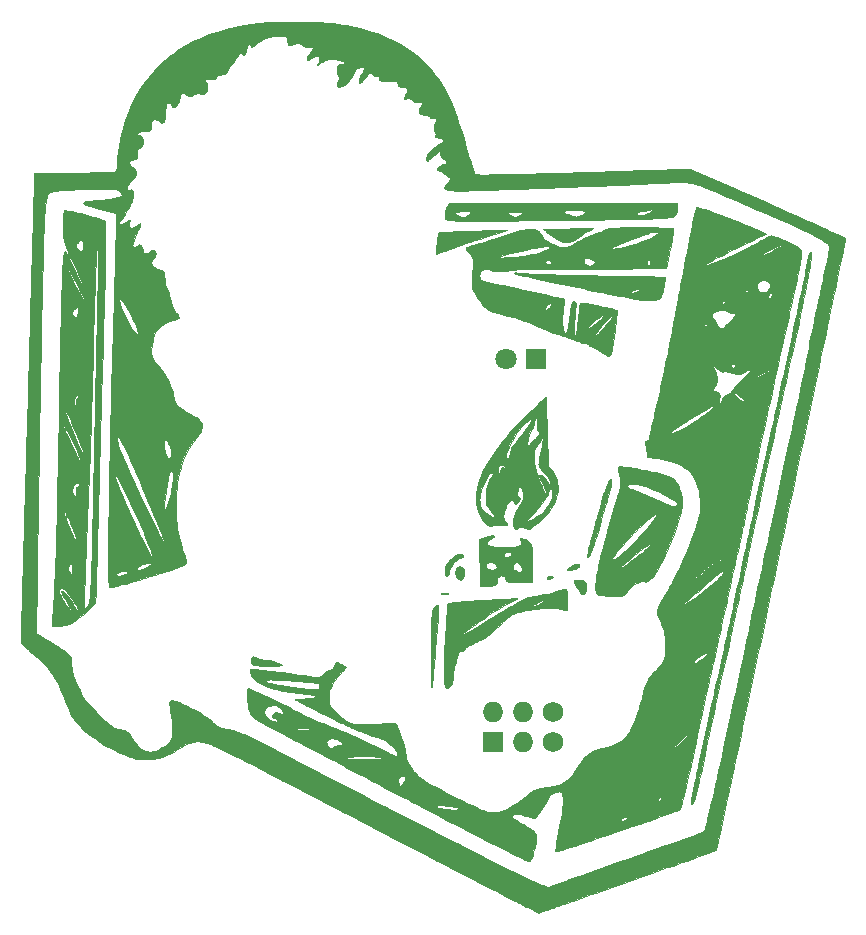
<source format=gts>
%TF.GenerationSoftware,KiCad,Pcbnew,(6.0.0)*%
%TF.CreationDate,2022-06-30T21:17:56-05:00*%
%TF.ProjectId,DieHardSAO,44696548-6172-4645-9341-4f2e6b696361,rev?*%
%TF.SameCoordinates,Original*%
%TF.FileFunction,Soldermask,Top*%
%TF.FilePolarity,Negative*%
%FSLAX46Y46*%
G04 Gerber Fmt 4.6, Leading zero omitted, Abs format (unit mm)*
G04 Created by KiCad (PCBNEW (6.0.0)) date 2022-06-30 21:17:56*
%MOMM*%
%LPD*%
G01*
G04 APERTURE LIST*
%ADD10C,0.010000*%
%ADD11C,1.727200*%
%ADD12O,1.727200X1.727200*%
%ADD13R,1.727200X1.727200*%
%ADD14C,1.800000*%
%ADD15R,1.800000X1.800000*%
G04 APERTURE END LIST*
D10*
%TO.C,G\u002A\u002A\u002A*%
X120048425Y-79176711D02*
X120165895Y-79187792D01*
X120165895Y-79187792D02*
X120285017Y-79205435D01*
X120285017Y-79205435D02*
X120390413Y-79219722D01*
X120390413Y-79219722D02*
X120537214Y-79234088D01*
X120537214Y-79234088D02*
X120724491Y-79248500D01*
X120724491Y-79248500D02*
X120951316Y-79262926D01*
X120951316Y-79262926D02*
X121216761Y-79277333D01*
X121216761Y-79277333D02*
X121519896Y-79291688D01*
X121519896Y-79291688D02*
X121859794Y-79305958D01*
X121859794Y-79305958D02*
X122235526Y-79320111D01*
X122235526Y-79320111D02*
X122646163Y-79334113D01*
X122646163Y-79334113D02*
X123090777Y-79347932D01*
X123090777Y-79347932D02*
X123568440Y-79361535D01*
X123568440Y-79361535D02*
X124078222Y-79374889D01*
X124078222Y-79374889D02*
X124619197Y-79387961D01*
X124619197Y-79387961D02*
X125190434Y-79400719D01*
X125190434Y-79400719D02*
X125791006Y-79413130D01*
X125791006Y-79413130D02*
X126419985Y-79425161D01*
X126419985Y-79425161D02*
X126592683Y-79428306D01*
X126592683Y-79428306D02*
X126836742Y-79432708D01*
X126836742Y-79432708D02*
X127089806Y-79437279D01*
X127089806Y-79437279D02*
X127344570Y-79441885D01*
X127344570Y-79441885D02*
X127593729Y-79446396D01*
X127593729Y-79446396D02*
X127829980Y-79450678D01*
X127829980Y-79450678D02*
X128046016Y-79454599D01*
X128046016Y-79454599D02*
X128234534Y-79458027D01*
X128234534Y-79458027D02*
X128388229Y-79460830D01*
X128388229Y-79460830D02*
X128391850Y-79460896D01*
X128391850Y-79460896D02*
X128515253Y-79463135D01*
X128515253Y-79463135D02*
X128676301Y-79466032D01*
X128676301Y-79466032D02*
X128870310Y-79469503D01*
X128870310Y-79469503D02*
X129092597Y-79473465D01*
X129092597Y-79473465D02*
X129338479Y-79477836D01*
X129338479Y-79477836D02*
X129603274Y-79482531D01*
X129603274Y-79482531D02*
X129882299Y-79487469D01*
X129882299Y-79487469D02*
X130170871Y-79492565D01*
X130170871Y-79492565D02*
X130464307Y-79497738D01*
X130464307Y-79497738D02*
X130757925Y-79502902D01*
X130757925Y-79502902D02*
X130856906Y-79504641D01*
X130856906Y-79504641D02*
X131130576Y-79509533D01*
X131130576Y-79509533D02*
X131391939Y-79514373D01*
X131391939Y-79514373D02*
X131637920Y-79519095D01*
X131637920Y-79519095D02*
X131865447Y-79523632D01*
X131865447Y-79523632D02*
X132071447Y-79527917D01*
X132071447Y-79527917D02*
X132252847Y-79531884D01*
X132252847Y-79531884D02*
X132406572Y-79535466D01*
X132406572Y-79535466D02*
X132529550Y-79538595D01*
X132529550Y-79538595D02*
X132618707Y-79541205D01*
X132618707Y-79541205D02*
X132670971Y-79543230D01*
X132670971Y-79543230D02*
X132684137Y-79544346D01*
X132684137Y-79544346D02*
X132683269Y-79567067D01*
X132683269Y-79567067D02*
X132675445Y-79625091D01*
X132675445Y-79625091D02*
X132661789Y-79712166D01*
X132661789Y-79712166D02*
X132643426Y-79822041D01*
X132643426Y-79822041D02*
X132621481Y-79948465D01*
X132621481Y-79948465D02*
X132597079Y-80085184D01*
X132597079Y-80085184D02*
X132571344Y-80225948D01*
X132571344Y-80225948D02*
X132545402Y-80364506D01*
X132545402Y-80364506D02*
X132520378Y-80494604D01*
X132520378Y-80494604D02*
X132497395Y-80609992D01*
X132497395Y-80609992D02*
X132477580Y-80704418D01*
X132477580Y-80704418D02*
X132466868Y-80751864D01*
X132466868Y-80751864D02*
X132416281Y-80944459D01*
X132416281Y-80944459D02*
X132361831Y-81099620D01*
X132361831Y-81099620D02*
X132298655Y-81222234D01*
X132298655Y-81222234D02*
X132221890Y-81317188D01*
X132221890Y-81317188D02*
X132126675Y-81389368D01*
X132126675Y-81389368D02*
X132008146Y-81443662D01*
X132008146Y-81443662D02*
X131861443Y-81484957D01*
X131861443Y-81484957D02*
X131708747Y-81513847D01*
X131708747Y-81513847D02*
X131449452Y-81540747D01*
X131449452Y-81540747D02*
X131162879Y-81542617D01*
X131162879Y-81542617D02*
X130855748Y-81519652D01*
X130855748Y-81519652D02*
X130588407Y-81481589D01*
X130588407Y-81481589D02*
X130355884Y-81440705D01*
X130355884Y-81440705D02*
X130089778Y-81392372D01*
X130089778Y-81392372D02*
X129792802Y-81337150D01*
X129792802Y-81337150D02*
X129467671Y-81275600D01*
X129467671Y-81275600D02*
X129117099Y-81208282D01*
X129117099Y-81208282D02*
X128743799Y-81135757D01*
X128743799Y-81135757D02*
X128350485Y-81058584D01*
X128350485Y-81058584D02*
X127939872Y-80977325D01*
X127939872Y-80977325D02*
X127514672Y-80892539D01*
X127514672Y-80892539D02*
X127382229Y-80865948D01*
X127382229Y-80865948D02*
X129728321Y-80865948D01*
X129728321Y-80865948D02*
X129740407Y-80885718D01*
X129740407Y-80885718D02*
X129747878Y-80890736D01*
X129747878Y-80890736D02*
X129804033Y-80907832D01*
X129804033Y-80907832D02*
X129889333Y-80904947D01*
X129889333Y-80904947D02*
X130007060Y-80881835D01*
X130007060Y-80881835D02*
X130063018Y-80867134D01*
X130063018Y-80867134D02*
X130175899Y-80831710D01*
X130175899Y-80831710D02*
X130289445Y-80788827D01*
X130289445Y-80788827D02*
X130397312Y-80741760D01*
X130397312Y-80741760D02*
X130493153Y-80693786D01*
X130493153Y-80693786D02*
X130570625Y-80648181D01*
X130570625Y-80648181D02*
X130623383Y-80608220D01*
X130623383Y-80608220D02*
X130645081Y-80577178D01*
X130645081Y-80577178D02*
X130643357Y-80567509D01*
X130643357Y-80567509D02*
X130613861Y-80556262D01*
X130613861Y-80556262D02*
X130547002Y-80553123D01*
X130547002Y-80553123D02*
X130468483Y-80556695D01*
X130468483Y-80556695D02*
X130343834Y-80573964D01*
X130343834Y-80573964D02*
X130209338Y-80606560D01*
X130209338Y-80606560D02*
X130074677Y-80650743D01*
X130074677Y-80650743D02*
X129949531Y-80702772D01*
X129949531Y-80702772D02*
X129843580Y-80758907D01*
X129843580Y-80758907D02*
X129766504Y-80815407D01*
X129766504Y-80815407D02*
X129747567Y-80835265D01*
X129747567Y-80835265D02*
X129728321Y-80865948D01*
X129728321Y-80865948D02*
X127382229Y-80865948D01*
X127382229Y-80865948D02*
X127077601Y-80804787D01*
X127077601Y-80804787D02*
X126631372Y-80714629D01*
X126631372Y-80714629D02*
X126178698Y-80622626D01*
X126178698Y-80622626D02*
X125722295Y-80529337D01*
X125722295Y-80529337D02*
X125264875Y-80435325D01*
X125264875Y-80435325D02*
X124809152Y-80341147D01*
X124809152Y-80341147D02*
X124357841Y-80247366D01*
X124357841Y-80247366D02*
X123913656Y-80154542D01*
X123913656Y-80154542D02*
X123479310Y-80063234D01*
X123479310Y-80063234D02*
X123057517Y-79974003D01*
X123057517Y-79974003D02*
X122650991Y-79887410D01*
X122650991Y-79887410D02*
X122262446Y-79804015D01*
X122262446Y-79804015D02*
X121894596Y-79724378D01*
X121894596Y-79724378D02*
X121550156Y-79649059D01*
X121550156Y-79649059D02*
X121231837Y-79578620D01*
X121231837Y-79578620D02*
X120942356Y-79513620D01*
X120942356Y-79513620D02*
X120684425Y-79454620D01*
X120684425Y-79454620D02*
X120460759Y-79402179D01*
X120460759Y-79402179D02*
X120274071Y-79356859D01*
X120274071Y-79356859D02*
X120168600Y-79330128D01*
X120168600Y-79330128D02*
X120053192Y-79299263D01*
X120053192Y-79299263D02*
X119973048Y-79274998D01*
X119973048Y-79274998D02*
X119922116Y-79254705D01*
X119922116Y-79254705D02*
X119894344Y-79235752D01*
X119894344Y-79235752D02*
X119883682Y-79215511D01*
X119883682Y-79215511D02*
X119882850Y-79205952D01*
X119882850Y-79205952D02*
X119902661Y-79185797D01*
X119902661Y-79185797D02*
X119959266Y-79176048D01*
X119959266Y-79176048D02*
X120048425Y-79176711D01*
X120048425Y-79176711D02*
X120048425Y-79176711D01*
G36*
X126631372Y-80714629D02*
G01*
X126178698Y-80622626D01*
X125722295Y-80529337D01*
X125264875Y-80435325D01*
X124809152Y-80341147D01*
X124357841Y-80247366D01*
X123913656Y-80154542D01*
X123479310Y-80063234D01*
X123057517Y-79974003D01*
X122650991Y-79887410D01*
X122262446Y-79804015D01*
X121894596Y-79724378D01*
X121550156Y-79649059D01*
X121231837Y-79578620D01*
X120942356Y-79513620D01*
X120684425Y-79454620D01*
X120460759Y-79402179D01*
X120274071Y-79356859D01*
X120168600Y-79330128D01*
X120053192Y-79299263D01*
X119973048Y-79274998D01*
X119922116Y-79254705D01*
X119894344Y-79235752D01*
X119883682Y-79215511D01*
X119882850Y-79205952D01*
X119902661Y-79185797D01*
X119959266Y-79176048D01*
X120048425Y-79176711D01*
X120165895Y-79187792D01*
X120285017Y-79205435D01*
X120390413Y-79219722D01*
X120537214Y-79234088D01*
X120724491Y-79248500D01*
X120951316Y-79262926D01*
X121216761Y-79277333D01*
X121519896Y-79291688D01*
X121859794Y-79305958D01*
X122235526Y-79320111D01*
X122646163Y-79334113D01*
X123090777Y-79347932D01*
X123568440Y-79361535D01*
X124078222Y-79374889D01*
X124619197Y-79387961D01*
X125190434Y-79400719D01*
X125791006Y-79413130D01*
X126419985Y-79425161D01*
X126592683Y-79428306D01*
X126836742Y-79432708D01*
X127089806Y-79437279D01*
X127344570Y-79441885D01*
X127593729Y-79446396D01*
X127829980Y-79450678D01*
X128046016Y-79454599D01*
X128234534Y-79458027D01*
X128388229Y-79460830D01*
X128391850Y-79460896D01*
X128515253Y-79463135D01*
X128676301Y-79466032D01*
X128870310Y-79469503D01*
X129092597Y-79473465D01*
X129338479Y-79477836D01*
X129603274Y-79482531D01*
X129882299Y-79487469D01*
X130170871Y-79492565D01*
X130464307Y-79497738D01*
X130757925Y-79502902D01*
X130856906Y-79504641D01*
X131130576Y-79509533D01*
X131391939Y-79514373D01*
X131637920Y-79519095D01*
X131865447Y-79523632D01*
X132071447Y-79527917D01*
X132252847Y-79531884D01*
X132406572Y-79535466D01*
X132529550Y-79538595D01*
X132618707Y-79541205D01*
X132670971Y-79543230D01*
X132684137Y-79544346D01*
X132683269Y-79567067D01*
X132675445Y-79625091D01*
X132661789Y-79712166D01*
X132643426Y-79822041D01*
X132621481Y-79948465D01*
X132597079Y-80085184D01*
X132571344Y-80225948D01*
X132545402Y-80364506D01*
X132520378Y-80494604D01*
X132497395Y-80609992D01*
X132477580Y-80704418D01*
X132466868Y-80751864D01*
X132416281Y-80944459D01*
X132361831Y-81099620D01*
X132298655Y-81222234D01*
X132221890Y-81317188D01*
X132126675Y-81389368D01*
X132008146Y-81443662D01*
X131861443Y-81484957D01*
X131708747Y-81513847D01*
X131449452Y-81540747D01*
X131162879Y-81542617D01*
X130855748Y-81519652D01*
X130588407Y-81481589D01*
X130355884Y-81440705D01*
X130089778Y-81392372D01*
X129792802Y-81337150D01*
X129467671Y-81275600D01*
X129117099Y-81208282D01*
X128743799Y-81135757D01*
X128350485Y-81058584D01*
X127939872Y-80977325D01*
X127514672Y-80892539D01*
X127382229Y-80865948D01*
X129728321Y-80865948D01*
X129740407Y-80885718D01*
X129747878Y-80890736D01*
X129804033Y-80907832D01*
X129889333Y-80904947D01*
X130007060Y-80881835D01*
X130063018Y-80867134D01*
X130175899Y-80831710D01*
X130289445Y-80788827D01*
X130397312Y-80741760D01*
X130493153Y-80693786D01*
X130570625Y-80648181D01*
X130623383Y-80608220D01*
X130645081Y-80577178D01*
X130643357Y-80567509D01*
X130613861Y-80556262D01*
X130547002Y-80553123D01*
X130468483Y-80556695D01*
X130343834Y-80573964D01*
X130209338Y-80606560D01*
X130074677Y-80650743D01*
X129949531Y-80702772D01*
X129843580Y-80758907D01*
X129766504Y-80815407D01*
X129747567Y-80835265D01*
X129728321Y-80865948D01*
X127382229Y-80865948D01*
X127077601Y-80804787D01*
X126631372Y-80714629D01*
G37*
X126631372Y-80714629D02*
X126178698Y-80622626D01*
X125722295Y-80529337D01*
X125264875Y-80435325D01*
X124809152Y-80341147D01*
X124357841Y-80247366D01*
X123913656Y-80154542D01*
X123479310Y-80063234D01*
X123057517Y-79974003D01*
X122650991Y-79887410D01*
X122262446Y-79804015D01*
X121894596Y-79724378D01*
X121550156Y-79649059D01*
X121231837Y-79578620D01*
X120942356Y-79513620D01*
X120684425Y-79454620D01*
X120460759Y-79402179D01*
X120274071Y-79356859D01*
X120168600Y-79330128D01*
X120053192Y-79299263D01*
X119973048Y-79274998D01*
X119922116Y-79254705D01*
X119894344Y-79235752D01*
X119883682Y-79215511D01*
X119882850Y-79205952D01*
X119902661Y-79185797D01*
X119959266Y-79176048D01*
X120048425Y-79176711D01*
X120165895Y-79187792D01*
X120285017Y-79205435D01*
X120390413Y-79219722D01*
X120537214Y-79234088D01*
X120724491Y-79248500D01*
X120951316Y-79262926D01*
X121216761Y-79277333D01*
X121519896Y-79291688D01*
X121859794Y-79305958D01*
X122235526Y-79320111D01*
X122646163Y-79334113D01*
X123090777Y-79347932D01*
X123568440Y-79361535D01*
X124078222Y-79374889D01*
X124619197Y-79387961D01*
X125190434Y-79400719D01*
X125791006Y-79413130D01*
X126419985Y-79425161D01*
X126592683Y-79428306D01*
X126836742Y-79432708D01*
X127089806Y-79437279D01*
X127344570Y-79441885D01*
X127593729Y-79446396D01*
X127829980Y-79450678D01*
X128046016Y-79454599D01*
X128234534Y-79458027D01*
X128388229Y-79460830D01*
X128391850Y-79460896D01*
X128515253Y-79463135D01*
X128676301Y-79466032D01*
X128870310Y-79469503D01*
X129092597Y-79473465D01*
X129338479Y-79477836D01*
X129603274Y-79482531D01*
X129882299Y-79487469D01*
X130170871Y-79492565D01*
X130464307Y-79497738D01*
X130757925Y-79502902D01*
X130856906Y-79504641D01*
X131130576Y-79509533D01*
X131391939Y-79514373D01*
X131637920Y-79519095D01*
X131865447Y-79523632D01*
X132071447Y-79527917D01*
X132252847Y-79531884D01*
X132406572Y-79535466D01*
X132529550Y-79538595D01*
X132618707Y-79541205D01*
X132670971Y-79543230D01*
X132684137Y-79544346D01*
X132683269Y-79567067D01*
X132675445Y-79625091D01*
X132661789Y-79712166D01*
X132643426Y-79822041D01*
X132621481Y-79948465D01*
X132597079Y-80085184D01*
X132571344Y-80225948D01*
X132545402Y-80364506D01*
X132520378Y-80494604D01*
X132497395Y-80609992D01*
X132477580Y-80704418D01*
X132466868Y-80751864D01*
X132416281Y-80944459D01*
X132361831Y-81099620D01*
X132298655Y-81222234D01*
X132221890Y-81317188D01*
X132126675Y-81389368D01*
X132008146Y-81443662D01*
X131861443Y-81484957D01*
X131708747Y-81513847D01*
X131449452Y-81540747D01*
X131162879Y-81542617D01*
X130855748Y-81519652D01*
X130588407Y-81481589D01*
X130355884Y-81440705D01*
X130089778Y-81392372D01*
X129792802Y-81337150D01*
X129467671Y-81275600D01*
X129117099Y-81208282D01*
X128743799Y-81135757D01*
X128350485Y-81058584D01*
X127939872Y-80977325D01*
X127514672Y-80892539D01*
X127382229Y-80865948D01*
X129728321Y-80865948D01*
X129740407Y-80885718D01*
X129747878Y-80890736D01*
X129804033Y-80907832D01*
X129889333Y-80904947D01*
X130007060Y-80881835D01*
X130063018Y-80867134D01*
X130175899Y-80831710D01*
X130289445Y-80788827D01*
X130397312Y-80741760D01*
X130493153Y-80693786D01*
X130570625Y-80648181D01*
X130623383Y-80608220D01*
X130645081Y-80577178D01*
X130643357Y-80567509D01*
X130613861Y-80556262D01*
X130547002Y-80553123D01*
X130468483Y-80556695D01*
X130343834Y-80573964D01*
X130209338Y-80606560D01*
X130074677Y-80650743D01*
X129949531Y-80702772D01*
X129843580Y-80758907D01*
X129766504Y-80815407D01*
X129747567Y-80835265D01*
X129728321Y-80865948D01*
X127382229Y-80865948D01*
X127077601Y-80804787D01*
X126631372Y-80714629D01*
X123003303Y-104882233D02*
X123079295Y-104893031D01*
X123079295Y-104893031D02*
X123135775Y-104911763D01*
X123135775Y-104911763D02*
X123162716Y-104938029D01*
X123162716Y-104938029D02*
X123163683Y-104944690D01*
X123163683Y-104944690D02*
X123145824Y-104979186D01*
X123145824Y-104979186D02*
X123098727Y-105022808D01*
X123098727Y-105022808D02*
X123032115Y-105068123D01*
X123032115Y-105068123D02*
X122955707Y-105107692D01*
X122955707Y-105107692D02*
X122944140Y-105112616D01*
X122944140Y-105112616D02*
X122868536Y-105134510D01*
X122868536Y-105134510D02*
X122785045Y-105144872D01*
X122785045Y-105144872D02*
X122709722Y-105142832D01*
X122709722Y-105142832D02*
X122659405Y-105128028D01*
X122659405Y-105128028D02*
X122636856Y-105091597D01*
X122636856Y-105091597D02*
X122638293Y-105036934D01*
X122638293Y-105036934D02*
X122660518Y-104978264D01*
X122660518Y-104978264D02*
X122700333Y-104929806D01*
X122700333Y-104929806D02*
X122704745Y-104926376D01*
X122704745Y-104926376D02*
X122758520Y-104901440D01*
X122758520Y-104901440D02*
X122832889Y-104886037D01*
X122832889Y-104886037D02*
X122917826Y-104879768D01*
X122917826Y-104879768D02*
X123003303Y-104882233D01*
X123003303Y-104882233D02*
X123003303Y-104882233D01*
G36*
X123003303Y-104882233D02*
G01*
X123079295Y-104893031D01*
X123135775Y-104911763D01*
X123162716Y-104938029D01*
X123163683Y-104944690D01*
X123145824Y-104979186D01*
X123098727Y-105022808D01*
X123032115Y-105068123D01*
X122955707Y-105107692D01*
X122944140Y-105112616D01*
X122868536Y-105134510D01*
X122785045Y-105144872D01*
X122709722Y-105142832D01*
X122659405Y-105128028D01*
X122636856Y-105091597D01*
X122638293Y-105036934D01*
X122660518Y-104978264D01*
X122700333Y-104929806D01*
X122704745Y-104926376D01*
X122758520Y-104901440D01*
X122832889Y-104886037D01*
X122917826Y-104879768D01*
X123003303Y-104882233D01*
G37*
X123003303Y-104882233D02*
X123079295Y-104893031D01*
X123135775Y-104911763D01*
X123162716Y-104938029D01*
X123163683Y-104944690D01*
X123145824Y-104979186D01*
X123098727Y-105022808D01*
X123032115Y-105068123D01*
X122955707Y-105107692D01*
X122944140Y-105112616D01*
X122868536Y-105134510D01*
X122785045Y-105144872D01*
X122709722Y-105142832D01*
X122659405Y-105128028D01*
X122636856Y-105091597D01*
X122638293Y-105036934D01*
X122660518Y-104978264D01*
X122700333Y-104929806D01*
X122704745Y-104926376D01*
X122758520Y-104901440D01*
X122832889Y-104886037D01*
X122917826Y-104879768D01*
X123003303Y-104882233D01*
X128963944Y-95601273D02*
X129111891Y-95611512D01*
X129111891Y-95611512D02*
X129287691Y-95629264D01*
X129287691Y-95629264D02*
X129487998Y-95654008D01*
X129487998Y-95654008D02*
X129709467Y-95685222D01*
X129709467Y-95685222D02*
X129948754Y-95722384D01*
X129948754Y-95722384D02*
X130202514Y-95764975D01*
X130202514Y-95764975D02*
X130467402Y-95812471D01*
X130467402Y-95812471D02*
X130740074Y-95864353D01*
X130740074Y-95864353D02*
X131017184Y-95920099D01*
X131017184Y-95920099D02*
X131295388Y-95979188D01*
X131295388Y-95979188D02*
X131571341Y-96041098D01*
X131571341Y-96041098D02*
X131841699Y-96105309D01*
X131841699Y-96105309D02*
X131863183Y-96110578D01*
X131863183Y-96110578D02*
X132172384Y-96189616D01*
X132172384Y-96189616D02*
X132443823Y-96265631D01*
X132443823Y-96265631D02*
X132681839Y-96340028D01*
X132681839Y-96340028D02*
X132890773Y-96414213D01*
X132890773Y-96414213D02*
X133074962Y-96489593D01*
X133074962Y-96489593D02*
X133173658Y-96535134D01*
X133173658Y-96535134D02*
X133288716Y-96594456D01*
X133288716Y-96594456D02*
X133387634Y-96655554D01*
X133387634Y-96655554D02*
X133473476Y-96722967D01*
X133473476Y-96722967D02*
X133549308Y-96801235D01*
X133549308Y-96801235D02*
X133618194Y-96894895D01*
X133618194Y-96894895D02*
X133683199Y-97008488D01*
X133683199Y-97008488D02*
X133747389Y-97146552D01*
X133747389Y-97146552D02*
X133813828Y-97313628D01*
X133813828Y-97313628D02*
X133885582Y-97514253D01*
X133885582Y-97514253D02*
X133936578Y-97664960D01*
X133936578Y-97664960D02*
X134000251Y-97859247D01*
X134000251Y-97859247D02*
X134050321Y-98020584D01*
X134050321Y-98020584D02*
X134088278Y-98155574D01*
X134088278Y-98155574D02*
X134115613Y-98270818D01*
X134115613Y-98270818D02*
X134133819Y-98372917D01*
X134133819Y-98372917D02*
X134144385Y-98468473D01*
X134144385Y-98468473D02*
X134148802Y-98564087D01*
X134148802Y-98564087D02*
X134149183Y-98606256D01*
X134149183Y-98606256D02*
X134146212Y-98705289D01*
X134146212Y-98705289D02*
X134136638Y-98812199D01*
X134136638Y-98812199D02*
X134119468Y-98932191D01*
X134119468Y-98932191D02*
X134093710Y-99070469D01*
X134093710Y-99070469D02*
X134058372Y-99232238D01*
X134058372Y-99232238D02*
X134012460Y-99422700D01*
X134012460Y-99422700D02*
X133954983Y-99647061D01*
X133954983Y-99647061D02*
X133939335Y-99706614D01*
X133939335Y-99706614D02*
X133789891Y-100229127D01*
X133789891Y-100229127D02*
X133611124Y-100776332D01*
X133611124Y-100776332D02*
X133404699Y-101344080D01*
X133404699Y-101344080D02*
X133172284Y-101928225D01*
X133172284Y-101928225D02*
X132915547Y-102524621D01*
X132915547Y-102524621D02*
X132636155Y-103129120D01*
X132636155Y-103129120D02*
X132335775Y-103737575D01*
X132335775Y-103737575D02*
X132256857Y-103891248D01*
X132256857Y-103891248D02*
X132107925Y-104173418D01*
X132107925Y-104173418D02*
X131972037Y-104418444D01*
X131972037Y-104418444D02*
X131847307Y-104628794D01*
X131847307Y-104628794D02*
X131731847Y-104806937D01*
X131731847Y-104806937D02*
X131623770Y-104955341D01*
X131623770Y-104955341D02*
X131521188Y-105076475D01*
X131521188Y-105076475D02*
X131422215Y-105172806D01*
X131422215Y-105172806D02*
X131324962Y-105246804D01*
X131324962Y-105246804D02*
X131227543Y-105300935D01*
X131227543Y-105300935D02*
X131157927Y-105328434D01*
X131157927Y-105328434D02*
X131100149Y-105345337D01*
X131100149Y-105345337D02*
X131049098Y-105351997D01*
X131049098Y-105351997D02*
X130992011Y-105347841D01*
X130992011Y-105347841D02*
X130916124Y-105332292D01*
X130916124Y-105332292D02*
X130845085Y-105314350D01*
X130845085Y-105314350D02*
X130733830Y-105303782D01*
X130733830Y-105303782D02*
X130597009Y-105321995D01*
X130597009Y-105321995D02*
X130439080Y-105367925D01*
X130439080Y-105367925D02*
X130264503Y-105440510D01*
X130264503Y-105440510D02*
X130215510Y-105464331D01*
X130215510Y-105464331D02*
X129966365Y-105607697D01*
X129966365Y-105607697D02*
X129754140Y-105769701D01*
X129754140Y-105769701D02*
X129579445Y-105949802D01*
X129579445Y-105949802D02*
X129442890Y-106147455D01*
X129442890Y-106147455D02*
X129438207Y-106155760D01*
X129438207Y-106155760D02*
X129350897Y-106293951D01*
X129350897Y-106293951D02*
X129257739Y-106401375D01*
X129257739Y-106401375D02*
X129152322Y-106481450D01*
X129152322Y-106481450D02*
X129028237Y-106537592D01*
X129028237Y-106537592D02*
X128879077Y-106573219D01*
X128879077Y-106573219D02*
X128698432Y-106591748D01*
X128698432Y-106591748D02*
X128614100Y-106595187D01*
X128614100Y-106595187D02*
X128501042Y-106597217D01*
X128501042Y-106597217D02*
X128390864Y-106597400D01*
X128390864Y-106597400D02*
X128297566Y-106595809D01*
X128297566Y-106595809D02*
X128243683Y-106593249D01*
X128243683Y-106593249D02*
X128129042Y-106583439D01*
X128129042Y-106583439D02*
X127994093Y-106570082D01*
X127994093Y-106570082D02*
X127846056Y-106554075D01*
X127846056Y-106554075D02*
X127692151Y-106536314D01*
X127692151Y-106536314D02*
X127539598Y-106517696D01*
X127539598Y-106517696D02*
X127395619Y-106499118D01*
X127395619Y-106499118D02*
X127267433Y-106481478D01*
X127267433Y-106481478D02*
X127162260Y-106465671D01*
X127162260Y-106465671D02*
X127087322Y-106452595D01*
X127087322Y-106452595D02*
X127058350Y-106446014D01*
X127058350Y-106446014D02*
X126951820Y-106407374D01*
X126951820Y-106407374D02*
X126878120Y-106357376D01*
X126878120Y-106357376D02*
X126827965Y-106288948D01*
X126827965Y-106288948D02*
X126814715Y-106260440D01*
X126814715Y-106260440D02*
X126786931Y-106159780D01*
X126786931Y-106159780D02*
X126771011Y-106021509D01*
X126771011Y-106021509D02*
X126766740Y-105848591D01*
X126766740Y-105848591D02*
X126773904Y-105643989D01*
X126773904Y-105643989D02*
X126792287Y-105410665D01*
X126792287Y-105410665D02*
X126821674Y-105151584D01*
X126821674Y-105151584D02*
X126861849Y-104869708D01*
X126861849Y-104869708D02*
X126912597Y-104568000D01*
X126912597Y-104568000D02*
X126953422Y-104351052D01*
X126953422Y-104351052D02*
X126964365Y-104297440D01*
X126964365Y-104297440D02*
X128724822Y-104297440D01*
X128724822Y-104297440D02*
X128727085Y-104317374D01*
X128727085Y-104317374D02*
X128754271Y-104314216D01*
X128754271Y-104314216D02*
X128808669Y-104287224D01*
X128808669Y-104287224D02*
X128892568Y-104235658D01*
X128892568Y-104235658D02*
X128976400Y-104180295D01*
X128976400Y-104180295D02*
X129076143Y-104111176D01*
X129076143Y-104111176D02*
X129204226Y-104019175D01*
X129204226Y-104019175D02*
X129355953Y-103907877D01*
X129355953Y-103907877D02*
X129526631Y-103780871D01*
X129526631Y-103780871D02*
X129711561Y-103641744D01*
X129711561Y-103641744D02*
X129906049Y-103494084D01*
X129906049Y-103494084D02*
X130105400Y-103341478D01*
X130105400Y-103341478D02*
X130304916Y-103187514D01*
X130304916Y-103187514D02*
X130499903Y-103035779D01*
X130499903Y-103035779D02*
X130685665Y-102889862D01*
X130685665Y-102889862D02*
X130857506Y-102753348D01*
X130857506Y-102753348D02*
X131010730Y-102629827D01*
X131010730Y-102629827D02*
X131080017Y-102573134D01*
X131080017Y-102573134D02*
X131212372Y-102462539D01*
X131212372Y-102462539D02*
X131346319Y-102347661D01*
X131346319Y-102347661D02*
X131476898Y-102233013D01*
X131476898Y-102233013D02*
X131599148Y-102123105D01*
X131599148Y-102123105D02*
X131708111Y-102022450D01*
X131708111Y-102022450D02*
X131798826Y-101935557D01*
X131798826Y-101935557D02*
X131866335Y-101866938D01*
X131866335Y-101866938D02*
X131903469Y-101824113D01*
X131903469Y-101824113D02*
X131958433Y-101750863D01*
X131958433Y-101750863D02*
X131831433Y-101821208D01*
X131831433Y-101821208D02*
X131728154Y-101882584D01*
X131728154Y-101882584D02*
X131600624Y-101965240D01*
X131600624Y-101965240D02*
X131451984Y-102066701D01*
X131451984Y-102066701D02*
X131285375Y-102184488D01*
X131285375Y-102184488D02*
X131103938Y-102316124D01*
X131103938Y-102316124D02*
X130910815Y-102459132D01*
X130910815Y-102459132D02*
X130709148Y-102611034D01*
X130709148Y-102611034D02*
X130502076Y-102769353D01*
X130502076Y-102769353D02*
X130292742Y-102931612D01*
X130292742Y-102931612D02*
X130084287Y-103095333D01*
X130084287Y-103095333D02*
X129879852Y-103258039D01*
X129879852Y-103258039D02*
X129682578Y-103417253D01*
X129682578Y-103417253D02*
X129495606Y-103570497D01*
X129495606Y-103570497D02*
X129322079Y-103715295D01*
X129322079Y-103715295D02*
X129165136Y-103849168D01*
X129165136Y-103849168D02*
X129027920Y-103969639D01*
X129027920Y-103969639D02*
X128913571Y-104074232D01*
X128913571Y-104074232D02*
X128825231Y-104160468D01*
X128825231Y-104160468D02*
X128766041Y-104225870D01*
X128766041Y-104225870D02*
X128745195Y-104255154D01*
X128745195Y-104255154D02*
X128724822Y-104297440D01*
X128724822Y-104297440D02*
X126964365Y-104297440D01*
X126964365Y-104297440D02*
X127019931Y-104025240D01*
X127019931Y-104025240D02*
X127096092Y-103677586D01*
X127096092Y-103677586D02*
X127155743Y-103420916D01*
X127155743Y-103420916D02*
X128183315Y-103420916D01*
X128183315Y-103420916D02*
X128186777Y-103439767D01*
X128186777Y-103439767D02*
X128212940Y-103467771D01*
X128212940Y-103467771D02*
X128262362Y-103469839D01*
X128262362Y-103469839D02*
X128338440Y-103445542D01*
X128338440Y-103445542D02*
X128412099Y-103411244D01*
X128412099Y-103411244D02*
X128538604Y-103337851D01*
X128538604Y-103337851D02*
X128688622Y-103234435D01*
X128688622Y-103234435D02*
X128859077Y-103103916D01*
X128859077Y-103103916D02*
X129046897Y-102949213D01*
X129046897Y-102949213D02*
X129249005Y-102773248D01*
X129249005Y-102773248D02*
X129462329Y-102578939D01*
X129462329Y-102578939D02*
X129683794Y-102369208D01*
X129683794Y-102369208D02*
X129910325Y-102146974D01*
X129910325Y-102146974D02*
X130138849Y-101915156D01*
X130138849Y-101915156D02*
X130366290Y-101676676D01*
X130366290Y-101676676D02*
X130589575Y-101434454D01*
X130589575Y-101434454D02*
X130805629Y-101191408D01*
X130805629Y-101191408D02*
X131011378Y-100950460D01*
X131011378Y-100950460D02*
X131043432Y-100911941D01*
X131043432Y-100911941D02*
X131193451Y-100728268D01*
X131193451Y-100728268D02*
X131337637Y-100546536D01*
X131337637Y-100546536D02*
X131473175Y-100370636D01*
X131473175Y-100370636D02*
X131597250Y-100204459D01*
X131597250Y-100204459D02*
X131707047Y-100051896D01*
X131707047Y-100051896D02*
X131799750Y-99916840D01*
X131799750Y-99916840D02*
X131872546Y-99803180D01*
X131872546Y-99803180D02*
X131922618Y-99714809D01*
X131922618Y-99714809D02*
X131943449Y-99667807D01*
X131943449Y-99667807D02*
X131953971Y-99614836D01*
X131953971Y-99614836D02*
X131938890Y-99588680D01*
X131938890Y-99588680D02*
X131897528Y-99589700D01*
X131897528Y-99589700D02*
X131829207Y-99618256D01*
X131829207Y-99618256D02*
X131733249Y-99674707D01*
X131733249Y-99674707D02*
X131608975Y-99759413D01*
X131608975Y-99759413D02*
X131455708Y-99872735D01*
X131455708Y-99872735D02*
X131272769Y-100015033D01*
X131272769Y-100015033D02*
X131239135Y-100041761D01*
X131239135Y-100041761D02*
X131111725Y-100148798D01*
X131111725Y-100148798D02*
X130960859Y-100284951D01*
X130960859Y-100284951D02*
X130789931Y-100446605D01*
X130789931Y-100446605D02*
X130602333Y-100630146D01*
X130602333Y-100630146D02*
X130401458Y-100831958D01*
X130401458Y-100831958D02*
X130190700Y-101048429D01*
X130190700Y-101048429D02*
X129973451Y-101275944D01*
X129973451Y-101275944D02*
X129753104Y-101510887D01*
X129753104Y-101510887D02*
X129533053Y-101749645D01*
X129533053Y-101749645D02*
X129316690Y-101988603D01*
X129316690Y-101988603D02*
X129107409Y-102224147D01*
X129107409Y-102224147D02*
X128908602Y-102452662D01*
X128908602Y-102452662D02*
X128723663Y-102670535D01*
X128723663Y-102670535D02*
X128555985Y-102874149D01*
X128555985Y-102874149D02*
X128423532Y-103041072D01*
X128423532Y-103041072D02*
X128329941Y-103163757D01*
X128329941Y-103163757D02*
X128261658Y-103258817D01*
X128261658Y-103258817D02*
X128216148Y-103330520D01*
X128216148Y-103330520D02*
X128190878Y-103383130D01*
X128190878Y-103383130D02*
X128183315Y-103420916D01*
X128183315Y-103420916D02*
X127155743Y-103420916D01*
X127155743Y-103420916D02*
X127182353Y-103306419D01*
X127182353Y-103306419D02*
X127279160Y-102910067D01*
X127279160Y-102910067D02*
X127386959Y-102486860D01*
X127386959Y-102486860D02*
X127506197Y-102035126D01*
X127506197Y-102035126D02*
X127637319Y-101553193D01*
X127637319Y-101553193D02*
X127780773Y-101039390D01*
X127780773Y-101039390D02*
X127937005Y-100492047D01*
X127937005Y-100492047D02*
X128106461Y-99909490D01*
X128106461Y-99909490D02*
X128289587Y-99290050D01*
X128289587Y-99290050D02*
X128434135Y-98807031D01*
X128434135Y-98807031D02*
X128528959Y-98490332D01*
X128528959Y-98490332D02*
X128611542Y-98210637D01*
X128611542Y-98210637D02*
X128682418Y-97964588D01*
X128682418Y-97964588D02*
X128742121Y-97748830D01*
X128742121Y-97748830D02*
X128791185Y-97560006D01*
X128791185Y-97560006D02*
X128830146Y-97394760D01*
X128830146Y-97394760D02*
X128859538Y-97249734D01*
X128859538Y-97249734D02*
X128865343Y-97213183D01*
X128865343Y-97213183D02*
X129453518Y-97213183D01*
X129453518Y-97213183D02*
X129459646Y-97271293D01*
X129459646Y-97271293D02*
X129503893Y-97335110D01*
X129503893Y-97335110D02*
X129584548Y-97403427D01*
X129584548Y-97403427D02*
X129699896Y-97475036D01*
X129699896Y-97475036D02*
X129848224Y-97548730D01*
X129848224Y-97548730D02*
X130027819Y-97623302D01*
X130027819Y-97623302D02*
X130236967Y-97697546D01*
X130236967Y-97697546D02*
X130256428Y-97703925D01*
X130256428Y-97703925D02*
X130894717Y-97930099D01*
X130894717Y-97930099D02*
X131524450Y-98189194D01*
X131524450Y-98189194D02*
X132096017Y-98457633D01*
X132096017Y-98457633D02*
X132376622Y-98595013D01*
X132376622Y-98595013D02*
X132623978Y-98709652D01*
X132623978Y-98709652D02*
X132840109Y-98802223D01*
X132840109Y-98802223D02*
X133027035Y-98873396D01*
X133027035Y-98873396D02*
X133186778Y-98923844D01*
X133186778Y-98923844D02*
X133321360Y-98954239D01*
X133321360Y-98954239D02*
X133432804Y-98965251D01*
X133432804Y-98965251D02*
X133523131Y-98957552D01*
X133523131Y-98957552D02*
X133564708Y-98945523D01*
X133564708Y-98945523D02*
X133616120Y-98907548D01*
X133616120Y-98907548D02*
X133658920Y-98844945D01*
X133658920Y-98844945D02*
X133682060Y-98775350D01*
X133682060Y-98775350D02*
X133683517Y-98755901D01*
X133683517Y-98755901D02*
X133664192Y-98700572D01*
X133664192Y-98700572D02*
X133608257Y-98632093D01*
X133608257Y-98632093D02*
X133518772Y-98552096D01*
X133518772Y-98552096D02*
X133398795Y-98462210D01*
X133398795Y-98462210D02*
X133251384Y-98364069D01*
X133251384Y-98364069D02*
X133079600Y-98259302D01*
X133079600Y-98259302D02*
X132886502Y-98149541D01*
X132886502Y-98149541D02*
X132675147Y-98036418D01*
X132675147Y-98036418D02*
X132448596Y-97921564D01*
X132448596Y-97921564D02*
X132209907Y-97806610D01*
X132209907Y-97806610D02*
X131962139Y-97693186D01*
X131962139Y-97693186D02*
X131708352Y-97582926D01*
X131708352Y-97582926D02*
X131451604Y-97477458D01*
X131451604Y-97477458D02*
X131194954Y-97378416D01*
X131194954Y-97378416D02*
X130941462Y-97287430D01*
X130941462Y-97287430D02*
X130908696Y-97276209D01*
X130908696Y-97276209D02*
X130708988Y-97210331D01*
X130708988Y-97210331D02*
X130539676Y-97159757D01*
X130539676Y-97159757D02*
X130392411Y-97122738D01*
X130392411Y-97122738D02*
X130258845Y-97097522D01*
X130258845Y-97097522D02*
X130130629Y-97082360D01*
X130130629Y-97082360D02*
X129999413Y-97075501D01*
X129999413Y-97075501D02*
X129947600Y-97074712D01*
X129947600Y-97074712D02*
X129788845Y-97077827D01*
X129788845Y-97077827D02*
X129665993Y-97090302D01*
X129665993Y-97090302D02*
X129573436Y-97113200D01*
X129573436Y-97113200D02*
X129505565Y-97147586D01*
X129505565Y-97147586D02*
X129487225Y-97161987D01*
X129487225Y-97161987D02*
X129453518Y-97213183D01*
X129453518Y-97213183D02*
X128865343Y-97213183D01*
X128865343Y-97213183D02*
X128879894Y-97121574D01*
X128879894Y-97121574D02*
X128891749Y-97006921D01*
X128891749Y-97006921D02*
X128895638Y-96902421D01*
X128895638Y-96902421D02*
X128892095Y-96804716D01*
X128892095Y-96804716D02*
X128881654Y-96710451D01*
X128881654Y-96710451D02*
X128864849Y-96616268D01*
X128864849Y-96616268D02*
X128842216Y-96518812D01*
X128842216Y-96518812D02*
X128814741Y-96416346D01*
X128814741Y-96416346D02*
X128759250Y-96204358D01*
X128759250Y-96204358D02*
X128719377Y-96021547D01*
X128719377Y-96021547D02*
X128695351Y-95869853D01*
X128695351Y-95869853D02*
X128687401Y-95751213D01*
X128687401Y-95751213D02*
X128695758Y-95667567D01*
X128695758Y-95667567D02*
X128720649Y-95620853D01*
X128720649Y-95620853D02*
X128720660Y-95620844D01*
X128720660Y-95620844D02*
X128764983Y-95605418D01*
X128764983Y-95605418D02*
X128847193Y-95599068D01*
X128847193Y-95599068D02*
X128963944Y-95601273D01*
X128963944Y-95601273D02*
X128963944Y-95601273D01*
G36*
X127096092Y-103677586D02*
G01*
X127155743Y-103420916D01*
X128183315Y-103420916D01*
X128186777Y-103439767D01*
X128212940Y-103467771D01*
X128262362Y-103469839D01*
X128338440Y-103445542D01*
X128412099Y-103411244D01*
X128538604Y-103337851D01*
X128688622Y-103234435D01*
X128859077Y-103103916D01*
X129046897Y-102949213D01*
X129249005Y-102773248D01*
X129462329Y-102578939D01*
X129683794Y-102369208D01*
X129910325Y-102146974D01*
X130138849Y-101915156D01*
X130366290Y-101676676D01*
X130589575Y-101434454D01*
X130805629Y-101191408D01*
X131011378Y-100950460D01*
X131043432Y-100911941D01*
X131193451Y-100728268D01*
X131337637Y-100546536D01*
X131473175Y-100370636D01*
X131597250Y-100204459D01*
X131707047Y-100051896D01*
X131799750Y-99916840D01*
X131872546Y-99803180D01*
X131922618Y-99714809D01*
X131943449Y-99667807D01*
X131953971Y-99614836D01*
X131938890Y-99588680D01*
X131897528Y-99589700D01*
X131829207Y-99618256D01*
X131733249Y-99674707D01*
X131608975Y-99759413D01*
X131455708Y-99872735D01*
X131272769Y-100015033D01*
X131239135Y-100041761D01*
X131111725Y-100148798D01*
X130960859Y-100284951D01*
X130789931Y-100446605D01*
X130602333Y-100630146D01*
X130401458Y-100831958D01*
X130190700Y-101048429D01*
X129973451Y-101275944D01*
X129753104Y-101510887D01*
X129533053Y-101749645D01*
X129316690Y-101988603D01*
X129107409Y-102224147D01*
X128908602Y-102452662D01*
X128723663Y-102670535D01*
X128555985Y-102874149D01*
X128423532Y-103041072D01*
X128329941Y-103163757D01*
X128261658Y-103258817D01*
X128216148Y-103330520D01*
X128190878Y-103383130D01*
X128183315Y-103420916D01*
X127155743Y-103420916D01*
X127182353Y-103306419D01*
X127279160Y-102910067D01*
X127386959Y-102486860D01*
X127506197Y-102035126D01*
X127637319Y-101553193D01*
X127780773Y-101039390D01*
X127937005Y-100492047D01*
X128106461Y-99909490D01*
X128289587Y-99290050D01*
X128434135Y-98807031D01*
X128528959Y-98490332D01*
X128611542Y-98210637D01*
X128682418Y-97964588D01*
X128742121Y-97748830D01*
X128791185Y-97560006D01*
X128830146Y-97394760D01*
X128859538Y-97249734D01*
X128865343Y-97213183D01*
X129453518Y-97213183D01*
X129459646Y-97271293D01*
X129503893Y-97335110D01*
X129584548Y-97403427D01*
X129699896Y-97475036D01*
X129848224Y-97548730D01*
X130027819Y-97623302D01*
X130236967Y-97697546D01*
X130256428Y-97703925D01*
X130894717Y-97930099D01*
X131524450Y-98189194D01*
X132096017Y-98457633D01*
X132376622Y-98595013D01*
X132623978Y-98709652D01*
X132840109Y-98802223D01*
X133027035Y-98873396D01*
X133186778Y-98923844D01*
X133321360Y-98954239D01*
X133432804Y-98965251D01*
X133523131Y-98957552D01*
X133564708Y-98945523D01*
X133616120Y-98907548D01*
X133658920Y-98844945D01*
X133682060Y-98775350D01*
X133683517Y-98755901D01*
X133664192Y-98700572D01*
X133608257Y-98632093D01*
X133518772Y-98552096D01*
X133398795Y-98462210D01*
X133251384Y-98364069D01*
X133079600Y-98259302D01*
X132886502Y-98149541D01*
X132675147Y-98036418D01*
X132448596Y-97921564D01*
X132209907Y-97806610D01*
X131962139Y-97693186D01*
X131708352Y-97582926D01*
X131451604Y-97477458D01*
X131194954Y-97378416D01*
X130941462Y-97287430D01*
X130908696Y-97276209D01*
X130708988Y-97210331D01*
X130539676Y-97159757D01*
X130392411Y-97122738D01*
X130258845Y-97097522D01*
X130130629Y-97082360D01*
X129999413Y-97075501D01*
X129947600Y-97074712D01*
X129788845Y-97077827D01*
X129665993Y-97090302D01*
X129573436Y-97113200D01*
X129505565Y-97147586D01*
X129487225Y-97161987D01*
X129453518Y-97213183D01*
X128865343Y-97213183D01*
X128879894Y-97121574D01*
X128891749Y-97006921D01*
X128895638Y-96902421D01*
X128892095Y-96804716D01*
X128881654Y-96710451D01*
X128864849Y-96616268D01*
X128842216Y-96518812D01*
X128814741Y-96416346D01*
X128759250Y-96204358D01*
X128719377Y-96021547D01*
X128695351Y-95869853D01*
X128687401Y-95751213D01*
X128695758Y-95667567D01*
X128720649Y-95620853D01*
X128720660Y-95620844D01*
X128764983Y-95605418D01*
X128847193Y-95599068D01*
X128963944Y-95601273D01*
X129111891Y-95611512D01*
X129287691Y-95629264D01*
X129487998Y-95654008D01*
X129709467Y-95685222D01*
X129948754Y-95722384D01*
X130202514Y-95764975D01*
X130467402Y-95812471D01*
X130740074Y-95864353D01*
X131017184Y-95920099D01*
X131295388Y-95979188D01*
X131571341Y-96041098D01*
X131841699Y-96105309D01*
X131863183Y-96110578D01*
X132172384Y-96189616D01*
X132443823Y-96265631D01*
X132681839Y-96340028D01*
X132890773Y-96414213D01*
X133074962Y-96489593D01*
X133173658Y-96535134D01*
X133288716Y-96594456D01*
X133387634Y-96655554D01*
X133473476Y-96722967D01*
X133549308Y-96801235D01*
X133618194Y-96894895D01*
X133683199Y-97008488D01*
X133747389Y-97146552D01*
X133813828Y-97313628D01*
X133885582Y-97514253D01*
X133936578Y-97664960D01*
X134000251Y-97859247D01*
X134050321Y-98020584D01*
X134088278Y-98155574D01*
X134115613Y-98270818D01*
X134133819Y-98372917D01*
X134144385Y-98468473D01*
X134148802Y-98564087D01*
X134149183Y-98606256D01*
X134146212Y-98705289D01*
X134136638Y-98812199D01*
X134119468Y-98932191D01*
X134093710Y-99070469D01*
X134058372Y-99232238D01*
X134012460Y-99422700D01*
X133954983Y-99647061D01*
X133939335Y-99706614D01*
X133789891Y-100229127D01*
X133611124Y-100776332D01*
X133404699Y-101344080D01*
X133172284Y-101928225D01*
X132915547Y-102524621D01*
X132636155Y-103129120D01*
X132335775Y-103737575D01*
X132256857Y-103891248D01*
X132107925Y-104173418D01*
X131972037Y-104418444D01*
X131847307Y-104628794D01*
X131731847Y-104806937D01*
X131623770Y-104955341D01*
X131521188Y-105076475D01*
X131422215Y-105172806D01*
X131324962Y-105246804D01*
X131227543Y-105300935D01*
X131157927Y-105328434D01*
X131100149Y-105345337D01*
X131049098Y-105351997D01*
X130992011Y-105347841D01*
X130916124Y-105332292D01*
X130845085Y-105314350D01*
X130733830Y-105303782D01*
X130597009Y-105321995D01*
X130439080Y-105367925D01*
X130264503Y-105440510D01*
X130215510Y-105464331D01*
X129966365Y-105607697D01*
X129754140Y-105769701D01*
X129579445Y-105949802D01*
X129442890Y-106147455D01*
X129438207Y-106155760D01*
X129350897Y-106293951D01*
X129257739Y-106401375D01*
X129152322Y-106481450D01*
X129028237Y-106537592D01*
X128879077Y-106573219D01*
X128698432Y-106591748D01*
X128614100Y-106595187D01*
X128501042Y-106597217D01*
X128390864Y-106597400D01*
X128297566Y-106595809D01*
X128243683Y-106593249D01*
X128129042Y-106583439D01*
X127994093Y-106570082D01*
X127846056Y-106554075D01*
X127692151Y-106536314D01*
X127539598Y-106517696D01*
X127395619Y-106499118D01*
X127267433Y-106481478D01*
X127162260Y-106465671D01*
X127087322Y-106452595D01*
X127058350Y-106446014D01*
X126951820Y-106407374D01*
X126878120Y-106357376D01*
X126827965Y-106288948D01*
X126814715Y-106260440D01*
X126786931Y-106159780D01*
X126771011Y-106021509D01*
X126766740Y-105848591D01*
X126773904Y-105643989D01*
X126792287Y-105410665D01*
X126821674Y-105151584D01*
X126861849Y-104869708D01*
X126912597Y-104568000D01*
X126953422Y-104351052D01*
X126964365Y-104297440D01*
X128724822Y-104297440D01*
X128727085Y-104317374D01*
X128754271Y-104314216D01*
X128808669Y-104287224D01*
X128892568Y-104235658D01*
X128976400Y-104180295D01*
X129076143Y-104111176D01*
X129204226Y-104019175D01*
X129355953Y-103907877D01*
X129526631Y-103780871D01*
X129711561Y-103641744D01*
X129906049Y-103494084D01*
X130105400Y-103341478D01*
X130304916Y-103187514D01*
X130499903Y-103035779D01*
X130685665Y-102889862D01*
X130857506Y-102753348D01*
X131010730Y-102629827D01*
X131080017Y-102573134D01*
X131212372Y-102462539D01*
X131346319Y-102347661D01*
X131476898Y-102233013D01*
X131599148Y-102123105D01*
X131708111Y-102022450D01*
X131798826Y-101935557D01*
X131866335Y-101866938D01*
X131903469Y-101824113D01*
X131958433Y-101750863D01*
X131831433Y-101821208D01*
X131728154Y-101882584D01*
X131600624Y-101965240D01*
X131451984Y-102066701D01*
X131285375Y-102184488D01*
X131103938Y-102316124D01*
X130910815Y-102459132D01*
X130709148Y-102611034D01*
X130502076Y-102769353D01*
X130292742Y-102931612D01*
X130084287Y-103095333D01*
X129879852Y-103258039D01*
X129682578Y-103417253D01*
X129495606Y-103570497D01*
X129322079Y-103715295D01*
X129165136Y-103849168D01*
X129027920Y-103969639D01*
X128913571Y-104074232D01*
X128825231Y-104160468D01*
X128766041Y-104225870D01*
X128745195Y-104255154D01*
X128724822Y-104297440D01*
X126964365Y-104297440D01*
X127019931Y-104025240D01*
X127096092Y-103677586D01*
G37*
X127096092Y-103677586D02*
X127155743Y-103420916D01*
X128183315Y-103420916D01*
X128186777Y-103439767D01*
X128212940Y-103467771D01*
X128262362Y-103469839D01*
X128338440Y-103445542D01*
X128412099Y-103411244D01*
X128538604Y-103337851D01*
X128688622Y-103234435D01*
X128859077Y-103103916D01*
X129046897Y-102949213D01*
X129249005Y-102773248D01*
X129462329Y-102578939D01*
X129683794Y-102369208D01*
X129910325Y-102146974D01*
X130138849Y-101915156D01*
X130366290Y-101676676D01*
X130589575Y-101434454D01*
X130805629Y-101191408D01*
X131011378Y-100950460D01*
X131043432Y-100911941D01*
X131193451Y-100728268D01*
X131337637Y-100546536D01*
X131473175Y-100370636D01*
X131597250Y-100204459D01*
X131707047Y-100051896D01*
X131799750Y-99916840D01*
X131872546Y-99803180D01*
X131922618Y-99714809D01*
X131943449Y-99667807D01*
X131953971Y-99614836D01*
X131938890Y-99588680D01*
X131897528Y-99589700D01*
X131829207Y-99618256D01*
X131733249Y-99674707D01*
X131608975Y-99759413D01*
X131455708Y-99872735D01*
X131272769Y-100015033D01*
X131239135Y-100041761D01*
X131111725Y-100148798D01*
X130960859Y-100284951D01*
X130789931Y-100446605D01*
X130602333Y-100630146D01*
X130401458Y-100831958D01*
X130190700Y-101048429D01*
X129973451Y-101275944D01*
X129753104Y-101510887D01*
X129533053Y-101749645D01*
X129316690Y-101988603D01*
X129107409Y-102224147D01*
X128908602Y-102452662D01*
X128723663Y-102670535D01*
X128555985Y-102874149D01*
X128423532Y-103041072D01*
X128329941Y-103163757D01*
X128261658Y-103258817D01*
X128216148Y-103330520D01*
X128190878Y-103383130D01*
X128183315Y-103420916D01*
X127155743Y-103420916D01*
X127182353Y-103306419D01*
X127279160Y-102910067D01*
X127386959Y-102486860D01*
X127506197Y-102035126D01*
X127637319Y-101553193D01*
X127780773Y-101039390D01*
X127937005Y-100492047D01*
X128106461Y-99909490D01*
X128289587Y-99290050D01*
X128434135Y-98807031D01*
X128528959Y-98490332D01*
X128611542Y-98210637D01*
X128682418Y-97964588D01*
X128742121Y-97748830D01*
X128791185Y-97560006D01*
X128830146Y-97394760D01*
X128859538Y-97249734D01*
X128865343Y-97213183D01*
X129453518Y-97213183D01*
X129459646Y-97271293D01*
X129503893Y-97335110D01*
X129584548Y-97403427D01*
X129699896Y-97475036D01*
X129848224Y-97548730D01*
X130027819Y-97623302D01*
X130236967Y-97697546D01*
X130256428Y-97703925D01*
X130894717Y-97930099D01*
X131524450Y-98189194D01*
X132096017Y-98457633D01*
X132376622Y-98595013D01*
X132623978Y-98709652D01*
X132840109Y-98802223D01*
X133027035Y-98873396D01*
X133186778Y-98923844D01*
X133321360Y-98954239D01*
X133432804Y-98965251D01*
X133523131Y-98957552D01*
X133564708Y-98945523D01*
X133616120Y-98907548D01*
X133658920Y-98844945D01*
X133682060Y-98775350D01*
X133683517Y-98755901D01*
X133664192Y-98700572D01*
X133608257Y-98632093D01*
X133518772Y-98552096D01*
X133398795Y-98462210D01*
X133251384Y-98364069D01*
X133079600Y-98259302D01*
X132886502Y-98149541D01*
X132675147Y-98036418D01*
X132448596Y-97921564D01*
X132209907Y-97806610D01*
X131962139Y-97693186D01*
X131708352Y-97582926D01*
X131451604Y-97477458D01*
X131194954Y-97378416D01*
X130941462Y-97287430D01*
X130908696Y-97276209D01*
X130708988Y-97210331D01*
X130539676Y-97159757D01*
X130392411Y-97122738D01*
X130258845Y-97097522D01*
X130130629Y-97082360D01*
X129999413Y-97075501D01*
X129947600Y-97074712D01*
X129788845Y-97077827D01*
X129665993Y-97090302D01*
X129573436Y-97113200D01*
X129505565Y-97147586D01*
X129487225Y-97161987D01*
X129453518Y-97213183D01*
X128865343Y-97213183D01*
X128879894Y-97121574D01*
X128891749Y-97006921D01*
X128895638Y-96902421D01*
X128892095Y-96804716D01*
X128881654Y-96710451D01*
X128864849Y-96616268D01*
X128842216Y-96518812D01*
X128814741Y-96416346D01*
X128759250Y-96204358D01*
X128719377Y-96021547D01*
X128695351Y-95869853D01*
X128687401Y-95751213D01*
X128695758Y-95667567D01*
X128720649Y-95620853D01*
X128720660Y-95620844D01*
X128764983Y-95605418D01*
X128847193Y-95599068D01*
X128963944Y-95601273D01*
X129111891Y-95611512D01*
X129287691Y-95629264D01*
X129487998Y-95654008D01*
X129709467Y-95685222D01*
X129948754Y-95722384D01*
X130202514Y-95764975D01*
X130467402Y-95812471D01*
X130740074Y-95864353D01*
X131017184Y-95920099D01*
X131295388Y-95979188D01*
X131571341Y-96041098D01*
X131841699Y-96105309D01*
X131863183Y-96110578D01*
X132172384Y-96189616D01*
X132443823Y-96265631D01*
X132681839Y-96340028D01*
X132890773Y-96414213D01*
X133074962Y-96489593D01*
X133173658Y-96535134D01*
X133288716Y-96594456D01*
X133387634Y-96655554D01*
X133473476Y-96722967D01*
X133549308Y-96801235D01*
X133618194Y-96894895D01*
X133683199Y-97008488D01*
X133747389Y-97146552D01*
X133813828Y-97313628D01*
X133885582Y-97514253D01*
X133936578Y-97664960D01*
X134000251Y-97859247D01*
X134050321Y-98020584D01*
X134088278Y-98155574D01*
X134115613Y-98270818D01*
X134133819Y-98372917D01*
X134144385Y-98468473D01*
X134148802Y-98564087D01*
X134149183Y-98606256D01*
X134146212Y-98705289D01*
X134136638Y-98812199D01*
X134119468Y-98932191D01*
X134093710Y-99070469D01*
X134058372Y-99232238D01*
X134012460Y-99422700D01*
X133954983Y-99647061D01*
X133939335Y-99706614D01*
X133789891Y-100229127D01*
X133611124Y-100776332D01*
X133404699Y-101344080D01*
X133172284Y-101928225D01*
X132915547Y-102524621D01*
X132636155Y-103129120D01*
X132335775Y-103737575D01*
X132256857Y-103891248D01*
X132107925Y-104173418D01*
X131972037Y-104418444D01*
X131847307Y-104628794D01*
X131731847Y-104806937D01*
X131623770Y-104955341D01*
X131521188Y-105076475D01*
X131422215Y-105172806D01*
X131324962Y-105246804D01*
X131227543Y-105300935D01*
X131157927Y-105328434D01*
X131100149Y-105345337D01*
X131049098Y-105351997D01*
X130992011Y-105347841D01*
X130916124Y-105332292D01*
X130845085Y-105314350D01*
X130733830Y-105303782D01*
X130597009Y-105321995D01*
X130439080Y-105367925D01*
X130264503Y-105440510D01*
X130215510Y-105464331D01*
X129966365Y-105607697D01*
X129754140Y-105769701D01*
X129579445Y-105949802D01*
X129442890Y-106147455D01*
X129438207Y-106155760D01*
X129350897Y-106293951D01*
X129257739Y-106401375D01*
X129152322Y-106481450D01*
X129028237Y-106537592D01*
X128879077Y-106573219D01*
X128698432Y-106591748D01*
X128614100Y-106595187D01*
X128501042Y-106597217D01*
X128390864Y-106597400D01*
X128297566Y-106595809D01*
X128243683Y-106593249D01*
X128129042Y-106583439D01*
X127994093Y-106570082D01*
X127846056Y-106554075D01*
X127692151Y-106536314D01*
X127539598Y-106517696D01*
X127395619Y-106499118D01*
X127267433Y-106481478D01*
X127162260Y-106465671D01*
X127087322Y-106452595D01*
X127058350Y-106446014D01*
X126951820Y-106407374D01*
X126878120Y-106357376D01*
X126827965Y-106288948D01*
X126814715Y-106260440D01*
X126786931Y-106159780D01*
X126771011Y-106021509D01*
X126766740Y-105848591D01*
X126773904Y-105643989D01*
X126792287Y-105410665D01*
X126821674Y-105151584D01*
X126861849Y-104869708D01*
X126912597Y-104568000D01*
X126953422Y-104351052D01*
X126964365Y-104297440D01*
X128724822Y-104297440D01*
X128727085Y-104317374D01*
X128754271Y-104314216D01*
X128808669Y-104287224D01*
X128892568Y-104235658D01*
X128976400Y-104180295D01*
X129076143Y-104111176D01*
X129204226Y-104019175D01*
X129355953Y-103907877D01*
X129526631Y-103780871D01*
X129711561Y-103641744D01*
X129906049Y-103494084D01*
X130105400Y-103341478D01*
X130304916Y-103187514D01*
X130499903Y-103035779D01*
X130685665Y-102889862D01*
X130857506Y-102753348D01*
X131010730Y-102629827D01*
X131080017Y-102573134D01*
X131212372Y-102462539D01*
X131346319Y-102347661D01*
X131476898Y-102233013D01*
X131599148Y-102123105D01*
X131708111Y-102022450D01*
X131798826Y-101935557D01*
X131866335Y-101866938D01*
X131903469Y-101824113D01*
X131958433Y-101750863D01*
X131831433Y-101821208D01*
X131728154Y-101882584D01*
X131600624Y-101965240D01*
X131451984Y-102066701D01*
X131285375Y-102184488D01*
X131103938Y-102316124D01*
X130910815Y-102459132D01*
X130709148Y-102611034D01*
X130502076Y-102769353D01*
X130292742Y-102931612D01*
X130084287Y-103095333D01*
X129879852Y-103258039D01*
X129682578Y-103417253D01*
X129495606Y-103570497D01*
X129322079Y-103715295D01*
X129165136Y-103849168D01*
X129027920Y-103969639D01*
X128913571Y-104074232D01*
X128825231Y-104160468D01*
X128766041Y-104225870D01*
X128745195Y-104255154D01*
X128724822Y-104297440D01*
X126964365Y-104297440D01*
X127019931Y-104025240D01*
X127096092Y-103677586D01*
X128097531Y-96672619D02*
X128115723Y-96716572D01*
X128115723Y-96716572D02*
X128122047Y-96796839D01*
X128122047Y-96796839D02*
X128121384Y-96852168D01*
X128121384Y-96852168D02*
X128117880Y-96924227D01*
X128117880Y-96924227D02*
X128111186Y-97000100D01*
X128111186Y-97000100D02*
X128100604Y-97082537D01*
X128100604Y-97082537D02*
X128085436Y-97174288D01*
X128085436Y-97174288D02*
X128064983Y-97278103D01*
X128064983Y-97278103D02*
X128038547Y-97396731D01*
X128038547Y-97396731D02*
X128005430Y-97532922D01*
X128005430Y-97532922D02*
X127964933Y-97689427D01*
X127964933Y-97689427D02*
X127916359Y-97868994D01*
X127916359Y-97868994D02*
X127859008Y-98074374D01*
X127859008Y-98074374D02*
X127792183Y-98308317D01*
X127792183Y-98308317D02*
X127715184Y-98573573D01*
X127715184Y-98573573D02*
X127627315Y-98872890D01*
X127627315Y-98872890D02*
X127527876Y-99209020D01*
X127527876Y-99209020D02*
X127493258Y-99325614D01*
X127493258Y-99325614D02*
X127365517Y-99755258D01*
X127365517Y-99755258D02*
X127249011Y-100146465D01*
X127249011Y-100146465D02*
X127143053Y-100501419D01*
X127143053Y-100501419D02*
X127046958Y-100822303D01*
X127046958Y-100822303D02*
X126960041Y-101111301D01*
X126960041Y-101111301D02*
X126881615Y-101370596D01*
X126881615Y-101370596D02*
X126810996Y-101602373D01*
X126810996Y-101602373D02*
X126747498Y-101808813D01*
X126747498Y-101808813D02*
X126690435Y-101992103D01*
X126690435Y-101992103D02*
X126639122Y-102154423D01*
X126639122Y-102154423D02*
X126592873Y-102297960D01*
X126592873Y-102297960D02*
X126551003Y-102424895D01*
X126551003Y-102424895D02*
X126512825Y-102537413D01*
X126512825Y-102537413D02*
X126477655Y-102637697D01*
X126477655Y-102637697D02*
X126444807Y-102727931D01*
X126444807Y-102727931D02*
X126413595Y-102810298D01*
X126413595Y-102810298D02*
X126383334Y-102886982D01*
X126383334Y-102886982D02*
X126353338Y-102960167D01*
X126353338Y-102960167D02*
X126348557Y-102971602D01*
X126348557Y-102971602D02*
X126286340Y-103109449D01*
X126286340Y-103109449D02*
X126230555Y-103211558D01*
X126230555Y-103211558D02*
X126182163Y-103276875D01*
X126182163Y-103276875D02*
X126142126Y-103304350D01*
X126142126Y-103304350D02*
X126111404Y-103292930D01*
X126111404Y-103292930D02*
X126093170Y-103251212D01*
X126093170Y-103251212D02*
X126084523Y-103178619D01*
X126084523Y-103178619D02*
X126088814Y-103078783D01*
X126088814Y-103078783D02*
X126106444Y-102949568D01*
X126106444Y-102949568D02*
X126137817Y-102788835D01*
X126137817Y-102788835D02*
X126183336Y-102594445D01*
X126183336Y-102594445D02*
X126243406Y-102364262D01*
X126243406Y-102364262D02*
X126296638Y-102172531D01*
X126296638Y-102172531D02*
X126357409Y-101955789D01*
X126357409Y-101955789D02*
X126423285Y-101716397D01*
X126423285Y-101716397D02*
X126495067Y-101451359D01*
X126495067Y-101451359D02*
X126573552Y-101157683D01*
X126573552Y-101157683D02*
X126659541Y-100832375D01*
X126659541Y-100832375D02*
X126753833Y-100472440D01*
X126753833Y-100472440D02*
X126857226Y-100074884D01*
X126857226Y-100074884D02*
X126875868Y-100002947D01*
X126875868Y-100002947D02*
X127001903Y-99523913D01*
X127001903Y-99523913D02*
X127122770Y-99079789D01*
X127122770Y-99079789D02*
X127238266Y-98671174D01*
X127238266Y-98671174D02*
X127348184Y-98298667D01*
X127348184Y-98298667D02*
X127452319Y-97962866D01*
X127452319Y-97962866D02*
X127550465Y-97664369D01*
X127550465Y-97664369D02*
X127642416Y-97403775D01*
X127642416Y-97403775D02*
X127727967Y-97181683D01*
X127727967Y-97181683D02*
X127806913Y-96998690D01*
X127806913Y-96998690D02*
X127879047Y-96855396D01*
X127879047Y-96855396D02*
X127944165Y-96752399D01*
X127944165Y-96752399D02*
X128002060Y-96690297D01*
X128002060Y-96690297D02*
X128017347Y-96680091D01*
X128017347Y-96680091D02*
X128065422Y-96661588D01*
X128065422Y-96661588D02*
X128097531Y-96672619D01*
X128097531Y-96672619D02*
X128097531Y-96672619D01*
G36*
X128097531Y-96672619D02*
G01*
X128115723Y-96716572D01*
X128122047Y-96796839D01*
X128121384Y-96852168D01*
X128117880Y-96924227D01*
X128111186Y-97000100D01*
X128100604Y-97082537D01*
X128085436Y-97174288D01*
X128064983Y-97278103D01*
X128038547Y-97396731D01*
X128005430Y-97532922D01*
X127964933Y-97689427D01*
X127916359Y-97868994D01*
X127859008Y-98074374D01*
X127792183Y-98308317D01*
X127715184Y-98573573D01*
X127627315Y-98872890D01*
X127527876Y-99209020D01*
X127493258Y-99325614D01*
X127365517Y-99755258D01*
X127249011Y-100146465D01*
X127143053Y-100501419D01*
X127046958Y-100822303D01*
X126960041Y-101111301D01*
X126881615Y-101370596D01*
X126810996Y-101602373D01*
X126747498Y-101808813D01*
X126690435Y-101992103D01*
X126639122Y-102154423D01*
X126592873Y-102297960D01*
X126551003Y-102424895D01*
X126512825Y-102537413D01*
X126477655Y-102637697D01*
X126444807Y-102727931D01*
X126413595Y-102810298D01*
X126383334Y-102886982D01*
X126353338Y-102960167D01*
X126348557Y-102971602D01*
X126286340Y-103109449D01*
X126230555Y-103211558D01*
X126182163Y-103276875D01*
X126142126Y-103304350D01*
X126111404Y-103292930D01*
X126093170Y-103251212D01*
X126084523Y-103178619D01*
X126088814Y-103078783D01*
X126106444Y-102949568D01*
X126137817Y-102788835D01*
X126183336Y-102594445D01*
X126243406Y-102364262D01*
X126296638Y-102172531D01*
X126357409Y-101955789D01*
X126423285Y-101716397D01*
X126495067Y-101451359D01*
X126573552Y-101157683D01*
X126659541Y-100832375D01*
X126753833Y-100472440D01*
X126857226Y-100074884D01*
X126875868Y-100002947D01*
X127001903Y-99523913D01*
X127122770Y-99079789D01*
X127238266Y-98671174D01*
X127348184Y-98298667D01*
X127452319Y-97962866D01*
X127550465Y-97664369D01*
X127642416Y-97403775D01*
X127727967Y-97181683D01*
X127806913Y-96998690D01*
X127879047Y-96855396D01*
X127944165Y-96752399D01*
X128002060Y-96690297D01*
X128017347Y-96680091D01*
X128065422Y-96661588D01*
X128097531Y-96672619D01*
G37*
X128097531Y-96672619D02*
X128115723Y-96716572D01*
X128122047Y-96796839D01*
X128121384Y-96852168D01*
X128117880Y-96924227D01*
X128111186Y-97000100D01*
X128100604Y-97082537D01*
X128085436Y-97174288D01*
X128064983Y-97278103D01*
X128038547Y-97396731D01*
X128005430Y-97532922D01*
X127964933Y-97689427D01*
X127916359Y-97868994D01*
X127859008Y-98074374D01*
X127792183Y-98308317D01*
X127715184Y-98573573D01*
X127627315Y-98872890D01*
X127527876Y-99209020D01*
X127493258Y-99325614D01*
X127365517Y-99755258D01*
X127249011Y-100146465D01*
X127143053Y-100501419D01*
X127046958Y-100822303D01*
X126960041Y-101111301D01*
X126881615Y-101370596D01*
X126810996Y-101602373D01*
X126747498Y-101808813D01*
X126690435Y-101992103D01*
X126639122Y-102154423D01*
X126592873Y-102297960D01*
X126551003Y-102424895D01*
X126512825Y-102537413D01*
X126477655Y-102637697D01*
X126444807Y-102727931D01*
X126413595Y-102810298D01*
X126383334Y-102886982D01*
X126353338Y-102960167D01*
X126348557Y-102971602D01*
X126286340Y-103109449D01*
X126230555Y-103211558D01*
X126182163Y-103276875D01*
X126142126Y-103304350D01*
X126111404Y-103292930D01*
X126093170Y-103251212D01*
X126084523Y-103178619D01*
X126088814Y-103078783D01*
X126106444Y-102949568D01*
X126137817Y-102788835D01*
X126183336Y-102594445D01*
X126243406Y-102364262D01*
X126296638Y-102172531D01*
X126357409Y-101955789D01*
X126423285Y-101716397D01*
X126495067Y-101451359D01*
X126573552Y-101157683D01*
X126659541Y-100832375D01*
X126753833Y-100472440D01*
X126857226Y-100074884D01*
X126875868Y-100002947D01*
X127001903Y-99523913D01*
X127122770Y-99079789D01*
X127238266Y-98671174D01*
X127348184Y-98298667D01*
X127452319Y-97962866D01*
X127550465Y-97664369D01*
X127642416Y-97403775D01*
X127727967Y-97181683D01*
X127806913Y-96998690D01*
X127879047Y-96855396D01*
X127944165Y-96752399D01*
X128002060Y-96690297D01*
X128017347Y-96680091D01*
X128065422Y-96661588D01*
X128097531Y-96672619D01*
X115432451Y-104077552D02*
X115515997Y-104143579D01*
X115515997Y-104143579D02*
X115585607Y-104246077D01*
X115585607Y-104246077D02*
X115586017Y-104246894D01*
X115586017Y-104246894D02*
X115608501Y-104295607D01*
X115608501Y-104295607D02*
X115623570Y-104341859D01*
X115623570Y-104341859D02*
X115632679Y-104395838D01*
X115632679Y-104395838D02*
X115637283Y-104467732D01*
X115637283Y-104467732D02*
X115638839Y-104567729D01*
X115638839Y-104567729D02*
X115638933Y-104617281D01*
X115638933Y-104617281D02*
X115634623Y-104777246D01*
X115634623Y-104777246D02*
X115620505Y-104902197D01*
X115620505Y-104902197D02*
X115594800Y-104998680D01*
X115594800Y-104998680D02*
X115555730Y-105073247D01*
X115555730Y-105073247D02*
X115501514Y-105132446D01*
X115501514Y-105132446D02*
X115498205Y-105135262D01*
X115498205Y-105135262D02*
X115415237Y-105179202D01*
X115415237Y-105179202D02*
X115321361Y-105186559D01*
X115321361Y-105186559D02*
X115227936Y-105156755D01*
X115227936Y-105156755D02*
X115215600Y-105149622D01*
X115215600Y-105149622D02*
X115090683Y-105049368D01*
X115090683Y-105049368D02*
X114997113Y-104924255D01*
X114997113Y-104924255D02*
X114936912Y-104779954D01*
X114936912Y-104779954D02*
X114912097Y-104622134D01*
X114912097Y-104622134D02*
X114924691Y-104456467D01*
X114924691Y-104456467D02*
X114942471Y-104382997D01*
X114942471Y-104382997D02*
X114995652Y-104254304D01*
X114995652Y-104254304D02*
X115067462Y-104155195D01*
X115067462Y-104155195D02*
X115152475Y-104086817D01*
X115152475Y-104086817D02*
X115245263Y-104050319D01*
X115245263Y-104050319D02*
X115340397Y-104046847D01*
X115340397Y-104046847D02*
X115432451Y-104077552D01*
X115432451Y-104077552D02*
X115432451Y-104077552D01*
G36*
X115432451Y-104077552D02*
G01*
X115515997Y-104143579D01*
X115585607Y-104246077D01*
X115586017Y-104246894D01*
X115608501Y-104295607D01*
X115623570Y-104341859D01*
X115632679Y-104395838D01*
X115637283Y-104467732D01*
X115638839Y-104567729D01*
X115638933Y-104617281D01*
X115634623Y-104777246D01*
X115620505Y-104902197D01*
X115594800Y-104998680D01*
X115555730Y-105073247D01*
X115501514Y-105132446D01*
X115498205Y-105135262D01*
X115415237Y-105179202D01*
X115321361Y-105186559D01*
X115227936Y-105156755D01*
X115215600Y-105149622D01*
X115090683Y-105049368D01*
X114997113Y-104924255D01*
X114936912Y-104779954D01*
X114912097Y-104622134D01*
X114924691Y-104456467D01*
X114942471Y-104382997D01*
X114995652Y-104254304D01*
X115067462Y-104155195D01*
X115152475Y-104086817D01*
X115245263Y-104050319D01*
X115340397Y-104046847D01*
X115432451Y-104077552D01*
G37*
X115432451Y-104077552D02*
X115515997Y-104143579D01*
X115585607Y-104246077D01*
X115586017Y-104246894D01*
X115608501Y-104295607D01*
X115623570Y-104341859D01*
X115632679Y-104395838D01*
X115637283Y-104467732D01*
X115638839Y-104567729D01*
X115638933Y-104617281D01*
X115634623Y-104777246D01*
X115620505Y-104902197D01*
X115594800Y-104998680D01*
X115555730Y-105073247D01*
X115501514Y-105132446D01*
X115498205Y-105135262D01*
X115415237Y-105179202D01*
X115321361Y-105186559D01*
X115227936Y-105156755D01*
X115215600Y-105149622D01*
X115090683Y-105049368D01*
X114997113Y-104924255D01*
X114936912Y-104779954D01*
X114912097Y-104622134D01*
X114924691Y-104456467D01*
X114942471Y-104382997D01*
X114995652Y-104254304D01*
X115067462Y-104155195D01*
X115152475Y-104086817D01*
X115245263Y-104050319D01*
X115340397Y-104046847D01*
X115432451Y-104077552D01*
X114116598Y-106294953D02*
X114204424Y-106310747D01*
X114204424Y-106310747D02*
X114258011Y-106335744D01*
X114258011Y-106335744D02*
X114273683Y-106364459D01*
X114273683Y-106364459D02*
X114255841Y-106389402D01*
X114255841Y-106389402D02*
X114226058Y-106403106D01*
X114226058Y-106403106D02*
X114182304Y-106408666D01*
X114182304Y-106408666D02*
X114109149Y-106412097D01*
X114109149Y-106412097D02*
X114019473Y-106413433D01*
X114019473Y-106413433D02*
X113926152Y-106412710D01*
X113926152Y-106412710D02*
X113842066Y-106409961D01*
X113842066Y-106409961D02*
X113780092Y-106405222D01*
X113780092Y-106405222D02*
X113760392Y-106401856D01*
X113760392Y-106401856D02*
X113728951Y-106380966D01*
X113728951Y-106380966D02*
X113723350Y-106365376D01*
X113723350Y-106365376D02*
X113743562Y-106332523D01*
X113743562Y-106332523D02*
X113801746Y-106308260D01*
X113801746Y-106308260D02*
X113894223Y-106293600D01*
X113894223Y-106293600D02*
X113998517Y-106289447D01*
X113998517Y-106289447D02*
X114116598Y-106294953D01*
X114116598Y-106294953D02*
X114116598Y-106294953D01*
G36*
X114116598Y-106294953D02*
G01*
X114204424Y-106310747D01*
X114258011Y-106335744D01*
X114273683Y-106364459D01*
X114255841Y-106389402D01*
X114226058Y-106403106D01*
X114182304Y-106408666D01*
X114109149Y-106412097D01*
X114019473Y-106413433D01*
X113926152Y-106412710D01*
X113842066Y-106409961D01*
X113780092Y-106405222D01*
X113760392Y-106401856D01*
X113728951Y-106380966D01*
X113723350Y-106365376D01*
X113743562Y-106332523D01*
X113801746Y-106308260D01*
X113894223Y-106293600D01*
X113998517Y-106289447D01*
X114116598Y-106294953D01*
G37*
X114116598Y-106294953D02*
X114204424Y-106310747D01*
X114258011Y-106335744D01*
X114273683Y-106364459D01*
X114255841Y-106389402D01*
X114226058Y-106403106D01*
X114182304Y-106408666D01*
X114109149Y-106412097D01*
X114019473Y-106413433D01*
X113926152Y-106412710D01*
X113842066Y-106409961D01*
X113780092Y-106405222D01*
X113760392Y-106401856D01*
X113728951Y-106380966D01*
X113723350Y-106365376D01*
X113743562Y-106332523D01*
X113801746Y-106308260D01*
X113894223Y-106293600D01*
X113998517Y-106289447D01*
X114116598Y-106294953D01*
X119224614Y-75564585D02*
X119262998Y-75568485D01*
X119262998Y-75568485D02*
X119268835Y-75571889D01*
X119268835Y-75571889D02*
X119249321Y-75581503D01*
X119249321Y-75581503D02*
X119193857Y-75602131D01*
X119193857Y-75602131D02*
X119106934Y-75632270D01*
X119106934Y-75632270D02*
X118993042Y-75670416D01*
X118993042Y-75670416D02*
X118856671Y-75715065D01*
X118856671Y-75715065D02*
X118702312Y-75764713D01*
X118702312Y-75764713D02*
X118534456Y-75817857D01*
X118534456Y-75817857D02*
X118533294Y-75818222D01*
X118533294Y-75818222D02*
X117975376Y-75994361D01*
X117975376Y-75994361D02*
X117457360Y-76159695D01*
X117457360Y-76159695D02*
X116978299Y-76314543D01*
X116978299Y-76314543D02*
X116537248Y-76459220D01*
X116537248Y-76459220D02*
X116133260Y-76594044D01*
X116133260Y-76594044D02*
X115765390Y-76719332D01*
X115765390Y-76719332D02*
X115432693Y-76835400D01*
X115432693Y-76835400D02*
X115134223Y-76942566D01*
X115134223Y-76942566D02*
X114869033Y-77041145D01*
X114869033Y-77041145D02*
X114773979Y-77077504D01*
X114773979Y-77077504D02*
X114667095Y-77117852D01*
X114667095Y-77117852D02*
X114537458Y-77165349D01*
X114537458Y-77165349D02*
X114391091Y-77217922D01*
X114391091Y-77217922D02*
X114234023Y-77273495D01*
X114234023Y-77273495D02*
X114072279Y-77329995D01*
X114072279Y-77329995D02*
X113911885Y-77385345D01*
X113911885Y-77385345D02*
X113758867Y-77437473D01*
X113758867Y-77437473D02*
X113619251Y-77484302D01*
X113619251Y-77484302D02*
X113499065Y-77523759D01*
X113499065Y-77523759D02*
X113404333Y-77553768D01*
X113404333Y-77553768D02*
X113341081Y-77572255D01*
X113341081Y-77572255D02*
X113326475Y-77575845D01*
X113326475Y-77575845D02*
X113280306Y-77581319D01*
X113280306Y-77581319D02*
X113258124Y-77574964D01*
X113258124Y-77574964D02*
X113257777Y-77573254D01*
X113257777Y-77573254D02*
X113259790Y-77548216D01*
X113259790Y-77548216D02*
X113265408Y-77486864D01*
X113265408Y-77486864D02*
X113274078Y-77395014D01*
X113274078Y-77395014D02*
X113285247Y-77278481D01*
X113285247Y-77278481D02*
X113298362Y-77143081D01*
X113298362Y-77143081D02*
X113310778Y-77015947D01*
X113310778Y-77015947D02*
X113340151Y-76728319D01*
X113340151Y-76728319D02*
X113368220Y-76477793D01*
X113368220Y-76477793D02*
X113394863Y-76265196D01*
X113394863Y-76265196D02*
X113419956Y-76091356D01*
X113419956Y-76091356D02*
X113443380Y-75957097D01*
X113443380Y-75957097D02*
X113465011Y-75863247D01*
X113465011Y-75863247D02*
X113484727Y-75810633D01*
X113484727Y-75810633D02*
X113489661Y-75803655D01*
X113489661Y-75803655D02*
X113519541Y-75793414D01*
X113519541Y-75793414D02*
X113591054Y-75782584D01*
X113591054Y-75782584D02*
X113703504Y-75771196D01*
X113703504Y-75771196D02*
X113856194Y-75759283D01*
X113856194Y-75759283D02*
X114048428Y-75746875D01*
X114048428Y-75746875D02*
X114279512Y-75734005D01*
X114279512Y-75734005D02*
X114548747Y-75720704D01*
X114548747Y-75720704D02*
X114855440Y-75707003D01*
X114855440Y-75707003D02*
X115198892Y-75692936D01*
X115198892Y-75692936D02*
X115578409Y-75678532D01*
X115578409Y-75678532D02*
X115993294Y-75663825D01*
X115993294Y-75663825D02*
X116442852Y-75648845D01*
X116442852Y-75648845D02*
X116926385Y-75633624D01*
X116926385Y-75633624D02*
X117443199Y-75618195D01*
X117443199Y-75618195D02*
X117766183Y-75608929D01*
X117766183Y-75608929D02*
X117986503Y-75602604D01*
X117986503Y-75602604D02*
X118199915Y-75596298D01*
X118199915Y-75596298D02*
X118401536Y-75590167D01*
X118401536Y-75590167D02*
X118586486Y-75584367D01*
X118586486Y-75584367D02*
X118749883Y-75579055D01*
X118749883Y-75579055D02*
X118886845Y-75574388D01*
X118886845Y-75574388D02*
X118992492Y-75570521D01*
X118992492Y-75570521D02*
X119061941Y-75567611D01*
X119061941Y-75567611D02*
X119073225Y-75567043D01*
X119073225Y-75567043D02*
X119158265Y-75564028D01*
X119158265Y-75564028D02*
X119224614Y-75564585D01*
X119224614Y-75564585D02*
X119224614Y-75564585D01*
G36*
X119224614Y-75564585D02*
G01*
X119262998Y-75568485D01*
X119268835Y-75571889D01*
X119249321Y-75581503D01*
X119193857Y-75602131D01*
X119106934Y-75632270D01*
X118993042Y-75670416D01*
X118856671Y-75715065D01*
X118702312Y-75764713D01*
X118534456Y-75817857D01*
X118533294Y-75818222D01*
X117975376Y-75994361D01*
X117457360Y-76159695D01*
X116978299Y-76314543D01*
X116537248Y-76459220D01*
X116133260Y-76594044D01*
X115765390Y-76719332D01*
X115432693Y-76835400D01*
X115134223Y-76942566D01*
X114869033Y-77041145D01*
X114773979Y-77077504D01*
X114667095Y-77117852D01*
X114537458Y-77165349D01*
X114391091Y-77217922D01*
X114234023Y-77273495D01*
X114072279Y-77329995D01*
X113911885Y-77385345D01*
X113758867Y-77437473D01*
X113619251Y-77484302D01*
X113499065Y-77523759D01*
X113404333Y-77553768D01*
X113341081Y-77572255D01*
X113326475Y-77575845D01*
X113280306Y-77581319D01*
X113258124Y-77574964D01*
X113257777Y-77573254D01*
X113259790Y-77548216D01*
X113265408Y-77486864D01*
X113274078Y-77395014D01*
X113285247Y-77278481D01*
X113298362Y-77143081D01*
X113310778Y-77015947D01*
X113340151Y-76728319D01*
X113368220Y-76477793D01*
X113394863Y-76265196D01*
X113419956Y-76091356D01*
X113443380Y-75957097D01*
X113465011Y-75863247D01*
X113484727Y-75810633D01*
X113489661Y-75803655D01*
X113519541Y-75793414D01*
X113591054Y-75782584D01*
X113703504Y-75771196D01*
X113856194Y-75759283D01*
X114048428Y-75746875D01*
X114279512Y-75734005D01*
X114548747Y-75720704D01*
X114855440Y-75707003D01*
X115198892Y-75692936D01*
X115578409Y-75678532D01*
X115993294Y-75663825D01*
X116442852Y-75648845D01*
X116926385Y-75633624D01*
X117443199Y-75618195D01*
X117766183Y-75608929D01*
X117986503Y-75602604D01*
X118199915Y-75596298D01*
X118401536Y-75590167D01*
X118586486Y-75584367D01*
X118749883Y-75579055D01*
X118886845Y-75574388D01*
X118992492Y-75570521D01*
X119061941Y-75567611D01*
X119073225Y-75567043D01*
X119158265Y-75564028D01*
X119224614Y-75564585D01*
G37*
X119224614Y-75564585D02*
X119262998Y-75568485D01*
X119268835Y-75571889D01*
X119249321Y-75581503D01*
X119193857Y-75602131D01*
X119106934Y-75632270D01*
X118993042Y-75670416D01*
X118856671Y-75715065D01*
X118702312Y-75764713D01*
X118534456Y-75817857D01*
X118533294Y-75818222D01*
X117975376Y-75994361D01*
X117457360Y-76159695D01*
X116978299Y-76314543D01*
X116537248Y-76459220D01*
X116133260Y-76594044D01*
X115765390Y-76719332D01*
X115432693Y-76835400D01*
X115134223Y-76942566D01*
X114869033Y-77041145D01*
X114773979Y-77077504D01*
X114667095Y-77117852D01*
X114537458Y-77165349D01*
X114391091Y-77217922D01*
X114234023Y-77273495D01*
X114072279Y-77329995D01*
X113911885Y-77385345D01*
X113758867Y-77437473D01*
X113619251Y-77484302D01*
X113499065Y-77523759D01*
X113404333Y-77553768D01*
X113341081Y-77572255D01*
X113326475Y-77575845D01*
X113280306Y-77581319D01*
X113258124Y-77574964D01*
X113257777Y-77573254D01*
X113259790Y-77548216D01*
X113265408Y-77486864D01*
X113274078Y-77395014D01*
X113285247Y-77278481D01*
X113298362Y-77143081D01*
X113310778Y-77015947D01*
X113340151Y-76728319D01*
X113368220Y-76477793D01*
X113394863Y-76265196D01*
X113419956Y-76091356D01*
X113443380Y-75957097D01*
X113465011Y-75863247D01*
X113484727Y-75810633D01*
X113489661Y-75803655D01*
X113519541Y-75793414D01*
X113591054Y-75782584D01*
X113703504Y-75771196D01*
X113856194Y-75759283D01*
X114048428Y-75746875D01*
X114279512Y-75734005D01*
X114548747Y-75720704D01*
X114855440Y-75707003D01*
X115198892Y-75692936D01*
X115578409Y-75678532D01*
X115993294Y-75663825D01*
X116442852Y-75648845D01*
X116926385Y-75633624D01*
X117443199Y-75618195D01*
X117766183Y-75608929D01*
X117986503Y-75602604D01*
X118199915Y-75596298D01*
X118401536Y-75590167D01*
X118586486Y-75584367D01*
X118749883Y-75579055D01*
X118886845Y-75574388D01*
X118992492Y-75570521D01*
X119061941Y-75567611D01*
X119073225Y-75567043D01*
X119158265Y-75564028D01*
X119224614Y-75564585D01*
X101649130Y-57956030D02*
X102056497Y-57958195D01*
X102056497Y-57958195D02*
X102429187Y-57962107D01*
X102429187Y-57962107D02*
X102771017Y-57968014D01*
X102771017Y-57968014D02*
X103085807Y-57976164D01*
X103085807Y-57976164D02*
X103377375Y-57986805D01*
X103377375Y-57986805D02*
X103649540Y-58000186D01*
X103649540Y-58000186D02*
X103906120Y-58016555D01*
X103906120Y-58016555D02*
X104150933Y-58036159D01*
X104150933Y-58036159D02*
X104387799Y-58059248D01*
X104387799Y-58059248D02*
X104620536Y-58086069D01*
X104620536Y-58086069D02*
X104852962Y-58116871D01*
X104852962Y-58116871D02*
X105088896Y-58151902D01*
X105088896Y-58151902D02*
X105332157Y-58191409D01*
X105332157Y-58191409D02*
X105586563Y-58235642D01*
X105586563Y-58235642D02*
X105627100Y-58242912D01*
X105627100Y-58242912D02*
X106398949Y-58398326D01*
X106398949Y-58398326D02*
X107138528Y-58580964D01*
X107138528Y-58580964D02*
X107846114Y-58790983D01*
X107846114Y-58790983D02*
X108521984Y-59028538D01*
X108521984Y-59028538D02*
X109166418Y-59293783D01*
X109166418Y-59293783D02*
X109779691Y-59586876D01*
X109779691Y-59586876D02*
X110362082Y-59907970D01*
X110362082Y-59907970D02*
X110913868Y-60257223D01*
X110913868Y-60257223D02*
X111435327Y-60634788D01*
X111435327Y-60634788D02*
X111926736Y-61040823D01*
X111926736Y-61040823D02*
X112388373Y-61475482D01*
X112388373Y-61475482D02*
X112820516Y-61938920D01*
X112820516Y-61938920D02*
X113223442Y-62431294D01*
X113223442Y-62431294D02*
X113311196Y-62547552D01*
X113311196Y-62547552D02*
X113460404Y-62753253D01*
X113460404Y-62753253D02*
X113603965Y-62962018D01*
X113603965Y-62962018D02*
X113742658Y-63175800D01*
X113742658Y-63175800D02*
X113877263Y-63396550D01*
X113877263Y-63396550D02*
X114008559Y-63626222D01*
X114008559Y-63626222D02*
X114137324Y-63866768D01*
X114137324Y-63866768D02*
X114264337Y-64120140D01*
X114264337Y-64120140D02*
X114390378Y-64388292D01*
X114390378Y-64388292D02*
X114516226Y-64673176D01*
X114516226Y-64673176D02*
X114642659Y-64976744D01*
X114642659Y-64976744D02*
X114770457Y-65300949D01*
X114770457Y-65300949D02*
X114900398Y-65647744D01*
X114900398Y-65647744D02*
X115033262Y-66019080D01*
X115033262Y-66019080D02*
X115169828Y-66416912D01*
X115169828Y-66416912D02*
X115310874Y-66843191D01*
X115310874Y-66843191D02*
X115457180Y-67299870D01*
X115457180Y-67299870D02*
X115609525Y-67788902D01*
X115609525Y-67788902D02*
X115768687Y-68312239D01*
X115768687Y-68312239D02*
X115935447Y-68871833D01*
X115935447Y-68871833D02*
X116110582Y-69469638D01*
X116110582Y-69469638D02*
X116210543Y-69814681D01*
X116210543Y-69814681D02*
X116269159Y-70017024D01*
X116269159Y-70017024D02*
X116324586Y-70207006D01*
X116324586Y-70207006D02*
X116375665Y-70380748D01*
X116375665Y-70380748D02*
X116421239Y-70534370D01*
X116421239Y-70534370D02*
X116460147Y-70663995D01*
X116460147Y-70663995D02*
X116491231Y-70765745D01*
X116491231Y-70765745D02*
X116513332Y-70835739D01*
X116513332Y-70835739D02*
X116525291Y-70870101D01*
X116525291Y-70870101D02*
X116526745Y-70872898D01*
X116526745Y-70872898D02*
X116551581Y-70876851D01*
X116551581Y-70876851D02*
X116614939Y-70880109D01*
X116614939Y-70880109D02*
X116713014Y-70882689D01*
X116713014Y-70882689D02*
X116842002Y-70884607D01*
X116842002Y-70884607D02*
X116998097Y-70885880D01*
X116998097Y-70885880D02*
X117177495Y-70886525D01*
X117177495Y-70886525D02*
X117376390Y-70886559D01*
X117376390Y-70886559D02*
X117590979Y-70885998D01*
X117590979Y-70885998D02*
X117817455Y-70884859D01*
X117817455Y-70884859D02*
X118052014Y-70883159D01*
X118052014Y-70883159D02*
X118290851Y-70880914D01*
X118290851Y-70880914D02*
X118530160Y-70878142D01*
X118530160Y-70878142D02*
X118766138Y-70874858D01*
X118766138Y-70874858D02*
X118994979Y-70871080D01*
X118994979Y-70871080D02*
X119212878Y-70866824D01*
X119212878Y-70866824D02*
X119416030Y-70862107D01*
X119416030Y-70862107D02*
X119501850Y-70859832D01*
X119501850Y-70859832D02*
X119718888Y-70853826D01*
X119718888Y-70853826D02*
X119968777Y-70846911D01*
X119968777Y-70846911D02*
X120242050Y-70839350D01*
X120242050Y-70839350D02*
X120529241Y-70831403D01*
X120529241Y-70831403D02*
X120820884Y-70823334D01*
X120820884Y-70823334D02*
X121107511Y-70815403D01*
X121107511Y-70815403D02*
X121379657Y-70807874D01*
X121379657Y-70807874D02*
X121555017Y-70803023D01*
X121555017Y-70803023D02*
X121947343Y-70792035D01*
X121947343Y-70792035D02*
X122380821Y-70779642D01*
X122380821Y-70779642D02*
X122854295Y-70765880D01*
X122854295Y-70765880D02*
X123366607Y-70750785D01*
X123366607Y-70750785D02*
X123916601Y-70734391D01*
X123916601Y-70734391D02*
X124503119Y-70716734D01*
X124503119Y-70716734D02*
X125125007Y-70697849D01*
X125125007Y-70697849D02*
X125781105Y-70677772D01*
X125781105Y-70677772D02*
X126470258Y-70656537D01*
X126470258Y-70656537D02*
X127191310Y-70634181D01*
X127191310Y-70634181D02*
X127943102Y-70610738D01*
X127943102Y-70610738D02*
X128724479Y-70586245D01*
X128724479Y-70586245D02*
X129534283Y-70560735D01*
X129534283Y-70560735D02*
X130371358Y-70534245D01*
X130371358Y-70534245D02*
X130857689Y-70518802D01*
X130857689Y-70518802D02*
X134752277Y-70394985D01*
X134752277Y-70394985D02*
X138318652Y-71961351D01*
X138318652Y-71961351D02*
X139004491Y-72262649D01*
X139004491Y-72262649D02*
X139652954Y-72547686D01*
X139652954Y-72547686D02*
X140265481Y-72817105D01*
X140265481Y-72817105D02*
X140843508Y-73071547D01*
X140843508Y-73071547D02*
X141388475Y-73311652D01*
X141388475Y-73311652D02*
X141901818Y-73538063D01*
X141901818Y-73538063D02*
X142384975Y-73751421D01*
X142384975Y-73751421D02*
X142839386Y-73952368D01*
X142839386Y-73952368D02*
X143266487Y-74141544D01*
X143266487Y-74141544D02*
X143667717Y-74319591D01*
X143667717Y-74319591D02*
X144044514Y-74487150D01*
X144044514Y-74487150D02*
X144398315Y-74644863D01*
X144398315Y-74644863D02*
X144730559Y-74793372D01*
X144730559Y-74793372D02*
X145042684Y-74933317D01*
X145042684Y-74933317D02*
X145336127Y-75065340D01*
X145336127Y-75065340D02*
X145612327Y-75190083D01*
X145612327Y-75190083D02*
X145872721Y-75308186D01*
X145872721Y-75308186D02*
X146118748Y-75420291D01*
X146118748Y-75420291D02*
X146351845Y-75527040D01*
X146351845Y-75527040D02*
X146573451Y-75629074D01*
X146573451Y-75629074D02*
X146785003Y-75727035D01*
X146785003Y-75727035D02*
X146987939Y-75821563D01*
X146987939Y-75821563D02*
X147183698Y-75913300D01*
X147183698Y-75913300D02*
X147272517Y-75955108D01*
X147272517Y-75955108D02*
X147450711Y-76039343D01*
X147450711Y-76039343D02*
X147594149Y-76107943D01*
X147594149Y-76107943D02*
X147706498Y-76163038D01*
X147706498Y-76163038D02*
X147791426Y-76206760D01*
X147791426Y-76206760D02*
X147852600Y-76241241D01*
X147852600Y-76241241D02*
X147893688Y-76268612D01*
X147893688Y-76268612D02*
X147918357Y-76291006D01*
X147918357Y-76291006D02*
X147930275Y-76310554D01*
X147930275Y-76310554D02*
X147933109Y-76329387D01*
X147933109Y-76329387D02*
X147932344Y-76338614D01*
X147932344Y-76338614D02*
X147926076Y-76373768D01*
X147926076Y-76373768D02*
X147911230Y-76449366D01*
X147911230Y-76449366D02*
X147888011Y-76564440D01*
X147888011Y-76564440D02*
X147856623Y-76718020D01*
X147856623Y-76718020D02*
X147817272Y-76909138D01*
X147817272Y-76909138D02*
X147770161Y-77136826D01*
X147770161Y-77136826D02*
X147715496Y-77400114D01*
X147715496Y-77400114D02*
X147653482Y-77698036D01*
X147653482Y-77698036D02*
X147584323Y-78029621D01*
X147584323Y-78029621D02*
X147508223Y-78393901D01*
X147508223Y-78393901D02*
X147425388Y-78789909D01*
X147425388Y-78789909D02*
X147336022Y-79216674D01*
X147336022Y-79216674D02*
X147240330Y-79673229D01*
X147240330Y-79673229D02*
X147138517Y-80158606D01*
X147138517Y-80158606D02*
X147030786Y-80671835D01*
X147030786Y-80671835D02*
X146917344Y-81211948D01*
X146917344Y-81211948D02*
X146798395Y-81777977D01*
X146798395Y-81777977D02*
X146674143Y-82368953D01*
X146674143Y-82368953D02*
X146544793Y-82983907D01*
X146544793Y-82983907D02*
X146410550Y-83621871D01*
X146410550Y-83621871D02*
X146271619Y-84281877D01*
X146271619Y-84281877D02*
X146128203Y-84962955D01*
X146128203Y-84962955D02*
X145980509Y-85664138D01*
X145980509Y-85664138D02*
X145828740Y-86384456D01*
X145828740Y-86384456D02*
X145673102Y-87122942D01*
X145673102Y-87122942D02*
X145513799Y-87878626D01*
X145513799Y-87878626D02*
X145351035Y-88650540D01*
X145351035Y-88650540D02*
X145185016Y-89437716D01*
X145185016Y-89437716D02*
X145015946Y-90239185D01*
X145015946Y-90239185D02*
X144844030Y-91053978D01*
X144844030Y-91053978D02*
X144669472Y-91881127D01*
X144669472Y-91881127D02*
X144492478Y-92719664D01*
X144492478Y-92719664D02*
X144313252Y-93568619D01*
X144313252Y-93568619D02*
X144131998Y-94427025D01*
X144131998Y-94427025D02*
X143948922Y-95293912D01*
X143948922Y-95293912D02*
X143764228Y-96168312D01*
X143764228Y-96168312D02*
X143578121Y-97049257D01*
X143578121Y-97049257D02*
X143390805Y-97935779D01*
X143390805Y-97935779D02*
X143202485Y-98826907D01*
X143202485Y-98826907D02*
X143013366Y-99721675D01*
X143013366Y-99721675D02*
X142823653Y-100619113D01*
X142823653Y-100619113D02*
X142633551Y-101518253D01*
X142633551Y-101518253D02*
X142443263Y-102418126D01*
X142443263Y-102418126D02*
X142252995Y-103317765D01*
X142252995Y-103317765D02*
X142062951Y-104216199D01*
X142062951Y-104216199D02*
X141873337Y-105112461D01*
X141873337Y-105112461D02*
X141684356Y-106005582D01*
X141684356Y-106005582D02*
X141496214Y-106894594D01*
X141496214Y-106894594D02*
X141309115Y-107778528D01*
X141309115Y-107778528D02*
X141123264Y-108656416D01*
X141123264Y-108656416D02*
X140938866Y-109527288D01*
X140938866Y-109527288D02*
X140756125Y-110390177D01*
X140756125Y-110390177D02*
X140575246Y-111244114D01*
X140575246Y-111244114D02*
X140396434Y-112088130D01*
X140396434Y-112088130D02*
X140219893Y-112921257D01*
X140219893Y-112921257D02*
X140045829Y-113742526D01*
X140045829Y-113742526D02*
X139874445Y-114550969D01*
X139874445Y-114550969D02*
X139705947Y-115345617D01*
X139705947Y-115345617D02*
X139540539Y-116125501D01*
X139540539Y-116125501D02*
X139378426Y-116889654D01*
X139378426Y-116889654D02*
X139219813Y-117637106D01*
X139219813Y-117637106D02*
X139064905Y-118366889D01*
X139064905Y-118366889D02*
X138913905Y-119078035D01*
X138913905Y-119078035D02*
X138767019Y-119769574D01*
X138767019Y-119769574D02*
X138624452Y-120440539D01*
X138624452Y-120440539D02*
X138486408Y-121089961D01*
X138486408Y-121089961D02*
X138353092Y-121716870D01*
X138353092Y-121716870D02*
X138224708Y-122320300D01*
X138224708Y-122320300D02*
X138101462Y-122899281D01*
X138101462Y-122899281D02*
X137983558Y-123452844D01*
X137983558Y-123452844D02*
X137871201Y-123980021D01*
X137871201Y-123980021D02*
X137764595Y-124479844D01*
X137764595Y-124479844D02*
X137663945Y-124951344D01*
X137663945Y-124951344D02*
X137569456Y-125393552D01*
X137569456Y-125393552D02*
X137481332Y-125805500D01*
X137481332Y-125805500D02*
X137399779Y-126186219D01*
X137399779Y-126186219D02*
X137325001Y-126534741D01*
X137325001Y-126534741D02*
X137257202Y-126850097D01*
X137257202Y-126850097D02*
X137227454Y-126988215D01*
X137227454Y-126988215D02*
X137183950Y-127190419D01*
X137183950Y-127190419D02*
X137143288Y-127380088D01*
X137143288Y-127380088D02*
X137106323Y-127553193D01*
X137106323Y-127553193D02*
X137073906Y-127705706D01*
X137073906Y-127705706D02*
X137046892Y-127833600D01*
X137046892Y-127833600D02*
X137026134Y-127932847D01*
X137026134Y-127932847D02*
X137012484Y-127999418D01*
X137012484Y-127999418D02*
X137006797Y-128029285D01*
X137006797Y-128029285D02*
X137006683Y-128030389D01*
X137006683Y-128030389D02*
X136989064Y-128049009D01*
X136989064Y-128049009D02*
X136945055Y-128073837D01*
X136945055Y-128073837D02*
X136927308Y-128081798D01*
X136927308Y-128081798D02*
X136869309Y-128104931D01*
X136869309Y-128104931D02*
X136773185Y-128141461D01*
X136773185Y-128141461D02*
X136640745Y-128190744D01*
X136640745Y-128190744D02*
X136473803Y-128252138D01*
X136473803Y-128252138D02*
X136274168Y-128325000D01*
X136274168Y-128325000D02*
X136043652Y-128408686D01*
X136043652Y-128408686D02*
X135784066Y-128502553D01*
X135784066Y-128502553D02*
X135497222Y-128605957D01*
X135497222Y-128605957D02*
X135184930Y-128718257D01*
X135184930Y-128718257D02*
X134849003Y-128838807D01*
X134849003Y-128838807D02*
X134491251Y-128966965D01*
X134491251Y-128966965D02*
X134113486Y-129102088D01*
X134113486Y-129102088D02*
X133717518Y-129243533D01*
X133717518Y-129243533D02*
X133305159Y-129390656D01*
X133305159Y-129390656D02*
X132878221Y-129542814D01*
X132878221Y-129542814D02*
X132438514Y-129699364D01*
X132438514Y-129699364D02*
X131987850Y-129859662D01*
X131987850Y-129859662D02*
X131528040Y-130023066D01*
X131528040Y-130023066D02*
X131060895Y-130188932D01*
X131060895Y-130188932D02*
X130588227Y-130356617D01*
X130588227Y-130356617D02*
X130111846Y-130525477D01*
X130111846Y-130525477D02*
X129633565Y-130694870D01*
X129633565Y-130694870D02*
X129155193Y-130864152D01*
X129155193Y-130864152D02*
X128678543Y-131032680D01*
X128678543Y-131032680D02*
X128205426Y-131199810D01*
X128205426Y-131199810D02*
X127737653Y-131364900D01*
X127737653Y-131364900D02*
X127277035Y-131527307D01*
X127277035Y-131527307D02*
X126825384Y-131686386D01*
X126825384Y-131686386D02*
X126384510Y-131841495D01*
X126384510Y-131841495D02*
X125956225Y-131991990D01*
X125956225Y-131991990D02*
X125542341Y-132137228D01*
X125542341Y-132137228D02*
X125144667Y-132276567D01*
X125144667Y-132276567D02*
X124765017Y-132409362D01*
X124765017Y-132409362D02*
X124405201Y-132534971D01*
X124405201Y-132534971D02*
X124067029Y-132652750D01*
X124067029Y-132652750D02*
X123752315Y-132762057D01*
X123752315Y-132762057D02*
X123597600Y-132815657D01*
X123597600Y-132815657D02*
X123480438Y-132856076D01*
X123480438Y-132856076D02*
X123343714Y-132903025D01*
X123343714Y-132903025D02*
X123192258Y-132954863D01*
X123192258Y-132954863D02*
X123030899Y-133009952D01*
X123030899Y-133009952D02*
X122864469Y-133066653D01*
X122864469Y-133066653D02*
X122697798Y-133123328D01*
X122697798Y-133123328D02*
X122535715Y-133178338D01*
X122535715Y-133178338D02*
X122383050Y-133230044D01*
X122383050Y-133230044D02*
X122244635Y-133276808D01*
X122244635Y-133276808D02*
X122125298Y-133316990D01*
X122125298Y-133316990D02*
X122029871Y-133348951D01*
X122029871Y-133348951D02*
X121963183Y-133371054D01*
X121963183Y-133371054D02*
X121930065Y-133381659D01*
X121930065Y-133381659D02*
X121927306Y-133382353D01*
X121927306Y-133382353D02*
X121908635Y-133372997D01*
X121908635Y-133372997D02*
X121855635Y-133346254D01*
X121855635Y-133346254D02*
X121771742Y-133303861D01*
X121771742Y-133303861D02*
X121660395Y-133247557D01*
X121660395Y-133247557D02*
X121525029Y-133179081D01*
X121525029Y-133179081D02*
X121369083Y-133100171D01*
X121369083Y-133100171D02*
X121195993Y-133012566D01*
X121195993Y-133012566D02*
X121009196Y-132918004D01*
X121009196Y-132918004D02*
X120898850Y-132862136D01*
X120898850Y-132862136D02*
X120760266Y-132791954D01*
X120760266Y-132791954D02*
X120629666Y-132725778D01*
X120629666Y-132725778D02*
X120505006Y-132662556D01*
X120505006Y-132662556D02*
X120384239Y-132601233D01*
X120384239Y-132601233D02*
X120265322Y-132540759D01*
X120265322Y-132540759D02*
X120146208Y-132480078D01*
X120146208Y-132480078D02*
X120024853Y-132418139D01*
X120024853Y-132418139D02*
X119899212Y-132353890D01*
X119899212Y-132353890D02*
X119767240Y-132286276D01*
X119767240Y-132286276D02*
X119626891Y-132214245D01*
X119626891Y-132214245D02*
X119476121Y-132136745D01*
X119476121Y-132136745D02*
X119312884Y-132052722D01*
X119312884Y-132052722D02*
X119135135Y-131961124D01*
X119135135Y-131961124D02*
X118940830Y-131860897D01*
X118940830Y-131860897D02*
X118727923Y-131750989D01*
X118727923Y-131750989D02*
X118494370Y-131630348D01*
X118494370Y-131630348D02*
X118238124Y-131497920D01*
X118238124Y-131497920D02*
X117957141Y-131352652D01*
X117957141Y-131352652D02*
X117649377Y-131193492D01*
X117649377Y-131193492D02*
X117312785Y-131019386D01*
X117312785Y-131019386D02*
X116945321Y-130829282D01*
X116945321Y-130829282D02*
X116544940Y-130622127D01*
X116544940Y-130622127D02*
X116109596Y-130396869D01*
X116109596Y-130396869D02*
X115977600Y-130328568D01*
X115977600Y-130328568D02*
X115524710Y-130094122D01*
X115524710Y-130094122D02*
X115036665Y-129841285D01*
X115036665Y-129841285D02*
X114515823Y-129571284D01*
X114515823Y-129571284D02*
X113964543Y-129285343D01*
X113964543Y-129285343D02*
X113385185Y-128984688D01*
X113385185Y-128984688D02*
X112780106Y-128670546D01*
X112780106Y-128670546D02*
X112151667Y-128344141D01*
X112151667Y-128344141D02*
X111502224Y-128006700D01*
X111502224Y-128006700D02*
X110834138Y-127659448D01*
X110834138Y-127659448D02*
X110149767Y-127303611D01*
X110149767Y-127303611D02*
X109451470Y-126940414D01*
X109451470Y-126940414D02*
X108741606Y-126571084D01*
X108741606Y-126571084D02*
X108022533Y-126196845D01*
X108022533Y-126196845D02*
X107296611Y-125818924D01*
X107296611Y-125818924D02*
X106566197Y-125438546D01*
X106566197Y-125438546D02*
X106315017Y-125307710D01*
X106315017Y-125307710D02*
X105441042Y-124852614D01*
X105441042Y-124852614D02*
X104603907Y-124417043D01*
X104603907Y-124417043D02*
X103803038Y-124000704D01*
X103803038Y-124000704D02*
X103037866Y-123603308D01*
X103037866Y-123603308D02*
X102307820Y-123224563D01*
X102307820Y-123224563D02*
X101612328Y-122864177D01*
X101612328Y-122864177D02*
X100950819Y-122521860D01*
X100950819Y-122521860D02*
X100322723Y-122197320D01*
X100322723Y-122197320D02*
X99727468Y-121890266D01*
X99727468Y-121890266D02*
X99164484Y-121600408D01*
X99164484Y-121600408D02*
X98633199Y-121327453D01*
X98633199Y-121327453D02*
X98133043Y-121071111D01*
X98133043Y-121071111D02*
X97663444Y-120831091D01*
X97663444Y-120831091D02*
X97223832Y-120607101D01*
X97223832Y-120607101D02*
X96813636Y-120398850D01*
X96813636Y-120398850D02*
X96432284Y-120206047D01*
X96432284Y-120206047D02*
X96079206Y-120028401D01*
X96079206Y-120028401D02*
X95753831Y-119865621D01*
X95753831Y-119865621D02*
X95455588Y-119717415D01*
X95455588Y-119717415D02*
X95183905Y-119583493D01*
X95183905Y-119583493D02*
X94938212Y-119463562D01*
X94938212Y-119463562D02*
X94717938Y-119357333D01*
X94717938Y-119357333D02*
X94522512Y-119264514D01*
X94522512Y-119264514D02*
X94351363Y-119184813D01*
X94351363Y-119184813D02*
X94203920Y-119117940D01*
X94203920Y-119117940D02*
X94079611Y-119063603D01*
X94079611Y-119063603D02*
X94027574Y-119041715D01*
X94027574Y-119041715D02*
X93838588Y-118976992D01*
X93838588Y-118976992D02*
X93623251Y-118926218D01*
X93623251Y-118926218D02*
X93396008Y-118892043D01*
X93396008Y-118892043D02*
X93171305Y-118877118D01*
X93171305Y-118877118D02*
X93128183Y-118876676D01*
X93128183Y-118876676D02*
X92955922Y-118882280D01*
X92955922Y-118882280D02*
X92790159Y-118900334D01*
X92790159Y-118900334D02*
X92626064Y-118932678D01*
X92626064Y-118932678D02*
X92458809Y-118981155D01*
X92458809Y-118981155D02*
X92283564Y-119047606D01*
X92283564Y-119047606D02*
X92095500Y-119133872D01*
X92095500Y-119133872D02*
X91889789Y-119241795D01*
X91889789Y-119241795D02*
X91661600Y-119373216D01*
X91661600Y-119373216D02*
X91406105Y-119529976D01*
X91406105Y-119529976D02*
X91392517Y-119538519D01*
X91392517Y-119538519D02*
X91151039Y-119685159D01*
X91151039Y-119685159D02*
X90908341Y-119822489D01*
X90908341Y-119822489D02*
X90671384Y-119946985D01*
X90671384Y-119946985D02*
X90447131Y-120055118D01*
X90447131Y-120055118D02*
X90242545Y-120143364D01*
X90242545Y-120143364D02*
X90080183Y-120203132D01*
X90080183Y-120203132D02*
X89726348Y-120300218D01*
X89726348Y-120300218D02*
X89352024Y-120366897D01*
X89352024Y-120366897D02*
X88966740Y-120402612D01*
X88966740Y-120402612D02*
X88580027Y-120406802D01*
X88580027Y-120406802D02*
X88201416Y-120378910D01*
X88201416Y-120378910D02*
X87900017Y-120330967D01*
X87900017Y-120330967D02*
X87673905Y-120276559D01*
X87673905Y-120276559D02*
X87418847Y-120199647D01*
X87418847Y-120199647D02*
X87140224Y-120102498D01*
X87140224Y-120102498D02*
X86843417Y-119987380D01*
X86843417Y-119987380D02*
X86533808Y-119856560D01*
X86533808Y-119856560D02*
X86216779Y-119712307D01*
X86216779Y-119712307D02*
X85897713Y-119556887D01*
X85897713Y-119556887D02*
X85581989Y-119392568D01*
X85581989Y-119392568D02*
X85296517Y-119234000D01*
X85296517Y-119234000D02*
X84882499Y-118984585D01*
X84882499Y-118984585D02*
X84482663Y-118720279D01*
X84482663Y-118720279D02*
X84102590Y-118445301D01*
X84102590Y-118445301D02*
X83747859Y-118163871D01*
X83747859Y-118163871D02*
X83424049Y-117880207D01*
X83424049Y-117880207D02*
X83145648Y-117607815D01*
X83145648Y-117607815D02*
X82986954Y-117438989D01*
X82986954Y-117438989D02*
X82844406Y-117278360D01*
X82844406Y-117278360D02*
X82715405Y-117121403D01*
X82715405Y-117121403D02*
X82597354Y-116963596D01*
X82597354Y-116963596D02*
X82487654Y-116800413D01*
X82487654Y-116800413D02*
X82383706Y-116627331D01*
X82383706Y-116627331D02*
X82282912Y-116439827D01*
X82282912Y-116439827D02*
X82182674Y-116233377D01*
X82182674Y-116233377D02*
X82080393Y-116003456D01*
X82080393Y-116003456D02*
X81973471Y-115745542D01*
X81973471Y-115745542D02*
X81859310Y-115455110D01*
X81859310Y-115455110D02*
X81761962Y-115198815D01*
X81761962Y-115198815D02*
X81611397Y-114807207D01*
X81611397Y-114807207D02*
X81466436Y-114452174D01*
X81466436Y-114452174D02*
X81323728Y-114128914D01*
X81323728Y-114128914D02*
X81179920Y-113832627D01*
X81179920Y-113832627D02*
X81031661Y-113558512D01*
X81031661Y-113558512D02*
X80875598Y-113301768D01*
X80875598Y-113301768D02*
X80708380Y-113057594D01*
X80708380Y-113057594D02*
X80526655Y-112821190D01*
X80526655Y-112821190D02*
X80327070Y-112587755D01*
X80327070Y-112587755D02*
X80106274Y-112352488D01*
X80106274Y-112352488D02*
X79860914Y-112110589D01*
X79860914Y-112110589D02*
X79587639Y-111857256D01*
X79587639Y-111857256D02*
X79283097Y-111587689D01*
X79283097Y-111587689D02*
X79175837Y-111494929D01*
X79175837Y-111494929D02*
X78935406Y-111285698D01*
X78935406Y-111285698D02*
X78728574Y-111100710D01*
X78728574Y-111100710D02*
X78554687Y-110939325D01*
X78554687Y-110939325D02*
X78413094Y-110800905D01*
X78413094Y-110800905D02*
X78303145Y-110684809D01*
X78303145Y-110684809D02*
X78224188Y-110590398D01*
X78224188Y-110590398D02*
X78175572Y-110517032D01*
X78175572Y-110517032D02*
X78171065Y-110508230D01*
X78171065Y-110508230D02*
X78115852Y-110395379D01*
X78115852Y-110395379D02*
X78129855Y-109924621D01*
X78129855Y-109924621D02*
X78132260Y-109842611D01*
X78132260Y-109842611D02*
X78135764Y-109721481D01*
X78135764Y-109721481D02*
X78136623Y-109691554D01*
X78136623Y-109691554D02*
X79433350Y-109691554D01*
X79433350Y-109691554D02*
X80348808Y-110269561D01*
X80348808Y-110269561D02*
X80653421Y-110462340D01*
X80653421Y-110462340D02*
X80924037Y-110634705D01*
X80924037Y-110634705D02*
X81162824Y-110788249D01*
X81162824Y-110788249D02*
X81371951Y-110924564D01*
X81371951Y-110924564D02*
X81553584Y-111045243D01*
X81553584Y-111045243D02*
X81709892Y-111151877D01*
X81709892Y-111151877D02*
X81843042Y-111246060D01*
X81843042Y-111246060D02*
X81955202Y-111329384D01*
X81955202Y-111329384D02*
X82048540Y-111403441D01*
X82048540Y-111403441D02*
X82125223Y-111469823D01*
X82125223Y-111469823D02*
X82187419Y-111530124D01*
X82187419Y-111530124D02*
X82237296Y-111585935D01*
X82237296Y-111585935D02*
X82277022Y-111638848D01*
X82277022Y-111638848D02*
X82308763Y-111690457D01*
X82308763Y-111690457D02*
X82324670Y-111721033D01*
X82324670Y-111721033D02*
X82344723Y-111764453D01*
X82344723Y-111764453D02*
X82359927Y-111806280D01*
X82359927Y-111806280D02*
X82371342Y-111853872D01*
X82371342Y-111853872D02*
X82380030Y-111914583D01*
X82380030Y-111914583D02*
X82387053Y-111995769D01*
X82387053Y-111995769D02*
X82393473Y-112104787D01*
X82393473Y-112104787D02*
X82400112Y-112243735D01*
X82400112Y-112243735D02*
X82412315Y-112463880D01*
X82412315Y-112463880D02*
X82428848Y-112659533D01*
X82428848Y-112659533D02*
X82451640Y-112837646D01*
X82451640Y-112837646D02*
X82482620Y-113005170D01*
X82482620Y-113005170D02*
X82523718Y-113169058D01*
X82523718Y-113169058D02*
X82576861Y-113336261D01*
X82576861Y-113336261D02*
X82643980Y-113513732D01*
X82643980Y-113513732D02*
X82727002Y-113708422D01*
X82727002Y-113708422D02*
X82827859Y-113927283D01*
X82827859Y-113927283D02*
X82921057Y-114121114D01*
X82921057Y-114121114D02*
X83016470Y-114320339D01*
X83016470Y-114320339D02*
X83098218Y-114497809D01*
X83098218Y-114497809D02*
X83165069Y-114650577D01*
X83165069Y-114650577D02*
X83215786Y-114775696D01*
X83215786Y-114775696D02*
X83249135Y-114870221D01*
X83249135Y-114870221D02*
X83263881Y-114931202D01*
X83263881Y-114931202D02*
X83264517Y-114940922D01*
X83264517Y-114940922D02*
X83279672Y-114989120D01*
X83279672Y-114989120D02*
X83323350Y-115063169D01*
X83323350Y-115063169D02*
X83392870Y-115160308D01*
X83392870Y-115160308D02*
X83485550Y-115277780D01*
X83485550Y-115277780D02*
X83598711Y-115412826D01*
X83598711Y-115412826D02*
X83729671Y-115562687D01*
X83729671Y-115562687D02*
X83875749Y-115724605D01*
X83875749Y-115724605D02*
X84034263Y-115895822D01*
X84034263Y-115895822D02*
X84202533Y-116073578D01*
X84202533Y-116073578D02*
X84377879Y-116255116D01*
X84377879Y-116255116D02*
X84557618Y-116437676D01*
X84557618Y-116437676D02*
X84739070Y-116618501D01*
X84739070Y-116618501D02*
X84919554Y-116794832D01*
X84919554Y-116794832D02*
X85096389Y-116963909D01*
X85096389Y-116963909D02*
X85266893Y-117122975D01*
X85266893Y-117122975D02*
X85428387Y-117269272D01*
X85428387Y-117269272D02*
X85578188Y-117400039D01*
X85578188Y-117400039D02*
X85713616Y-117512520D01*
X85713616Y-117512520D02*
X85831990Y-117603956D01*
X85831990Y-117603956D02*
X85897675Y-117650232D01*
X85897675Y-117650232D02*
X86028639Y-117731927D01*
X86028639Y-117731927D02*
X86147110Y-117789986D01*
X86147110Y-117789986D02*
X86266808Y-117828907D01*
X86266808Y-117828907D02*
X86401455Y-117853191D01*
X86401455Y-117853191D02*
X86558737Y-117866980D01*
X86558737Y-117866980D02*
X86676982Y-117875286D01*
X86676982Y-117875286D02*
X86763976Y-117885250D01*
X86763976Y-117885250D02*
X86830800Y-117899006D01*
X86830800Y-117899006D02*
X86888534Y-117918686D01*
X86888534Y-117918686D02*
X86933689Y-117939183D01*
X86933689Y-117939183D02*
X87030536Y-117999567D01*
X87030536Y-117999567D02*
X87133762Y-118089959D01*
X87133762Y-118089959D02*
X87245549Y-118212754D01*
X87245549Y-118212754D02*
X87368080Y-118370348D01*
X87368080Y-118370348D02*
X87501543Y-118562138D01*
X87501543Y-118562138D02*
X87682333Y-118823564D01*
X87682333Y-118823564D02*
X87851806Y-119047296D01*
X87851806Y-119047296D02*
X88012728Y-119235560D01*
X88012728Y-119235560D02*
X88167869Y-119390584D01*
X88167869Y-119390584D02*
X88319995Y-119514595D01*
X88319995Y-119514595D02*
X88471875Y-119609819D01*
X88471875Y-119609819D02*
X88626276Y-119678484D01*
X88626276Y-119678484D02*
X88785966Y-119722817D01*
X88785966Y-119722817D02*
X88953714Y-119745043D01*
X88953714Y-119745043D02*
X88973255Y-119746261D01*
X88973255Y-119746261D02*
X89155728Y-119745234D01*
X89155728Y-119745234D02*
X89334936Y-119719861D01*
X89334936Y-119719861D02*
X89519661Y-119667959D01*
X89519661Y-119667959D02*
X89718681Y-119587347D01*
X89718681Y-119587347D02*
X89831548Y-119532948D01*
X89831548Y-119532948D02*
X90088420Y-119394737D01*
X90088420Y-119394737D02*
X90306132Y-119258145D01*
X90306132Y-119258145D02*
X90487633Y-119120419D01*
X90487633Y-119120419D02*
X90635869Y-118978804D01*
X90635869Y-118978804D02*
X90753788Y-118830547D01*
X90753788Y-118830547D02*
X90844337Y-118672895D01*
X90844337Y-118672895D02*
X90900338Y-118534364D01*
X90900338Y-118534364D02*
X90919492Y-118475730D01*
X90919492Y-118475730D02*
X90933820Y-118424035D01*
X90933820Y-118424035D02*
X90944031Y-118371743D01*
X90944031Y-118371743D02*
X90950833Y-118311318D01*
X90950833Y-118311318D02*
X90954935Y-118235225D01*
X90954935Y-118235225D02*
X90957045Y-118135926D01*
X90957045Y-118135926D02*
X90957870Y-118005887D01*
X90957870Y-118005887D02*
X90958031Y-117920531D01*
X90958031Y-117920531D02*
X90957489Y-117779157D01*
X90957489Y-117779157D02*
X90955050Y-117650801D01*
X90955050Y-117650801D02*
X90950059Y-117529226D01*
X90950059Y-117529226D02*
X90941862Y-117408193D01*
X90941862Y-117408193D02*
X90929805Y-117281462D01*
X90929805Y-117281462D02*
X90913231Y-117142794D01*
X90913231Y-117142794D02*
X90891488Y-116985952D01*
X90891488Y-116985952D02*
X90863919Y-116804696D01*
X90863919Y-116804696D02*
X90829870Y-116592788D01*
X90829870Y-116592788D02*
X90799210Y-116407114D01*
X90799210Y-116407114D02*
X90774696Y-116256939D01*
X90774696Y-116256939D02*
X90751815Y-116111466D01*
X90751815Y-116111466D02*
X90731803Y-115978959D01*
X90731803Y-115978959D02*
X90715892Y-115867681D01*
X90715892Y-115867681D02*
X90705318Y-115785896D01*
X90705318Y-115785896D02*
X90702500Y-115759544D01*
X90702500Y-115759544D02*
X90699400Y-115633451D01*
X90699400Y-115633451D02*
X90714666Y-115532352D01*
X90714666Y-115532352D02*
X90747026Y-115461667D01*
X90747026Y-115461667D02*
X90778987Y-115433285D01*
X90778987Y-115433285D02*
X90856380Y-115412934D01*
X90856380Y-115412934D02*
X90967294Y-115415941D01*
X90967294Y-115415941D02*
X91110262Y-115441835D01*
X91110262Y-115441835D02*
X91283818Y-115490141D01*
X91283818Y-115490141D02*
X91486495Y-115560389D01*
X91486495Y-115560389D02*
X91716824Y-115652104D01*
X91716824Y-115652104D02*
X91973339Y-115764816D01*
X91973339Y-115764816D02*
X92254574Y-115898050D01*
X92254574Y-115898050D02*
X92316316Y-115928434D01*
X92316316Y-115928434D02*
X92704575Y-116126515D01*
X92704575Y-116126515D02*
X93056329Y-116318652D01*
X93056329Y-116318652D02*
X93376432Y-116507934D01*
X93376432Y-116507934D02*
X93669739Y-116697448D01*
X93669739Y-116697448D02*
X93941103Y-116890281D01*
X93941103Y-116890281D02*
X94195379Y-117089521D01*
X94195379Y-117089521D02*
X94355850Y-117225724D01*
X94355850Y-117225724D02*
X94562463Y-117398892D01*
X94562463Y-117398892D02*
X94750315Y-117539068D01*
X94750315Y-117539068D02*
X94924035Y-117648542D01*
X94924035Y-117648542D02*
X95088253Y-117729608D01*
X95088253Y-117729608D02*
X95247596Y-117784558D01*
X95247596Y-117784558D02*
X95406694Y-117815683D01*
X95406694Y-117815683D02*
X95566628Y-117825281D01*
X95566628Y-117825281D02*
X95685688Y-117830855D01*
X95685688Y-117830855D02*
X95816503Y-117848139D01*
X95816503Y-117848139D02*
X95961240Y-117877979D01*
X95961240Y-117877979D02*
X96122066Y-117921218D01*
X96122066Y-117921218D02*
X96301149Y-117978700D01*
X96301149Y-117978700D02*
X96500657Y-118051269D01*
X96500657Y-118051269D02*
X96722758Y-118139770D01*
X96722758Y-118139770D02*
X96969618Y-118245047D01*
X96969618Y-118245047D02*
X97243406Y-118367944D01*
X97243406Y-118367944D02*
X97546289Y-118509304D01*
X97546289Y-118509304D02*
X97880435Y-118669973D01*
X97880435Y-118669973D02*
X98248011Y-118850794D01*
X98248011Y-118850794D02*
X98419850Y-118936434D01*
X98419850Y-118936434D02*
X98742572Y-119098831D01*
X98742572Y-119098831D02*
X99083370Y-119272301D01*
X99083370Y-119272301D02*
X99445187Y-119458376D01*
X99445187Y-119458376D02*
X99830965Y-119658583D01*
X99830965Y-119658583D02*
X100243648Y-119874454D01*
X100243648Y-119874454D02*
X100686179Y-120107517D01*
X100686179Y-120107517D02*
X101161499Y-120359303D01*
X101161499Y-120359303D02*
X101351433Y-120460263D01*
X101351433Y-120460263D02*
X101961542Y-120783916D01*
X101961542Y-120783916D02*
X102609057Y-121125602D01*
X102609057Y-121125602D02*
X103293261Y-121484952D01*
X103293261Y-121484952D02*
X104013435Y-121861596D01*
X104013435Y-121861596D02*
X104768861Y-122255166D01*
X104768861Y-122255166D02*
X105558822Y-122665292D01*
X105558822Y-122665292D02*
X106382600Y-123091606D01*
X106382600Y-123091606D02*
X107239475Y-123533738D01*
X107239475Y-123533738D02*
X108128731Y-123991319D01*
X108128731Y-123991319D02*
X109049649Y-124463980D01*
X109049649Y-124463980D02*
X110001511Y-124951353D01*
X110001511Y-124951353D02*
X110983599Y-125453067D01*
X110983599Y-125453067D02*
X111995195Y-125968755D01*
X111995195Y-125968755D02*
X113035581Y-126498047D01*
X113035581Y-126498047D02*
X114104039Y-127040573D01*
X114104039Y-127040573D02*
X115199851Y-127595966D01*
X115199851Y-127595966D02*
X116322299Y-128163855D01*
X116322299Y-128163855D02*
X117342850Y-128679363D01*
X117342850Y-128679363D02*
X117920062Y-128969792D01*
X117920062Y-128969792D02*
X118468105Y-129243665D01*
X118468105Y-129243665D02*
X118986352Y-129500689D01*
X118986352Y-129500689D02*
X119474180Y-129740566D01*
X119474180Y-129740566D02*
X119930962Y-129963002D01*
X119930962Y-129963002D02*
X120356074Y-130167702D01*
X120356074Y-130167702D02*
X120748891Y-130354370D01*
X120748891Y-130354370D02*
X121108787Y-130522710D01*
X121108787Y-130522710D02*
X121435138Y-130672427D01*
X121435138Y-130672427D02*
X121727318Y-130803227D01*
X121727318Y-130803227D02*
X121984702Y-130914813D01*
X121984702Y-130914813D02*
X122206666Y-131006890D01*
X122206666Y-131006890D02*
X122392584Y-131079162D01*
X122392584Y-131079162D02*
X122507517Y-131120032D01*
X122507517Y-131120032D02*
X122601215Y-131151557D01*
X122601215Y-131151557D02*
X122678498Y-131177516D01*
X122678498Y-131177516D02*
X122731578Y-131195295D01*
X122731578Y-131195295D02*
X122752672Y-131202283D01*
X122752672Y-131202283D02*
X122752744Y-131202302D01*
X122752744Y-131202302D02*
X122772299Y-131195484D01*
X122772299Y-131195484D02*
X122826709Y-131176053D01*
X122826709Y-131176053D02*
X122911017Y-131145791D01*
X122911017Y-131145791D02*
X123020267Y-131106480D01*
X123020267Y-131106480D02*
X123149502Y-131059903D01*
X123149502Y-131059903D02*
X123293767Y-131007842D01*
X123293767Y-131007842D02*
X123334827Y-130993013D01*
X123334827Y-130993013D02*
X123511261Y-130929543D01*
X123511261Y-130929543D02*
X123725531Y-130852917D01*
X123725531Y-130852917D02*
X123975491Y-130763890D01*
X123975491Y-130763890D02*
X124258997Y-130663220D01*
X124258997Y-130663220D02*
X124573903Y-130551664D01*
X124573903Y-130551664D02*
X124918063Y-130429978D01*
X124918063Y-130429978D02*
X125289333Y-130298921D01*
X125289333Y-130298921D02*
X125685567Y-130159249D01*
X125685567Y-130159249D02*
X126104620Y-130011719D01*
X126104620Y-130011719D02*
X126544347Y-129857087D01*
X126544347Y-129857087D02*
X127002601Y-129696113D01*
X127002601Y-129696113D02*
X127477238Y-129529551D01*
X127477238Y-129529551D02*
X127966113Y-129358160D01*
X127966113Y-129358160D02*
X128169600Y-129286869D01*
X128169600Y-129286869D02*
X128863771Y-129043592D01*
X128863771Y-129043592D02*
X129518954Y-128813722D01*
X129518954Y-128813722D02*
X130136189Y-128596889D01*
X130136189Y-128596889D02*
X130716518Y-128392721D01*
X130716518Y-128392721D02*
X131260980Y-128200846D01*
X131260980Y-128200846D02*
X131770615Y-128020893D01*
X131770615Y-128020893D02*
X132246465Y-127852490D01*
X132246465Y-127852490D02*
X132689569Y-127695267D01*
X132689569Y-127695267D02*
X133100968Y-127548851D01*
X133100968Y-127548851D02*
X133481702Y-127412872D01*
X133481702Y-127412872D02*
X133832812Y-127286958D01*
X133832812Y-127286958D02*
X134155338Y-127170737D01*
X134155338Y-127170737D02*
X134450319Y-127063838D01*
X134450319Y-127063838D02*
X134718798Y-126965890D01*
X134718798Y-126965890D02*
X134961813Y-126876522D01*
X134961813Y-126876522D02*
X135180406Y-126795361D01*
X135180406Y-126795361D02*
X135375616Y-126722036D01*
X135375616Y-126722036D02*
X135548485Y-126656177D01*
X135548485Y-126656177D02*
X135668178Y-126609868D01*
X135668178Y-126609868D02*
X135785405Y-126562938D01*
X135785405Y-126562938D02*
X135868771Y-126526158D01*
X135868771Y-126526158D02*
X135924537Y-126496171D01*
X135924537Y-126496171D02*
X135958961Y-126469621D01*
X135958961Y-126469621D02*
X135977977Y-126443800D01*
X135977977Y-126443800D02*
X136004636Y-126379264D01*
X136004636Y-126379264D02*
X136039502Y-126273741D01*
X136039502Y-126273741D02*
X136082460Y-126127749D01*
X136082460Y-126127749D02*
X136133393Y-125941808D01*
X136133393Y-125941808D02*
X136192187Y-125716438D01*
X136192187Y-125716438D02*
X136258724Y-125452158D01*
X136258724Y-125452158D02*
X136332889Y-125149487D01*
X136332889Y-125149487D02*
X136414568Y-124808944D01*
X136414568Y-124808944D02*
X136503642Y-124431050D01*
X136503642Y-124431050D02*
X136599999Y-124016323D01*
X136599999Y-124016323D02*
X136703520Y-123565283D01*
X136703520Y-123565283D02*
X136814091Y-123078449D01*
X136814091Y-123078449D02*
X136931595Y-122556340D01*
X136931595Y-122556340D02*
X137055918Y-121999476D01*
X137055918Y-121999476D02*
X137186943Y-121408377D01*
X137186943Y-121408377D02*
X137324555Y-120783562D01*
X137324555Y-120783562D02*
X137468637Y-120125549D01*
X137468637Y-120125549D02*
X137619074Y-119434859D01*
X137619074Y-119434859D02*
X137775751Y-118712012D01*
X137775751Y-118712012D02*
X137938551Y-117957525D01*
X137938551Y-117957525D02*
X138107359Y-117171919D01*
X138107359Y-117171919D02*
X138282058Y-116355713D01*
X138282058Y-116355713D02*
X138462534Y-115509427D01*
X138462534Y-115509427D02*
X138648671Y-114633579D01*
X138648671Y-114633579D02*
X138840352Y-113728690D01*
X138840352Y-113728690D02*
X139037462Y-112795278D01*
X139037462Y-112795278D02*
X139239886Y-111833864D01*
X139239886Y-111833864D02*
X139335240Y-111380031D01*
X139335240Y-111380031D02*
X139444633Y-110859354D01*
X139444633Y-110859354D02*
X139551828Y-110349782D01*
X139551828Y-110349782D02*
X139657306Y-109849076D01*
X139657306Y-109849076D02*
X139761545Y-109354996D01*
X139761545Y-109354996D02*
X139865026Y-108865303D01*
X139865026Y-108865303D02*
X139968228Y-108377759D01*
X139968228Y-108377759D02*
X140071630Y-107890125D01*
X140071630Y-107890125D02*
X140175712Y-107400160D01*
X140175712Y-107400160D02*
X140280954Y-106905627D01*
X140280954Y-106905627D02*
X140387835Y-106404287D01*
X140387835Y-106404287D02*
X140496834Y-105893899D01*
X140496834Y-105893899D02*
X140608431Y-105372226D01*
X140608431Y-105372226D02*
X140723106Y-104837028D01*
X140723106Y-104837028D02*
X140841339Y-104286067D01*
X140841339Y-104286067D02*
X140963608Y-103717102D01*
X140963608Y-103717102D02*
X141090393Y-103127896D01*
X141090393Y-103127896D02*
X141222174Y-102516208D01*
X141222174Y-102516208D02*
X141359430Y-101879801D01*
X141359430Y-101879801D02*
X141502641Y-101216434D01*
X141502641Y-101216434D02*
X141652287Y-100523870D01*
X141652287Y-100523870D02*
X141808847Y-99799869D01*
X141808847Y-99799869D02*
X141972800Y-99042191D01*
X141972800Y-99042191D02*
X142144625Y-98248599D01*
X142144625Y-98248599D02*
X142324804Y-97416852D01*
X142324804Y-97416852D02*
X142405070Y-97046440D01*
X142405070Y-97046440D02*
X142592853Y-96179409D01*
X142592853Y-96179409D02*
X142771614Y-95352917D01*
X142771614Y-95352917D02*
X142941520Y-94566180D01*
X142941520Y-94566180D02*
X143102737Y-93818412D01*
X143102737Y-93818412D02*
X143255430Y-93108829D01*
X143255430Y-93108829D02*
X143399765Y-92436646D01*
X143399765Y-92436646D02*
X143535908Y-91801078D01*
X143535908Y-91801078D02*
X143664025Y-91201340D01*
X143664025Y-91201340D02*
X143784281Y-90636647D01*
X143784281Y-90636647D02*
X143896841Y-90106214D01*
X143896841Y-90106214D02*
X144001873Y-89609257D01*
X144001873Y-89609257D02*
X144099540Y-89144989D01*
X144099540Y-89144989D02*
X144190010Y-88712627D01*
X144190010Y-88712627D02*
X144273448Y-88311385D01*
X144273448Y-88311385D02*
X144350020Y-87940478D01*
X144350020Y-87940478D02*
X144419890Y-87599122D01*
X144419890Y-87599122D02*
X144483226Y-87286531D01*
X144483226Y-87286531D02*
X144540193Y-87001921D01*
X144540193Y-87001921D02*
X144590956Y-86744507D01*
X144590956Y-86744507D02*
X144635682Y-86513503D01*
X144635682Y-86513503D02*
X144674536Y-86308125D01*
X144674536Y-86308125D02*
X144690223Y-86223447D01*
X144690223Y-86223447D02*
X144750581Y-85900838D01*
X144750581Y-85900838D02*
X144820045Y-85539692D01*
X144820045Y-85539692D02*
X144898057Y-85142687D01*
X144898057Y-85142687D02*
X144984060Y-84712503D01*
X144984060Y-84712503D02*
X145077496Y-84251819D01*
X145077496Y-84251819D02*
X145177809Y-83763312D01*
X145177809Y-83763312D02*
X145284441Y-83249662D01*
X145284441Y-83249662D02*
X145396835Y-82713548D01*
X145396835Y-82713548D02*
X145514433Y-82157648D01*
X145514433Y-82157648D02*
X145636678Y-81584642D01*
X145636678Y-81584642D02*
X145763012Y-80997207D01*
X145763012Y-80997207D02*
X145892879Y-80398022D01*
X145892879Y-80398022D02*
X146025721Y-79789768D01*
X146025721Y-79789768D02*
X146084037Y-79524197D01*
X146084037Y-79524197D02*
X146163443Y-79161255D01*
X146163443Y-79161255D02*
X146233495Y-78836644D01*
X146233495Y-78836644D02*
X146294700Y-78547529D01*
X146294700Y-78547529D02*
X146347564Y-78291071D01*
X146347564Y-78291071D02*
X146392592Y-78064434D01*
X146392592Y-78064434D02*
X146430292Y-77864782D01*
X146430292Y-77864782D02*
X146461168Y-77689276D01*
X146461168Y-77689276D02*
X146485727Y-77535080D01*
X146485727Y-77535080D02*
X146504475Y-77399357D01*
X146504475Y-77399357D02*
X146517919Y-77279269D01*
X146517919Y-77279269D02*
X146526564Y-77171980D01*
X146526564Y-77171980D02*
X146530916Y-77074653D01*
X146530916Y-77074653D02*
X146531683Y-77014856D01*
X146531683Y-77014856D02*
X146529967Y-76937132D01*
X146529967Y-76937132D02*
X146521591Y-76875607D01*
X146521591Y-76875607D02*
X146501713Y-76823843D01*
X146501713Y-76823843D02*
X146465494Y-76775406D01*
X146465494Y-76775406D02*
X146408091Y-76723860D01*
X146408091Y-76723860D02*
X146324664Y-76662771D01*
X146324664Y-76662771D02*
X146210371Y-76585703D01*
X146210371Y-76585703D02*
X146207315Y-76583674D01*
X146207315Y-76583674D02*
X146053564Y-76485192D01*
X146053564Y-76485192D02*
X145878705Y-76380071D01*
X145878705Y-76380071D02*
X145679799Y-76266708D01*
X145679799Y-76266708D02*
X145453903Y-76143504D01*
X145453903Y-76143504D02*
X145198077Y-76008856D01*
X145198077Y-76008856D02*
X144909379Y-75861165D01*
X144909379Y-75861165D02*
X144584869Y-75698827D01*
X144584869Y-75698827D02*
X144552600Y-75682847D01*
X144552600Y-75682847D02*
X144364400Y-75590023D01*
X144364400Y-75590023D02*
X144187855Y-75503684D01*
X144187855Y-75503684D02*
X144018954Y-75422012D01*
X144018954Y-75422012D02*
X143853683Y-75343192D01*
X143853683Y-75343192D02*
X143688032Y-75265406D01*
X143688032Y-75265406D02*
X143517988Y-75186840D01*
X143517988Y-75186840D02*
X143339539Y-75105677D01*
X143339539Y-75105677D02*
X143148674Y-75020100D01*
X143148674Y-75020100D02*
X142941380Y-74928294D01*
X142941380Y-74928294D02*
X142713646Y-74828442D01*
X142713646Y-74828442D02*
X142461459Y-74718728D01*
X142461459Y-74718728D02*
X142180808Y-74597336D01*
X142180808Y-74597336D02*
X141867680Y-74462449D01*
X141867680Y-74462449D02*
X141652767Y-74370083D01*
X141652767Y-74370083D02*
X141392101Y-74258047D01*
X141392101Y-74258047D02*
X141101162Y-74132851D01*
X141101162Y-74132851D02*
X140788510Y-73998186D01*
X140788510Y-73998186D02*
X140462705Y-73857746D01*
X140462705Y-73857746D02*
X140132309Y-73715222D01*
X140132309Y-73715222D02*
X139805883Y-73574307D01*
X139805883Y-73574307D02*
X139491986Y-73438694D01*
X139491986Y-73438694D02*
X139199179Y-73312074D01*
X139199179Y-73312074D02*
X139028100Y-73238023D01*
X139028100Y-73238023D02*
X138624465Y-73063480D01*
X138624465Y-73063480D02*
X138256050Y-72904704D01*
X138256050Y-72904704D02*
X137919404Y-72760240D01*
X137919404Y-72760240D02*
X137611075Y-72628635D01*
X137611075Y-72628635D02*
X137327611Y-72508436D01*
X137327611Y-72508436D02*
X137065560Y-72398188D01*
X137065560Y-72398188D02*
X136821470Y-72296436D01*
X136821470Y-72296436D02*
X136591890Y-72201728D01*
X136591890Y-72201728D02*
X136373366Y-72112610D01*
X136373366Y-72112610D02*
X136162449Y-72027627D01*
X136162449Y-72027627D02*
X136011850Y-71967584D01*
X136011850Y-71967584D02*
X135781915Y-71876993D01*
X135781915Y-71876993D02*
X135586233Y-71801585D01*
X135586233Y-71801585D02*
X135420154Y-71739848D01*
X135420154Y-71739848D02*
X135279029Y-71690267D01*
X135279029Y-71690267D02*
X135158208Y-71651331D01*
X135158208Y-71651331D02*
X135053043Y-71621526D01*
X135053043Y-71621526D02*
X134958883Y-71599340D01*
X134958883Y-71599340D02*
X134871079Y-71583260D01*
X134871079Y-71583260D02*
X134801127Y-71573636D01*
X134801127Y-71573636D02*
X134691294Y-71564099D01*
X134691294Y-71564099D02*
X134544379Y-71556824D01*
X134544379Y-71556824D02*
X134365573Y-71551768D01*
X134365573Y-71551768D02*
X134160064Y-71548889D01*
X134160064Y-71548889D02*
X133933041Y-71548144D01*
X133933041Y-71548144D02*
X133689694Y-71549491D01*
X133689694Y-71549491D02*
X133435212Y-71552888D01*
X133435212Y-71552888D02*
X133174785Y-71558291D01*
X133174785Y-71558291D02*
X132913601Y-71565659D01*
X132913601Y-71565659D02*
X132656851Y-71574949D01*
X132656851Y-71574949D02*
X132409722Y-71586118D01*
X132409722Y-71586118D02*
X132254767Y-71594478D01*
X132254767Y-71594478D02*
X131971584Y-71610544D01*
X131971584Y-71610544D02*
X131671855Y-71626902D01*
X131671855Y-71626902D02*
X131354084Y-71643619D01*
X131354084Y-71643619D02*
X131016774Y-71660760D01*
X131016774Y-71660760D02*
X130658432Y-71678390D01*
X130658432Y-71678390D02*
X130277560Y-71696575D01*
X130277560Y-71696575D02*
X129872663Y-71715380D01*
X129872663Y-71715380D02*
X129442245Y-71734870D01*
X129442245Y-71734870D02*
X128984811Y-71755110D01*
X128984811Y-71755110D02*
X128498865Y-71776166D01*
X128498865Y-71776166D02*
X127982910Y-71798104D01*
X127982910Y-71798104D02*
X127435452Y-71820988D01*
X127435452Y-71820988D02*
X126854995Y-71844883D01*
X126854995Y-71844883D02*
X126240043Y-71869856D01*
X126240043Y-71869856D02*
X125589100Y-71895972D01*
X125589100Y-71895972D02*
X124900671Y-71923295D01*
X124900671Y-71923295D02*
X124173259Y-71951891D01*
X124173259Y-71951891D02*
X123405369Y-71981826D01*
X123405369Y-71981826D02*
X123227183Y-71988740D01*
X123227183Y-71988740D02*
X122901910Y-72001230D01*
X122901910Y-72001230D02*
X122548923Y-72014565D01*
X122548923Y-72014565D02*
X122172176Y-72028605D01*
X122172176Y-72028605D02*
X121775623Y-72043212D01*
X121775623Y-72043212D02*
X121363219Y-72058248D01*
X121363219Y-72058248D02*
X120938919Y-72073574D01*
X120938919Y-72073574D02*
X120506677Y-72089052D01*
X120506677Y-72089052D02*
X120070447Y-72104545D01*
X120070447Y-72104545D02*
X119634185Y-72119913D01*
X119634185Y-72119913D02*
X119201843Y-72135017D01*
X119201843Y-72135017D02*
X118777378Y-72149721D01*
X118777378Y-72149721D02*
X118364743Y-72163885D01*
X118364743Y-72163885D02*
X117967893Y-72177372D01*
X117967893Y-72177372D02*
X117590783Y-72190042D01*
X117590783Y-72190042D02*
X117237366Y-72201758D01*
X117237366Y-72201758D02*
X116911598Y-72212381D01*
X116911598Y-72212381D02*
X116617432Y-72221772D01*
X116617432Y-72221772D02*
X116358824Y-72229795D01*
X116358824Y-72229795D02*
X116199850Y-72234557D01*
X116199850Y-72234557D02*
X115819751Y-72244170D01*
X115819751Y-72244170D02*
X115480262Y-72249375D01*
X115480262Y-72249375D02*
X115179880Y-72250082D01*
X115179880Y-72250082D02*
X114917103Y-72246198D01*
X114917103Y-72246198D02*
X114690427Y-72237633D01*
X114690427Y-72237633D02*
X114498351Y-72224296D01*
X114498351Y-72224296D02*
X114339371Y-72206095D01*
X114339371Y-72206095D02*
X114211984Y-72182941D01*
X114211984Y-72182941D02*
X114114689Y-72154741D01*
X114114689Y-72154741D02*
X114045982Y-72121405D01*
X114045982Y-72121405D02*
X114021658Y-72102578D01*
X114021658Y-72102578D02*
X113989761Y-72063670D01*
X113989761Y-72063670D02*
X113979530Y-72017272D01*
X113979530Y-72017272D02*
X113982616Y-71967382D01*
X113982616Y-71967382D02*
X113993961Y-71912732D01*
X113993961Y-71912732D02*
X114018130Y-71853827D01*
X114018130Y-71853827D02*
X114058716Y-71785011D01*
X114058716Y-71785011D02*
X114119317Y-71700627D01*
X114119317Y-71700627D02*
X114203526Y-71595021D01*
X114203526Y-71595021D02*
X114269702Y-71515775D01*
X114269702Y-71515775D02*
X114368273Y-71393177D01*
X114368273Y-71393177D02*
X114434936Y-71296209D01*
X114434936Y-71296209D02*
X114470454Y-71223578D01*
X114470454Y-71223578D02*
X114475590Y-71173991D01*
X114475590Y-71173991D02*
X114474049Y-71169127D01*
X114474049Y-71169127D02*
X114449538Y-71143329D01*
X114449538Y-71143329D02*
X114399499Y-71110230D01*
X114399499Y-71110230D02*
X114363326Y-71091049D01*
X114363326Y-71091049D02*
X114185732Y-70989516D01*
X114185732Y-70989516D02*
X114002184Y-70853810D01*
X114002184Y-70853810D02*
X113907319Y-70772707D01*
X113907319Y-70772707D02*
X113792694Y-70677528D01*
X113792694Y-70677528D02*
X113691810Y-70610781D01*
X113691810Y-70610781D02*
X113593827Y-70566434D01*
X113593827Y-70566434D02*
X113487904Y-70538455D01*
X113487904Y-70538455D02*
X113485601Y-70538015D01*
X113485601Y-70538015D02*
X113404159Y-70519344D01*
X113404159Y-70519344D02*
X113360218Y-70497052D01*
X113360218Y-70497052D02*
X113349106Y-70463836D01*
X113349106Y-70463836D02*
X113366152Y-70412390D01*
X113366152Y-70412390D02*
X113383416Y-70378224D01*
X113383416Y-70378224D02*
X113471370Y-70253619D01*
X113471370Y-70253619D02*
X113590201Y-70144737D01*
X113590201Y-70144737D02*
X113729293Y-70058907D01*
X113729293Y-70058907D02*
X113878029Y-70003460D01*
X113878029Y-70003460D02*
X113945080Y-69990401D01*
X113945080Y-69990401D02*
X114047692Y-69964287D01*
X114047692Y-69964287D02*
X114113623Y-69921510D01*
X114113623Y-69921510D02*
X114143095Y-69866153D01*
X114143095Y-69866153D02*
X114136333Y-69802295D01*
X114136333Y-69802295D02*
X114093557Y-69734018D01*
X114093557Y-69734018D02*
X114014991Y-69665402D01*
X114014991Y-69665402D02*
X113924433Y-69611955D01*
X113924433Y-69611955D02*
X113859503Y-69573157D01*
X113859503Y-69573157D02*
X113803609Y-69529753D01*
X113803609Y-69529753D02*
X113793175Y-69519452D01*
X113793175Y-69519452D02*
X113732173Y-69430899D01*
X113732173Y-69430899D02*
X113683474Y-69315003D01*
X113683474Y-69315003D02*
X113652443Y-69186180D01*
X113652443Y-69186180D02*
X113645272Y-69122076D01*
X113645272Y-69122076D02*
X113638771Y-69032418D01*
X113638771Y-69032418D02*
X113630169Y-68963875D01*
X113630169Y-68963875D02*
X113616261Y-68917352D01*
X113616261Y-68917352D02*
X113593841Y-68893750D01*
X113593841Y-68893750D02*
X113559701Y-68893973D01*
X113559701Y-68893973D02*
X113510637Y-68918924D01*
X113510637Y-68918924D02*
X113443441Y-68969506D01*
X113443441Y-68969506D02*
X113354909Y-69046621D01*
X113354909Y-69046621D02*
X113241833Y-69151172D01*
X113241833Y-69151172D02*
X113114118Y-69271660D01*
X113114118Y-69271660D02*
X112960324Y-69414064D01*
X112960324Y-69414064D02*
X112831564Y-69526232D01*
X112831564Y-69526232D02*
X112725265Y-69610020D01*
X112725265Y-69610020D02*
X112638855Y-69667282D01*
X112638855Y-69667282D02*
X112569761Y-69699877D01*
X112569761Y-69699877D02*
X112515408Y-69709659D01*
X112515408Y-69709659D02*
X112507582Y-69709200D01*
X112507582Y-69709200D02*
X112462628Y-69695848D01*
X112462628Y-69695848D02*
X112438905Y-69663046D01*
X112438905Y-69663046D02*
X112435416Y-69605279D01*
X112435416Y-69605279D02*
X112451163Y-69517031D01*
X112451163Y-69517031D02*
X112463847Y-69467426D01*
X112463847Y-69467426D02*
X112532670Y-69285776D01*
X112532670Y-69285776D02*
X112640089Y-69101111D01*
X112640089Y-69101111D02*
X112782867Y-68916925D01*
X112782867Y-68916925D02*
X112957769Y-68736709D01*
X112957769Y-68736709D02*
X113161560Y-68563955D01*
X113161560Y-68563955D02*
X113391004Y-68402157D01*
X113391004Y-68402157D02*
X113528534Y-68318191D01*
X113528534Y-68318191D02*
X113669093Y-68229686D01*
X113669093Y-68229686D02*
X113771570Y-68148383D01*
X113771570Y-68148383D02*
X113839043Y-68071589D01*
X113839043Y-68071589D02*
X113865207Y-68023732D01*
X113865207Y-68023732D02*
X113880060Y-67949240D01*
X113880060Y-67949240D02*
X113856551Y-67887487D01*
X113856551Y-67887487D02*
X113794105Y-67838082D01*
X113794105Y-67838082D02*
X113692144Y-67800631D01*
X113692144Y-67800631D02*
X113550093Y-67774743D01*
X113550093Y-67774743D02*
X113490078Y-67768275D01*
X113490078Y-67768275D02*
X113364266Y-67750703D01*
X113364266Y-67750703D02*
X113270907Y-67724831D01*
X113270907Y-67724831D02*
X113213247Y-67691909D01*
X113213247Y-67691909D02*
X113194491Y-67654501D01*
X113194491Y-67654501D02*
X113201271Y-67619420D01*
X113201271Y-67619420D02*
X113217859Y-67563056D01*
X113217859Y-67563056D02*
X113224853Y-67542300D01*
X113224853Y-67542300D02*
X113242985Y-67450201D01*
X113242985Y-67450201D02*
X113230594Y-67356238D01*
X113230594Y-67356238D02*
X113185831Y-67251760D01*
X113185831Y-67251760D02*
X113149930Y-67191622D01*
X113149930Y-67191622D02*
X113100073Y-67098152D01*
X113100073Y-67098152D02*
X113075894Y-67005667D01*
X113075894Y-67005667D02*
X113071581Y-66964026D01*
X113071581Y-66964026D02*
X113069457Y-66901385D01*
X113069457Y-66901385D02*
X113075910Y-66848988D01*
X113075910Y-66848988D02*
X113094734Y-66793201D01*
X113094734Y-66793201D02*
X113129725Y-66720387D01*
X113129725Y-66720387D02*
X113150303Y-66681168D01*
X113150303Y-66681168D02*
X113224054Y-66525322D01*
X113224054Y-66525322D02*
X113270494Y-66388320D01*
X113270494Y-66388320D02*
X113288666Y-66273837D01*
X113288666Y-66273837D02*
X113278612Y-66188475D01*
X113278612Y-66188475D02*
X113248532Y-66132428D01*
X113248532Y-66132428D02*
X113200229Y-66103000D01*
X113200229Y-66103000D02*
X113127279Y-66098205D01*
X113127279Y-66098205D02*
X113035520Y-66113244D01*
X113035520Y-66113244D02*
X112930941Y-66128518D01*
X112930941Y-66128518D02*
X112855959Y-66118910D01*
X112855959Y-66118910D02*
X112804750Y-66082725D01*
X112804750Y-66082725D02*
X112779045Y-66038580D01*
X112779045Y-66038580D02*
X112745518Y-65981490D01*
X112745518Y-65981490D02*
X112704455Y-65939373D01*
X112704455Y-65939373D02*
X112701948Y-65937717D01*
X112701948Y-65937717D02*
X112638485Y-65910190D01*
X112638485Y-65910190D02*
X112547446Y-65886255D01*
X112547446Y-65886255D02*
X112443585Y-65868934D01*
X112443585Y-65868934D02*
X112341656Y-65861249D01*
X112341656Y-65861249D02*
X112327969Y-65861114D01*
X112327969Y-65861114D02*
X112185924Y-65844489D01*
X112185924Y-65844489D02*
X112059108Y-65797276D01*
X112059108Y-65797276D02*
X111955047Y-65723470D01*
X111955047Y-65723470D02*
X111881267Y-65627066D01*
X111881267Y-65627066D02*
X111879089Y-65622869D01*
X111879089Y-65622869D02*
X111847852Y-65521082D01*
X111847852Y-65521082D02*
X111844018Y-65402997D01*
X111844018Y-65402997D02*
X111866966Y-65284045D01*
X111866966Y-65284045D02*
X111895552Y-65214332D01*
X111895552Y-65214332D02*
X111929208Y-65149675D01*
X111929208Y-65149675D02*
X111971944Y-65067774D01*
X111971944Y-65067774D02*
X112005355Y-65003864D01*
X112005355Y-65003864D02*
X112055788Y-64890486D01*
X112055788Y-64890486D02*
X112073940Y-64804430D01*
X112073940Y-64804430D02*
X112059657Y-64745449D01*
X112059657Y-64745449D02*
X112012784Y-64713298D01*
X112012784Y-64713298D02*
X111933168Y-64707730D01*
X111933168Y-64707730D02*
X111831041Y-64725831D01*
X111831041Y-64725831D02*
X111723522Y-64749593D01*
X111723522Y-64749593D02*
X111639168Y-64758373D01*
X111639168Y-64758373D02*
X111561588Y-64752277D01*
X111561588Y-64752277D02*
X111474394Y-64731412D01*
X111474394Y-64731412D02*
X111463556Y-64728233D01*
X111463556Y-64728233D02*
X111349501Y-64675473D01*
X111349501Y-64675473D02*
X111239568Y-64590449D01*
X111239568Y-64590449D02*
X111128369Y-64500346D01*
X111128369Y-64500346D02*
X111026369Y-64445745D01*
X111026369Y-64445745D02*
X110924176Y-64424115D01*
X110924176Y-64424115D02*
X110812396Y-64432925D01*
X110812396Y-64432925D02*
X110731097Y-64453488D01*
X110731097Y-64453488D02*
X110668581Y-64469313D01*
X110668581Y-64469313D02*
X110622620Y-64475235D01*
X110622620Y-64475235D02*
X110609389Y-64473176D01*
X110609389Y-64473176D02*
X110591416Y-64437596D01*
X110591416Y-64437596D02*
X110600393Y-64370361D01*
X110600393Y-64370361D02*
X110636124Y-64272302D01*
X110636124Y-64272302D02*
X110675654Y-64188342D01*
X110675654Y-64188342D02*
X110753024Y-64013935D01*
X110753024Y-64013935D02*
X110796658Y-63864663D01*
X110796658Y-63864663D02*
X110806275Y-63739721D01*
X110806275Y-63739721D02*
X110781594Y-63638303D01*
X110781594Y-63638303D02*
X110722333Y-63559604D01*
X110722333Y-63559604D02*
X110628211Y-63502819D01*
X110628211Y-63502819D02*
X110498947Y-63467142D01*
X110498947Y-63467142D02*
X110420178Y-63456887D01*
X110420178Y-63456887D02*
X110279120Y-63436628D01*
X110279120Y-63436628D02*
X110174100Y-63403098D01*
X110174100Y-63403098D02*
X110099915Y-63352587D01*
X110099915Y-63352587D02*
X110051364Y-63281384D01*
X110051364Y-63281384D02*
X110023245Y-63185776D01*
X110023245Y-63185776D02*
X110020929Y-63172061D01*
X110020929Y-63172061D02*
X110005275Y-63102597D01*
X110005275Y-63102597D02*
X109979867Y-63047378D01*
X109979867Y-63047378D02*
X109940532Y-63005273D01*
X109940532Y-63005273D02*
X109883098Y-62975151D01*
X109883098Y-62975151D02*
X109803393Y-62955881D01*
X109803393Y-62955881D02*
X109697247Y-62946332D01*
X109697247Y-62946332D02*
X109560485Y-62945372D01*
X109560485Y-62945372D02*
X109388938Y-62951871D01*
X109388938Y-62951871D02*
X109240932Y-62960572D01*
X109240932Y-62960572D02*
X109041340Y-62971789D01*
X109041340Y-62971789D02*
X108879614Y-62976288D01*
X108879614Y-62976288D02*
X108751639Y-62972791D01*
X108751639Y-62972791D02*
X108653300Y-62960020D01*
X108653300Y-62960020D02*
X108580479Y-62936697D01*
X108580479Y-62936697D02*
X108529063Y-62901543D01*
X108529063Y-62901543D02*
X108494934Y-62853281D01*
X108494934Y-62853281D02*
X108473978Y-62790631D01*
X108473978Y-62790631D02*
X108462761Y-62718881D01*
X108462761Y-62718881D02*
X108448655Y-62630065D01*
X108448655Y-62630065D02*
X108426726Y-62571608D01*
X108426726Y-62571608D02*
X108400126Y-62538129D01*
X108400126Y-62538129D02*
X108370180Y-62513564D01*
X108370180Y-62513564D02*
X108339783Y-62503328D01*
X108339783Y-62503328D02*
X108295137Y-62505881D01*
X108295137Y-62505881D02*
X108226753Y-62518794D01*
X108226753Y-62518794D02*
X108149466Y-62530731D01*
X108149466Y-62530731D02*
X108081262Y-62534428D01*
X108081262Y-62534428D02*
X108047780Y-62531183D01*
X108047780Y-62531183D02*
X107958716Y-62488230D01*
X107958716Y-62488230D02*
X107881222Y-62410675D01*
X107881222Y-62410675D02*
X107835712Y-62334562D01*
X107835712Y-62334562D02*
X107803320Y-62273840D01*
X107803320Y-62273840D02*
X107773284Y-62244736D01*
X107773284Y-62244736D02*
X107734398Y-62238764D01*
X107734398Y-62238764D02*
X107712397Y-62241162D01*
X107712397Y-62241162D02*
X107679393Y-62251853D01*
X107679393Y-62251853D02*
X107639477Y-62277205D01*
X107639477Y-62277205D02*
X107589349Y-62320514D01*
X107589349Y-62320514D02*
X107525706Y-62385072D01*
X107525706Y-62385072D02*
X107445247Y-62474176D01*
X107445247Y-62474176D02*
X107344672Y-62591119D01*
X107344672Y-62591119D02*
X107256608Y-62696013D01*
X107256608Y-62696013D02*
X107143507Y-62830550D01*
X107143507Y-62830550D02*
X107052955Y-62935179D01*
X107052955Y-62935179D02*
X106981339Y-63013274D01*
X106981339Y-63013274D02*
X106925044Y-63068209D01*
X106925044Y-63068209D02*
X106880456Y-63103356D01*
X106880456Y-63103356D02*
X106843963Y-63122090D01*
X106843963Y-63122090D02*
X106811949Y-63127783D01*
X106811949Y-63127783D02*
X106795306Y-63126630D01*
X106795306Y-63126630D02*
X106759058Y-63102362D01*
X106759058Y-63102362D02*
X106741221Y-63046487D01*
X106741221Y-63046487D02*
X106740354Y-62964788D01*
X106740354Y-62964788D02*
X106755015Y-62863048D01*
X106755015Y-62863048D02*
X106783764Y-62747050D01*
X106783764Y-62747050D02*
X106825160Y-62622577D01*
X106825160Y-62622577D02*
X106877760Y-62495412D01*
X106877760Y-62495412D02*
X106940125Y-62371339D01*
X106940125Y-62371339D02*
X107010812Y-62256139D01*
X107010812Y-62256139D02*
X107013053Y-62252870D01*
X107013053Y-62252870D02*
X107068036Y-62164937D01*
X107068036Y-62164937D02*
X107119600Y-62068378D01*
X107119600Y-62068378D02*
X107162767Y-61974092D01*
X107162767Y-61974092D02*
X107192557Y-61892975D01*
X107192557Y-61892975D02*
X107203992Y-61835927D01*
X107203992Y-61835927D02*
X107204000Y-61834900D01*
X107204000Y-61834900D02*
X107187217Y-61778488D01*
X107187217Y-61778488D02*
X107140148Y-61744884D01*
X107140148Y-61744884D02*
X107067770Y-61733474D01*
X107067770Y-61733474D02*
X106975063Y-61743647D01*
X106975063Y-61743647D02*
X106867003Y-61774789D01*
X106867003Y-61774789D02*
X106748569Y-61826287D01*
X106748569Y-61826287D02*
X106624739Y-61897529D01*
X106624739Y-61897529D02*
X106608500Y-61908213D01*
X106608500Y-61908213D02*
X106510612Y-61982849D01*
X106510612Y-61982849D02*
X106431937Y-62066592D01*
X106431937Y-62066592D02*
X106364866Y-62169611D01*
X106364866Y-62169611D02*
X106301792Y-62302078D01*
X106301792Y-62302078D02*
X106286851Y-62338274D01*
X106286851Y-62338274D02*
X106195970Y-62529545D01*
X106195970Y-62529545D02*
X106080284Y-62720029D01*
X106080284Y-62720029D02*
X105945897Y-62902550D01*
X105945897Y-62902550D02*
X105798910Y-63069932D01*
X105798910Y-63069932D02*
X105645426Y-63215002D01*
X105645426Y-63215002D02*
X105491548Y-63330582D01*
X105491548Y-63330582D02*
X105396177Y-63385514D01*
X105396177Y-63385514D02*
X105268252Y-63431399D01*
X105268252Y-63431399D02*
X105131610Y-63449570D01*
X105131610Y-63449570D02*
X105000708Y-63439084D01*
X105000708Y-63439084D02*
X104925175Y-63416297D01*
X104925175Y-63416297D02*
X104877654Y-63393499D01*
X104877654Y-63393499D02*
X104857563Y-63367976D01*
X104857563Y-63367976D02*
X104856172Y-63323633D01*
X104856172Y-63323633D02*
X104859169Y-63294589D01*
X104859169Y-63294589D02*
X104872181Y-63239603D01*
X104872181Y-63239603D02*
X104899862Y-63158115D01*
X104899862Y-63158115D02*
X104938026Y-63061525D01*
X104938026Y-63061525D02*
X104978331Y-62970127D01*
X104978331Y-62970127D02*
X105037581Y-62834145D01*
X105037581Y-62834145D02*
X105073404Y-62730448D01*
X105073404Y-62730448D02*
X105086260Y-62656368D01*
X105086260Y-62656368D02*
X105076605Y-62609237D01*
X105076605Y-62609237D02*
X105044897Y-62586386D01*
X105044897Y-62586386D02*
X105044169Y-62586192D01*
X105044169Y-62586192D02*
X104996625Y-62552766D01*
X104996625Y-62552766D02*
X104957167Y-62482640D01*
X104957167Y-62482640D02*
X104926992Y-62380882D01*
X104926992Y-62380882D02*
X104907297Y-62252560D01*
X104907297Y-62252560D02*
X104899280Y-62102744D01*
X104899280Y-62102744D02*
X104901512Y-61982237D01*
X104901512Y-61982237D02*
X104912572Y-61834370D01*
X104912572Y-61834370D02*
X104932973Y-61723001D01*
X104932973Y-61723001D02*
X104967259Y-61642569D01*
X104967259Y-61642569D02*
X105019972Y-61587512D01*
X105019972Y-61587512D02*
X105095655Y-61552267D01*
X105095655Y-61552267D02*
X105198852Y-61531273D01*
X105198852Y-61531273D02*
X105276482Y-61523152D01*
X105276482Y-61523152D02*
X105397681Y-61509001D01*
X105397681Y-61509001D02*
X105478484Y-61489155D01*
X105478484Y-61489155D02*
X105520610Y-61462247D01*
X105520610Y-61462247D02*
X105525774Y-61426908D01*
X105525774Y-61426908D02*
X105495694Y-61381771D01*
X105495694Y-61381771D02*
X105477071Y-61363326D01*
X105477071Y-61363326D02*
X105398336Y-61309543D01*
X105398336Y-61309543D02*
X105284296Y-61258288D01*
X105284296Y-61258288D02*
X105141973Y-61211384D01*
X105141973Y-61211384D02*
X104978388Y-61170651D01*
X104978388Y-61170651D02*
X104800564Y-61137911D01*
X104800564Y-61137911D02*
X104615524Y-61114986D01*
X104615524Y-61114986D02*
X104483824Y-61105676D01*
X104483824Y-61105676D02*
X104335762Y-61101614D01*
X104335762Y-61101614D02*
X104210538Y-61106622D01*
X104210538Y-61106622D02*
X104099254Y-61123524D01*
X104099254Y-61123524D02*
X103993014Y-61155142D01*
X103993014Y-61155142D02*
X103882922Y-61204300D01*
X103882922Y-61204300D02*
X103760082Y-61273820D01*
X103760082Y-61273820D02*
X103615598Y-61366526D01*
X103615598Y-61366526D02*
X103573933Y-61394410D01*
X103573933Y-61394410D02*
X103447946Y-61477514D01*
X103447946Y-61477514D02*
X103345438Y-61541585D01*
X103345438Y-61541585D02*
X103269557Y-61584762D01*
X103269557Y-61584762D02*
X103223448Y-61605184D01*
X103223448Y-61605184D02*
X103215151Y-61606614D01*
X103215151Y-61606614D02*
X103202448Y-61592718D01*
X103202448Y-61592718D02*
X103216633Y-61555475D01*
X103216633Y-61555475D02*
X103254741Y-61501550D01*
X103254741Y-61501550D02*
X103269801Y-61483792D01*
X103269801Y-61483792D02*
X103348929Y-61372294D01*
X103348929Y-61372294D02*
X103397089Y-61257545D01*
X103397089Y-61257545D02*
X103414372Y-61145789D01*
X103414372Y-61145789D02*
X103400868Y-61043272D01*
X103400868Y-61043272D02*
X103356669Y-60956237D01*
X103356669Y-60956237D02*
X103281866Y-60890929D01*
X103281866Y-60890929D02*
X103261025Y-60879961D01*
X103261025Y-60879961D02*
X103145861Y-60848356D01*
X103145861Y-60848356D02*
X103019197Y-60856717D01*
X103019197Y-60856717D02*
X102882277Y-60904642D01*
X102882277Y-60904642D02*
X102736347Y-60991729D01*
X102736347Y-60991729D02*
X102614520Y-61088826D01*
X102614520Y-61088826D02*
X102545310Y-61147704D01*
X102545310Y-61147704D02*
X102495986Y-61182418D01*
X102495986Y-61182418D02*
X102456192Y-61198424D01*
X102456192Y-61198424D02*
X102415570Y-61201179D01*
X102415570Y-61201179D02*
X102402853Y-61200337D01*
X102402853Y-61200337D02*
X102354319Y-61193710D01*
X102354319Y-61193710D02*
X102330688Y-61176227D01*
X102330688Y-61176227D02*
X102321258Y-61135359D01*
X102321258Y-61135359D02*
X102318476Y-61101551D01*
X102318476Y-61101551D02*
X102325755Y-61011387D01*
X102325755Y-61011387D02*
X102361277Y-60910887D01*
X102361277Y-60910887D02*
X102427005Y-60796339D01*
X102427005Y-60796339D02*
X102524902Y-60664030D01*
X102524902Y-60664030D02*
X102592824Y-60582744D01*
X102592824Y-60582744D02*
X102719465Y-60431420D01*
X102719465Y-60431420D02*
X102814497Y-60306827D01*
X102814497Y-60306827D02*
X102878178Y-60207832D01*
X102878178Y-60207832D02*
X102910769Y-60133305D01*
X102910769Y-60133305D02*
X102912532Y-60082113D01*
X102912532Y-60082113D02*
X102883725Y-60053124D01*
X102883725Y-60053124D02*
X102824610Y-60045205D01*
X102824610Y-60045205D02*
X102735446Y-60057225D01*
X102735446Y-60057225D02*
X102712524Y-60062270D01*
X102712524Y-60062270D02*
X102621664Y-60077792D01*
X102621664Y-60077792D02*
X102512391Y-60088609D01*
X102512391Y-60088609D02*
X102409767Y-60092358D01*
X102409767Y-60092358D02*
X102299363Y-60086641D01*
X102299363Y-60086641D02*
X102207777Y-60067334D01*
X102207777Y-60067334D02*
X102122694Y-60029360D01*
X102122694Y-60029360D02*
X102031799Y-59967640D01*
X102031799Y-59967640D02*
X101954843Y-59904795D01*
X101954843Y-59904795D02*
X101826598Y-59809931D01*
X101826598Y-59809931D02*
X101703656Y-59747399D01*
X101703656Y-59747399D02*
X101591711Y-59719958D01*
X101591711Y-59719958D02*
X101571261Y-59718925D01*
X101571261Y-59718925D02*
X101509991Y-59727889D01*
X101509991Y-59727889D02*
X101414876Y-59755193D01*
X101414876Y-59755193D02*
X101289646Y-59799670D01*
X101289646Y-59799670D02*
X101195173Y-59836705D01*
X101195173Y-59836705D02*
X101087715Y-59878756D01*
X101087715Y-59878756D02*
X100990524Y-59914275D01*
X100990524Y-59914275D02*
X100911999Y-59940377D01*
X100911999Y-59940377D02*
X100860543Y-59954179D01*
X100860543Y-59954179D02*
X100848955Y-59955614D01*
X100848955Y-59955614D02*
X100799034Y-59947138D01*
X100799034Y-59947138D02*
X100761854Y-59918158D01*
X100761854Y-59918158D02*
X100734886Y-59863346D01*
X100734886Y-59863346D02*
X100715600Y-59777373D01*
X100715600Y-59777373D02*
X100701467Y-59654910D01*
X100701467Y-59654910D02*
X100700436Y-59642813D01*
X100700436Y-59642813D02*
X100689180Y-59512522D01*
X100689180Y-59512522D02*
X100679447Y-59417343D01*
X100679447Y-59417343D02*
X100669670Y-59350170D01*
X100669670Y-59350170D02*
X100658277Y-59303894D01*
X100658277Y-59303894D02*
X100643699Y-59271407D01*
X100643699Y-59271407D02*
X100624367Y-59245603D01*
X100624367Y-59245603D02*
X100609222Y-59229759D01*
X100609222Y-59229759D02*
X100543528Y-59188942D01*
X100543528Y-59188942D02*
X100442517Y-59158674D01*
X100442517Y-59158674D02*
X100311816Y-59138746D01*
X100311816Y-59138746D02*
X100157051Y-59128949D01*
X100157051Y-59128949D02*
X99983851Y-59129073D01*
X99983851Y-59129073D02*
X99797841Y-59138910D01*
X99797841Y-59138910D02*
X99604649Y-59158251D01*
X99604649Y-59158251D02*
X99409901Y-59186888D01*
X99409901Y-59186888D02*
X99219224Y-59224610D01*
X99219224Y-59224610D02*
X99038246Y-59271210D01*
X99038246Y-59271210D02*
X98975688Y-59290397D01*
X98975688Y-59290397D02*
X98791210Y-59357734D01*
X98791210Y-59357734D02*
X98612174Y-59440572D01*
X98612174Y-59440572D02*
X98431948Y-59542894D01*
X98431948Y-59542894D02*
X98243900Y-59668684D01*
X98243900Y-59668684D02*
X98041398Y-59821926D01*
X98041398Y-59821926D02*
X97902825Y-59934849D01*
X97902825Y-59934849D02*
X97831134Y-59989742D01*
X97831134Y-59989742D02*
X97760753Y-60035563D01*
X97760753Y-60035563D02*
X97706204Y-60062914D01*
X97706204Y-60062914D02*
X97703508Y-60063843D01*
X97703508Y-60063843D02*
X97651538Y-60077321D01*
X97651538Y-60077321D02*
X97621410Y-60071013D01*
X97621410Y-60071013D02*
X97601408Y-60049623D01*
X97601408Y-60049623D02*
X97580120Y-59999506D01*
X97580120Y-59999506D02*
X97573183Y-59950177D01*
X97573183Y-59950177D02*
X97563374Y-59881319D01*
X97563374Y-59881319D02*
X97538022Y-59829819D01*
X97538022Y-59829819D02*
X97503245Y-59807603D01*
X97503245Y-59807603D02*
X97500004Y-59807447D01*
X97500004Y-59807447D02*
X97463718Y-59825015D01*
X97463718Y-59825015D02*
X97416396Y-59871501D01*
X97416396Y-59871501D02*
X97365154Y-59937580D01*
X97365154Y-59937580D02*
X97317111Y-60013927D01*
X97317111Y-60013927D02*
X97279382Y-60091217D01*
X97279382Y-60091217D02*
X97275133Y-60102101D01*
X97275133Y-60102101D02*
X97252005Y-60170924D01*
X97252005Y-60170924D02*
X97223176Y-60267401D01*
X97223176Y-60267401D02*
X97192564Y-60377957D01*
X97192564Y-60377957D02*
X97167780Y-60474022D01*
X97167780Y-60474022D02*
X97129973Y-60614109D01*
X97129973Y-60614109D02*
X97094629Y-60713987D01*
X97094629Y-60713987D02*
X97059202Y-60775481D01*
X97059202Y-60775481D02*
X97021145Y-60800419D01*
X97021145Y-60800419D02*
X96977911Y-60790625D01*
X96977911Y-60790625D02*
X96926952Y-60747928D01*
X96926952Y-60747928D02*
X96873852Y-60684786D01*
X96873852Y-60684786D02*
X96808260Y-60604379D01*
X96808260Y-60604379D02*
X96759528Y-60557504D01*
X96759528Y-60557504D02*
X96722697Y-60541413D01*
X96722697Y-60541413D02*
X96692810Y-60553359D01*
X96692810Y-60553359D02*
X96674943Y-60574585D01*
X96674943Y-60574585D02*
X96651929Y-60608815D01*
X96651929Y-60608815D02*
X96610647Y-60670714D01*
X96610647Y-60670714D02*
X96556181Y-60752640D01*
X96556181Y-60752640D02*
X96493613Y-60846952D01*
X96493613Y-60846952D02*
X96466356Y-60888094D01*
X96466356Y-60888094D02*
X96385745Y-61006390D01*
X96385745Y-61006390D02*
X96289526Y-61142290D01*
X96289526Y-61142290D02*
X96188729Y-61280495D01*
X96188729Y-61280495D02*
X96094382Y-61405707D01*
X96094382Y-61405707D02*
X96077256Y-61427844D01*
X96077256Y-61427844D02*
X95917070Y-61638005D01*
X95917070Y-61638005D02*
X95785414Y-61820072D01*
X95785414Y-61820072D02*
X95680976Y-61975984D01*
X95680976Y-61975984D02*
X95602449Y-62107675D01*
X95602449Y-62107675D02*
X95558066Y-62195430D01*
X95558066Y-62195430D02*
X95521955Y-62266021D01*
X95521955Y-62266021D02*
X95482695Y-62317513D01*
X95482695Y-62317513D02*
X95432566Y-62353779D01*
X95432566Y-62353779D02*
X95363849Y-62378691D01*
X95363849Y-62378691D02*
X95268824Y-62396121D01*
X95268824Y-62396121D02*
X95139771Y-62409942D01*
X95139771Y-62409942D02*
X95128433Y-62410947D01*
X95128433Y-62410947D02*
X95027748Y-62422112D01*
X95027748Y-62422112D02*
X94935182Y-62436482D01*
X94935182Y-62436482D02*
X94863863Y-62451823D01*
X94863863Y-62451823D02*
X94836722Y-62460568D01*
X94836722Y-62460568D02*
X94757437Y-62506330D01*
X94757437Y-62506330D02*
X94700292Y-62564255D01*
X94700292Y-62564255D02*
X94674100Y-62624879D01*
X94674100Y-62624879D02*
X94673350Y-62636008D01*
X94673350Y-62636008D02*
X94659893Y-62684518D01*
X94659893Y-62684518D02*
X94627242Y-62737289D01*
X94627242Y-62737289D02*
X94624646Y-62740375D01*
X94624646Y-62740375D02*
X94592190Y-62771626D01*
X94592190Y-62771626D02*
X94553167Y-62790442D01*
X94553167Y-62790442D02*
X94494630Y-62801212D01*
X94494630Y-62801212D02*
X94428854Y-62806733D01*
X94428854Y-62806733D02*
X94345602Y-62807926D01*
X94345602Y-62807926D02*
X94236486Y-62803486D01*
X94236486Y-62803486D02*
X94117471Y-62794287D01*
X94117471Y-62794287D02*
X94033084Y-62785016D01*
X94033084Y-62785016D02*
X93931381Y-62773498D01*
X93931381Y-62773498D02*
X93842039Y-62765851D01*
X93842039Y-62765851D02*
X93775158Y-62762783D01*
X93775158Y-62762783D02*
X93742042Y-62764641D01*
X93742042Y-62764641D02*
X93710462Y-62785153D01*
X93710462Y-62785153D02*
X93701925Y-62826739D01*
X93701925Y-62826739D02*
X93716998Y-62893142D01*
X93716998Y-62893142D02*
X93756248Y-62988107D01*
X93756248Y-62988107D02*
X93784654Y-63046552D01*
X93784654Y-63046552D02*
X93871488Y-63248721D01*
X93871488Y-63248721D02*
X93920886Y-63434925D01*
X93920886Y-63434925D02*
X93932737Y-63604284D01*
X93932737Y-63604284D02*
X93906932Y-63755914D01*
X93906932Y-63755914D02*
X93882045Y-63820200D01*
X93882045Y-63820200D02*
X93820586Y-63923565D01*
X93820586Y-63923565D02*
X93744424Y-63995380D01*
X93744424Y-63995380D02*
X93648463Y-64037780D01*
X93648463Y-64037780D02*
X93527603Y-64052900D01*
X93527603Y-64052900D02*
X93376747Y-64042874D01*
X93376747Y-64042874D02*
X93356773Y-64040138D01*
X93356773Y-64040138D02*
X93185557Y-64021528D01*
X93185557Y-64021528D02*
X93042282Y-64021344D01*
X93042282Y-64021344D02*
X92915730Y-64041922D01*
X92915730Y-64041922D02*
X92794684Y-64085599D01*
X92794684Y-64085599D02*
X92667929Y-64154712D01*
X92667929Y-64154712D02*
X92602181Y-64197326D01*
X92602181Y-64197326D02*
X92503794Y-64252978D01*
X92503794Y-64252978D02*
X92417215Y-64275072D01*
X92417215Y-64275072D02*
X92334193Y-64262629D01*
X92334193Y-64262629D02*
X92246477Y-64214671D01*
X92246477Y-64214671D02*
X92161912Y-64145113D01*
X92161912Y-64145113D02*
X92049173Y-64057453D01*
X92049173Y-64057453D02*
X91940039Y-64001494D01*
X91940039Y-64001494D02*
X91839407Y-63978710D01*
X91839407Y-63978710D02*
X91752175Y-63990575D01*
X91752175Y-63990575D02*
X91714443Y-64010429D01*
X91714443Y-64010429D02*
X91658035Y-64067243D01*
X91658035Y-64067243D02*
X91615081Y-64151502D01*
X91615081Y-64151502D02*
X91583962Y-64267730D01*
X91583962Y-64267730D02*
X91563064Y-64420450D01*
X91563064Y-64420450D02*
X91561415Y-64438579D01*
X91561415Y-64438579D02*
X91549866Y-64550748D01*
X91549866Y-64550748D02*
X91535634Y-64635290D01*
X91535634Y-64635290D02*
X91515038Y-64706897D01*
X91515038Y-64706897D02*
X91484396Y-64780264D01*
X91484396Y-64780264D02*
X91466475Y-64817512D01*
X91466475Y-64817512D02*
X91383981Y-64953138D01*
X91383981Y-64953138D02*
X91287086Y-65058148D01*
X91287086Y-65058148D02*
X91180671Y-65127716D01*
X91180671Y-65127716D02*
X91135278Y-65144918D01*
X91135278Y-65144918D02*
X91044563Y-65156205D01*
X91044563Y-65156205D02*
X90969430Y-65129486D01*
X90969430Y-65129486D02*
X90906905Y-65063320D01*
X90906905Y-65063320D02*
X90883490Y-65023035D01*
X90883490Y-65023035D02*
X90814710Y-64928716D01*
X90814710Y-64928716D02*
X90724675Y-64865279D01*
X90724675Y-64865279D02*
X90621217Y-64838028D01*
X90621217Y-64838028D02*
X90609457Y-64837470D01*
X90609457Y-64837470D02*
X90548055Y-64842546D01*
X90548055Y-64842546D02*
X90497749Y-64863769D01*
X90497749Y-64863769D02*
X90457226Y-64904833D01*
X90457226Y-64904833D02*
X90425171Y-64969433D01*
X90425171Y-64969433D02*
X90400272Y-65061261D01*
X90400272Y-65061261D02*
X90381214Y-65184013D01*
X90381214Y-65184013D02*
X90366684Y-65341381D01*
X90366684Y-65341381D02*
X90355368Y-65537060D01*
X90355368Y-65537060D02*
X90354576Y-65554197D01*
X90354576Y-65554197D02*
X90342017Y-65779023D01*
X90342017Y-65779023D02*
X90326169Y-65965662D01*
X90326169Y-65965662D02*
X90306227Y-66118189D01*
X90306227Y-66118189D02*
X90281387Y-66240677D01*
X90281387Y-66240677D02*
X90250845Y-66337201D01*
X90250845Y-66337201D02*
X90213798Y-66411834D01*
X90213798Y-66411834D02*
X90175393Y-66462407D01*
X90175393Y-66462407D02*
X90116316Y-66508166D01*
X90116316Y-66508166D02*
X90056316Y-66515570D01*
X90056316Y-66515570D02*
X89991326Y-66483932D01*
X89991326Y-66483932D02*
X89923838Y-66419985D01*
X89923838Y-66419985D02*
X89828308Y-66328800D01*
X89828308Y-66328800D02*
X89728868Y-66269981D01*
X89728868Y-66269981D02*
X89612618Y-66237533D01*
X89612618Y-66237533D02*
X89508683Y-66226998D01*
X89508683Y-66226998D02*
X89403470Y-66226073D01*
X89403470Y-66226073D02*
X89321721Y-66238359D01*
X89321721Y-66238359D02*
X89260180Y-66268378D01*
X89260180Y-66268378D02*
X89215593Y-66320654D01*
X89215593Y-66320654D02*
X89184705Y-66399708D01*
X89184705Y-66399708D02*
X89164262Y-66510063D01*
X89164262Y-66510063D02*
X89151009Y-66656240D01*
X89151009Y-66656240D02*
X89146780Y-66729864D01*
X89146780Y-66729864D02*
X89136865Y-66883088D01*
X89136865Y-66883088D02*
X89124701Y-66996657D01*
X89124701Y-66996657D02*
X89109943Y-67073204D01*
X89109943Y-67073204D02*
X89097846Y-67106249D01*
X89097846Y-67106249D02*
X89063470Y-67153248D01*
X89063470Y-67153248D02*
X89012940Y-67185754D01*
X89012940Y-67185754D02*
X88940241Y-67205211D01*
X88940241Y-67205211D02*
X88839364Y-67213066D01*
X88839364Y-67213066D02*
X88704296Y-67210765D01*
X88704296Y-67210765D02*
X88670302Y-67209088D01*
X88670302Y-67209088D02*
X88480051Y-67206188D01*
X88480051Y-67206188D02*
X88315229Y-67218581D01*
X88315229Y-67218581D02*
X88179153Y-67245449D01*
X88179153Y-67245449D02*
X88075138Y-67285977D01*
X88075138Y-67285977D02*
X88006499Y-67339347D01*
X88006499Y-67339347D02*
X87983268Y-67378253D01*
X87983268Y-67378253D02*
X87977530Y-67444199D01*
X87977530Y-67444199D02*
X88007732Y-67502341D01*
X88007732Y-67502341D02*
X88067529Y-67546898D01*
X88067529Y-67546898D02*
X88150578Y-67572087D01*
X88150578Y-67572087D02*
X88199844Y-67575614D01*
X88199844Y-67575614D02*
X88272524Y-67595460D01*
X88272524Y-67595460D02*
X88339409Y-67649761D01*
X88339409Y-67649761D02*
X88393382Y-67730655D01*
X88393382Y-67730655D02*
X88426372Y-67825728D01*
X88426372Y-67825728D02*
X88442576Y-67940711D01*
X88442576Y-67940711D02*
X88449258Y-68077709D01*
X88449258Y-68077709D02*
X88446399Y-68217950D01*
X88446399Y-68217950D02*
X88433979Y-68342663D01*
X88433979Y-68342663D02*
X88426969Y-68381049D01*
X88426969Y-68381049D02*
X88388731Y-68492982D01*
X88388731Y-68492982D02*
X88327638Y-68570732D01*
X88327638Y-68570732D02*
X88240388Y-68617664D01*
X88240388Y-68617664D02*
X88181322Y-68631364D01*
X88181322Y-68631364D02*
X88108440Y-68646537D01*
X88108440Y-68646537D02*
X88053567Y-68669990D01*
X88053567Y-68669990D02*
X88014375Y-68707212D01*
X88014375Y-68707212D02*
X87988538Y-68763691D01*
X87988538Y-68763691D02*
X87973729Y-68844917D01*
X87973729Y-68844917D02*
X87967620Y-68956377D01*
X87967620Y-68956377D02*
X87967885Y-69103561D01*
X87967885Y-69103561D02*
X87968416Y-69133530D01*
X87968416Y-69133530D02*
X87968892Y-69281487D01*
X87968892Y-69281487D02*
X87960765Y-69393574D01*
X87960765Y-69393574D02*
X87939396Y-69476066D01*
X87939396Y-69476066D02*
X87900149Y-69535239D01*
X87900149Y-69535239D02*
X87838383Y-69577369D01*
X87838383Y-69577369D02*
X87749463Y-69608733D01*
X87749463Y-69608733D02*
X87628749Y-69635606D01*
X87628749Y-69635606D02*
X87592282Y-69642503D01*
X87592282Y-69642503D02*
X87458181Y-69675136D01*
X87458181Y-69675136D02*
X87357513Y-69716398D01*
X87357513Y-69716398D02*
X87293273Y-69764708D01*
X87293273Y-69764708D02*
X87269024Y-69813283D01*
X87269024Y-69813283D02*
X87271188Y-69858244D01*
X87271188Y-69858244D02*
X87291921Y-69911127D01*
X87291921Y-69911127D02*
X87334190Y-69976074D01*
X87334190Y-69976074D02*
X87400965Y-70057229D01*
X87400965Y-70057229D02*
X87495214Y-70158735D01*
X87495214Y-70158735D02*
X87574142Y-70239122D01*
X87574142Y-70239122D02*
X87705474Y-70376844D01*
X87705474Y-70376844D02*
X87804754Y-70497882D01*
X87804754Y-70497882D02*
X87871802Y-70607330D01*
X87871802Y-70607330D02*
X87906438Y-70710280D01*
X87906438Y-70710280D02*
X87908482Y-70811824D01*
X87908482Y-70811824D02*
X87877754Y-70917054D01*
X87877754Y-70917054D02*
X87814076Y-71031064D01*
X87814076Y-71031064D02*
X87717265Y-71158945D01*
X87717265Y-71158945D02*
X87587144Y-71305790D01*
X87587144Y-71305790D02*
X87534499Y-71361767D01*
X87534499Y-71361767D02*
X87395484Y-71512958D01*
X87395484Y-71512958D02*
X87286362Y-71643408D01*
X87286362Y-71643408D02*
X87203454Y-71758165D01*
X87203454Y-71758165D02*
X87143081Y-71862277D01*
X87143081Y-71862277D02*
X87104819Y-71951481D01*
X87104819Y-71951481D02*
X87078608Y-72049692D01*
X87078608Y-72049692D02*
X87081048Y-72121069D01*
X87081048Y-72121069D02*
X87112571Y-72170330D01*
X87112571Y-72170330D02*
X87125738Y-72180199D01*
X87125738Y-72180199D02*
X87159673Y-72198575D01*
X87159673Y-72198575D02*
X87194056Y-72202924D01*
X87194056Y-72202924D02*
X87244060Y-72193293D01*
X87244060Y-72193293D02*
X87288330Y-72180687D01*
X87288330Y-72180687D02*
X87382749Y-72156406D01*
X87382749Y-72156406D02*
X87450703Y-72150743D01*
X87450703Y-72150743D02*
X87504338Y-72164957D01*
X87504338Y-72164957D02*
X87555798Y-72200308D01*
X87555798Y-72200308D02*
X87566308Y-72209496D01*
X87566308Y-72209496D02*
X87635433Y-72271379D01*
X87635433Y-72271379D02*
X87633451Y-72532288D01*
X87633451Y-72532288D02*
X87631617Y-72647951D01*
X87631617Y-72647951D02*
X87626577Y-72735924D01*
X87626577Y-72735924D02*
X87615963Y-72810842D01*
X87615963Y-72810842D02*
X87597405Y-72887342D01*
X87597405Y-72887342D02*
X87568534Y-72980058D01*
X87568534Y-72980058D02*
X87553830Y-73024184D01*
X87553830Y-73024184D02*
X87510091Y-73144228D01*
X87510091Y-73144228D02*
X87454870Y-73281363D01*
X87454870Y-73281363D02*
X87396547Y-73415295D01*
X87396547Y-73415295D02*
X87361516Y-73489850D01*
X87361516Y-73489850D02*
X87276291Y-73655926D01*
X87276291Y-73655926D02*
X87178155Y-73833167D01*
X87178155Y-73833167D02*
X87071622Y-74014462D01*
X87071622Y-74014462D02*
X86961205Y-74192699D01*
X86961205Y-74192699D02*
X86851418Y-74360769D01*
X86851418Y-74360769D02*
X86746775Y-74511558D01*
X86746775Y-74511558D02*
X86651789Y-74637956D01*
X86651789Y-74637956D02*
X86575880Y-74727596D01*
X86575880Y-74727596D02*
X86514609Y-74797493D01*
X86514609Y-74797493D02*
X86479051Y-74849587D01*
X86479051Y-74849587D02*
X86463225Y-74894141D01*
X86463225Y-74894141D02*
X86460683Y-74925287D01*
X86460683Y-74925287D02*
X86475990Y-75000363D01*
X86475990Y-75000363D02*
X86520082Y-75046903D01*
X86520082Y-75046903D02*
X86590212Y-75064619D01*
X86590212Y-75064619D02*
X86683636Y-75053223D01*
X86683636Y-75053223D02*
X86797609Y-75012429D01*
X86797609Y-75012429D02*
X86882451Y-74969431D01*
X86882451Y-74969431D02*
X87033421Y-74885614D01*
X87033421Y-74885614D02*
X87151002Y-74822446D01*
X87151002Y-74822446D02*
X87238407Y-74779308D01*
X87238407Y-74779308D02*
X87298850Y-74755580D01*
X87298850Y-74755580D02*
X87335544Y-74750642D01*
X87335544Y-74750642D02*
X87351703Y-74763873D01*
X87351703Y-74763873D02*
X87350539Y-74794656D01*
X87350539Y-74794656D02*
X87335266Y-74842368D01*
X87335266Y-74842368D02*
X87317933Y-74885432D01*
X87317933Y-74885432D02*
X87293805Y-74975108D01*
X87293805Y-74975108D02*
X87287456Y-75076499D01*
X87287456Y-75076499D02*
X87296893Y-75179995D01*
X87296893Y-75179995D02*
X87320121Y-75275987D01*
X87320121Y-75275987D02*
X87355145Y-75354865D01*
X87355145Y-75354865D02*
X87399972Y-75407019D01*
X87399972Y-75407019D02*
X87429104Y-75421095D01*
X87429104Y-75421095D02*
X87476893Y-75421720D01*
X87476893Y-75421720D02*
X87542407Y-75402193D01*
X87542407Y-75402193D02*
X87629565Y-75360705D01*
X87629565Y-75360705D02*
X87742283Y-75295446D01*
X87742283Y-75295446D02*
X87852706Y-75225421D01*
X87852706Y-75225421D02*
X87980641Y-75144581D01*
X87980641Y-75144581D02*
X88085863Y-75083244D01*
X88085863Y-75083244D02*
X88164883Y-75043305D01*
X88164883Y-75043305D02*
X88214213Y-75026658D01*
X88214213Y-75026658D02*
X88219460Y-75026280D01*
X88219460Y-75026280D02*
X88236291Y-75044189D01*
X88236291Y-75044189D02*
X88234899Y-75094368D01*
X88234899Y-75094368D02*
X88216527Y-75171496D01*
X88216527Y-75171496D02*
X88182421Y-75270253D01*
X88182421Y-75270253D02*
X88137241Y-75377798D01*
X88137241Y-75377798D02*
X88099390Y-75460720D01*
X88099390Y-75460720D02*
X88048502Y-75571091D01*
X88048502Y-75571091D02*
X87989598Y-75698074D01*
X87989598Y-75698074D02*
X87927702Y-75830831D01*
X87927702Y-75830831D02*
X87883187Y-75925864D01*
X87883187Y-75925864D02*
X87769367Y-76180649D01*
X87769367Y-76180649D02*
X87682416Y-76402984D01*
X87682416Y-76402984D02*
X87622284Y-76593095D01*
X87622284Y-76593095D02*
X87588921Y-76751204D01*
X87588921Y-76751204D02*
X87582277Y-76877534D01*
X87582277Y-76877534D02*
X87602302Y-76972310D01*
X87602302Y-76972310D02*
X87636977Y-77025050D01*
X87636977Y-77025050D02*
X87681140Y-77052391D01*
X87681140Y-77052391D02*
X87736463Y-77052434D01*
X87736463Y-77052434D02*
X87808880Y-77023901D01*
X87808880Y-77023901D02*
X87900162Y-76968322D01*
X87900162Y-76968322D02*
X87973655Y-76918866D01*
X87973655Y-76918866D02*
X88040531Y-76873847D01*
X88040531Y-76873847D02*
X88086927Y-76842596D01*
X88086927Y-76842596D02*
X88088652Y-76841434D01*
X88088652Y-76841434D02*
X88162213Y-76808624D01*
X88162213Y-76808624D02*
X88225376Y-76814225D01*
X88225376Y-76814225D02*
X88269680Y-76851906D01*
X88269680Y-76851906D02*
X88289343Y-76890922D01*
X88289343Y-76890922D02*
X88317044Y-76960178D01*
X88317044Y-76960178D02*
X88348853Y-77049305D01*
X88348853Y-77049305D02*
X88376002Y-77132364D01*
X88376002Y-77132364D02*
X88431621Y-77288090D01*
X88431621Y-77288090D02*
X88490031Y-77405873D01*
X88490031Y-77405873D02*
X88554089Y-77490104D01*
X88554089Y-77490104D02*
X88626653Y-77545174D01*
X88626653Y-77545174D02*
X88652642Y-77557566D01*
X88652642Y-77557566D02*
X88740278Y-77571791D01*
X88740278Y-77571791D02*
X88841803Y-77549152D01*
X88841803Y-77549152D02*
X88953237Y-77491163D01*
X88953237Y-77491163D02*
X89070599Y-77399337D01*
X89070599Y-77399337D02*
X89071895Y-77398156D01*
X89071895Y-77398156D02*
X89173868Y-77317591D01*
X89173868Y-77317591D02*
X89262989Y-77275157D01*
X89262989Y-77275157D02*
X89342698Y-77269913D01*
X89342698Y-77269913D02*
X89416433Y-77300916D01*
X89416433Y-77300916D02*
X89419428Y-77302982D01*
X89419428Y-77302982D02*
X89486935Y-77374608D01*
X89486935Y-77374608D02*
X89526004Y-77470004D01*
X89526004Y-77470004D02*
X89537070Y-77581983D01*
X89537070Y-77581983D02*
X89520571Y-77703355D01*
X89520571Y-77703355D02*
X89476940Y-77826934D01*
X89476940Y-77826934D02*
X89406614Y-77945531D01*
X89406614Y-77945531D02*
X89378280Y-77981570D01*
X89378280Y-77981570D02*
X89308458Y-78071021D01*
X89308458Y-78071021D02*
X89244837Y-78164071D01*
X89244837Y-78164071D02*
X89194172Y-78249941D01*
X89194172Y-78249941D02*
X89163212Y-78317851D01*
X89163212Y-78317851D02*
X89159209Y-78331292D01*
X89159209Y-78331292D02*
X89160408Y-78401365D01*
X89160408Y-78401365D02*
X89197743Y-78480794D01*
X89197743Y-78480794D02*
X89272680Y-78572485D01*
X89272680Y-78572485D02*
X89289698Y-78589938D01*
X89289698Y-78589938D02*
X89407295Y-78693026D01*
X89407295Y-78693026D02*
X89542639Y-78787204D01*
X89542639Y-78787204D02*
X89684846Y-78866430D01*
X89684846Y-78866430D02*
X89823029Y-78924664D01*
X89823029Y-78924664D02*
X89946301Y-78955865D01*
X89946301Y-78955865D02*
X89950093Y-78956378D01*
X89950093Y-78956378D02*
X90051739Y-78977004D01*
X90051739Y-78977004D02*
X90122505Y-79012254D01*
X90122505Y-79012254D02*
X90173218Y-79069507D01*
X90173218Y-79069507D02*
X90203684Y-79129170D01*
X90203684Y-79129170D02*
X90218476Y-79166939D01*
X90218476Y-79166939D02*
X90231344Y-79209317D01*
X90231344Y-79209317D02*
X90243058Y-79261571D01*
X90243058Y-79261571D02*
X90254387Y-79328968D01*
X90254387Y-79328968D02*
X90266103Y-79416776D01*
X90266103Y-79416776D02*
X90278975Y-79530262D01*
X90278975Y-79530262D02*
X90293775Y-79674692D01*
X90293775Y-79674692D02*
X90311271Y-79855335D01*
X90311271Y-79855335D02*
X90313853Y-79882476D01*
X90313853Y-79882476D02*
X90340225Y-80096585D01*
X90340225Y-80096585D02*
X90376496Y-80277703D01*
X90376496Y-80277703D02*
X90424922Y-80434477D01*
X90424922Y-80434477D02*
X90487757Y-80575553D01*
X90487757Y-80575553D02*
X90501067Y-80600487D01*
X90501067Y-80600487D02*
X90573656Y-80754350D01*
X90573656Y-80754350D02*
X90643033Y-80942918D01*
X90643033Y-80942918D02*
X90706668Y-81158570D01*
X90706668Y-81158570D02*
X90758382Y-81376281D01*
X90758382Y-81376281D02*
X90846327Y-81707828D01*
X90846327Y-81707828D02*
X90966444Y-82018470D01*
X90966444Y-82018470D02*
X91122207Y-82315973D01*
X91122207Y-82315973D02*
X91298554Y-82582781D01*
X91298554Y-82582781D02*
X91398116Y-82723608D01*
X91398116Y-82723608D02*
X91470580Y-82834792D01*
X91470580Y-82834792D02*
X91517074Y-82918240D01*
X91517074Y-82918240D02*
X91538725Y-82975858D01*
X91538725Y-82975858D02*
X91540683Y-82992423D01*
X91540683Y-82992423D02*
X91541364Y-83001903D01*
X91541364Y-83001903D02*
X91540532Y-83009811D01*
X91540532Y-83009811D02*
X91533875Y-83017907D01*
X91533875Y-83017907D02*
X91517082Y-83027957D01*
X91517082Y-83027957D02*
X91485839Y-83041721D01*
X91485839Y-83041721D02*
X91435836Y-83060964D01*
X91435836Y-83060964D02*
X91362760Y-83087449D01*
X91362760Y-83087449D02*
X91262299Y-83122937D01*
X91262299Y-83122937D02*
X91130141Y-83169194D01*
X91130141Y-83169194D02*
X90979767Y-83221756D01*
X90979767Y-83221756D02*
X90742258Y-83307070D01*
X90742258Y-83307070D02*
X90540604Y-83385011D01*
X90540604Y-83385011D02*
X90369581Y-83458447D01*
X90369581Y-83458447D02*
X90223967Y-83530244D01*
X90223967Y-83530244D02*
X90098539Y-83603268D01*
X90098539Y-83603268D02*
X89988075Y-83680387D01*
X89988075Y-83680387D02*
X89887351Y-83764467D01*
X89887351Y-83764467D02*
X89791147Y-83858374D01*
X89791147Y-83858374D02*
X89760314Y-83891129D01*
X89760314Y-83891129D02*
X89628039Y-84052647D01*
X89628039Y-84052647D02*
X89515267Y-84231701D01*
X89515267Y-84231701D02*
X89420510Y-84432386D01*
X89420510Y-84432386D02*
X89342285Y-84658799D01*
X89342285Y-84658799D02*
X89279104Y-84915034D01*
X89279104Y-84915034D02*
X89229482Y-85205188D01*
X89229482Y-85205188D02*
X89202120Y-85429709D01*
X89202120Y-85429709D02*
X89181747Y-85642501D01*
X89181747Y-85642501D02*
X89170457Y-85824411D01*
X89170457Y-85824411D02*
X89170404Y-85981973D01*
X89170404Y-85981973D02*
X89183742Y-86121724D01*
X89183742Y-86121724D02*
X89212625Y-86250199D01*
X89212625Y-86250199D02*
X89259206Y-86373933D01*
X89259206Y-86373933D02*
X89325639Y-86499462D01*
X89325639Y-86499462D02*
X89414078Y-86633321D01*
X89414078Y-86633321D02*
X89526677Y-86782047D01*
X89526677Y-86782047D02*
X89665589Y-86952175D01*
X89665589Y-86952175D02*
X89728548Y-87027142D01*
X89728548Y-87027142D02*
X90004896Y-87375197D01*
X90004896Y-87375197D02*
X90253051Y-87732828D01*
X90253051Y-87732828D02*
X90480384Y-88111324D01*
X90480384Y-88111324D02*
X90662083Y-88456531D01*
X90662083Y-88456531D02*
X90780477Y-88706334D01*
X90780477Y-88706334D02*
X90874237Y-88931212D01*
X90874237Y-88931212D02*
X90945880Y-89138714D01*
X90945880Y-89138714D02*
X90997925Y-89336392D01*
X90997925Y-89336392D02*
X91032890Y-89531800D01*
X91032890Y-89531800D02*
X91040451Y-89591333D01*
X91040451Y-89591333D02*
X91074074Y-89797592D01*
X91074074Y-89797592D02*
X91126604Y-89977954D01*
X91126604Y-89977954D02*
X91202654Y-90141325D01*
X91202654Y-90141325D02*
X91306835Y-90296612D01*
X91306835Y-90296612D02*
X91443759Y-90452720D01*
X91443759Y-90452720D02*
X91531013Y-90538676D01*
X91531013Y-90538676D02*
X91650326Y-90644995D01*
X91650326Y-90644995D02*
X91781402Y-90748145D01*
X91781402Y-90748145D02*
X91929938Y-90851924D01*
X91929938Y-90851924D02*
X92101632Y-90960131D01*
X92101632Y-90960131D02*
X92302183Y-91076564D01*
X92302183Y-91076564D02*
X92502821Y-91186570D01*
X92502821Y-91186570D02*
X92734339Y-91313998D01*
X92734339Y-91313998D02*
X92929133Y-91428725D01*
X92929133Y-91428725D02*
X93089932Y-91533402D01*
X93089932Y-91533402D02*
X93219464Y-91630677D01*
X93219464Y-91630677D02*
X93320459Y-91723202D01*
X93320459Y-91723202D02*
X93395645Y-91813625D01*
X93395645Y-91813625D02*
X93447749Y-91904597D01*
X93447749Y-91904597D02*
X93479502Y-91998767D01*
X93479502Y-91998767D02*
X93493631Y-92098786D01*
X93493631Y-92098786D02*
X93494951Y-92150114D01*
X93494951Y-92150114D02*
X93487044Y-92249298D01*
X93487044Y-92249298D02*
X93463203Y-92354055D01*
X93463203Y-92354055D02*
X93421442Y-92468276D01*
X93421442Y-92468276D02*
X93359777Y-92595853D01*
X93359777Y-92595853D02*
X93276221Y-92740678D01*
X93276221Y-92740678D02*
X93168791Y-92906642D01*
X93168791Y-92906642D02*
X93035500Y-93097638D01*
X93035500Y-93097638D02*
X92955084Y-93208447D01*
X92955084Y-93208447D02*
X92730246Y-93520905D01*
X92730246Y-93520905D02*
X92532885Y-93808746D01*
X92532885Y-93808746D02*
X92360351Y-94077090D01*
X92360351Y-94077090D02*
X92209991Y-94331060D01*
X92209991Y-94331060D02*
X92079154Y-94575775D01*
X92079154Y-94575775D02*
X91965189Y-94816357D01*
X91965189Y-94816357D02*
X91865444Y-95057927D01*
X91865444Y-95057927D02*
X91777269Y-95305606D01*
X91777269Y-95305606D02*
X91698010Y-95564516D01*
X91698010Y-95564516D02*
X91656433Y-95716697D01*
X91656433Y-95716697D02*
X91547160Y-96157600D01*
X91547160Y-96157600D02*
X91456470Y-96580992D01*
X91456470Y-96580992D02*
X91383426Y-96995065D01*
X91383426Y-96995065D02*
X91327092Y-97408007D01*
X91327092Y-97408007D02*
X91286531Y-97828008D01*
X91286531Y-97828008D02*
X91260806Y-98263257D01*
X91260806Y-98263257D02*
X91248980Y-98721944D01*
X91248980Y-98721944D02*
X91250117Y-99212259D01*
X91250117Y-99212259D02*
X91250887Y-99262114D01*
X91250887Y-99262114D02*
X91262796Y-99707149D01*
X91262796Y-99707149D02*
X91283861Y-100117091D01*
X91283861Y-100117091D02*
X91315128Y-100498397D01*
X91315128Y-100498397D02*
X91357647Y-100857525D01*
X91357647Y-100857525D02*
X91412465Y-101200930D01*
X91412465Y-101200930D02*
X91480631Y-101535071D01*
X91480631Y-101535071D02*
X91563192Y-101866403D01*
X91563192Y-101866403D02*
X91661198Y-102201385D01*
X91661198Y-102201385D02*
X91775695Y-102546472D01*
X91775695Y-102546472D02*
X91791148Y-102590440D01*
X91791148Y-102590440D02*
X91870838Y-102818704D01*
X91870838Y-102818704D02*
X91941925Y-103028048D01*
X91941925Y-103028048D02*
X92003247Y-103214808D01*
X92003247Y-103214808D02*
X92053643Y-103375321D01*
X92053643Y-103375321D02*
X92091951Y-103505922D01*
X92091951Y-103505922D02*
X92117011Y-103602949D01*
X92117011Y-103602949D02*
X92125445Y-103645010D01*
X92125445Y-103645010D02*
X92127041Y-103686767D01*
X92127041Y-103686767D02*
X92117308Y-103728383D01*
X92117308Y-103728383D02*
X92094635Y-103770499D01*
X92094635Y-103770499D02*
X92057408Y-103813757D01*
X92057408Y-103813757D02*
X92004017Y-103858798D01*
X92004017Y-103858798D02*
X91932848Y-103906264D01*
X91932848Y-103906264D02*
X91842290Y-103956796D01*
X91842290Y-103956796D02*
X91730730Y-104011037D01*
X91730730Y-104011037D02*
X91596556Y-104069627D01*
X91596556Y-104069627D02*
X91438156Y-104133209D01*
X91438156Y-104133209D02*
X91253917Y-104202424D01*
X91253917Y-104202424D02*
X91042228Y-104277914D01*
X91042228Y-104277914D02*
X90801477Y-104360319D01*
X90801477Y-104360319D02*
X90530050Y-104450283D01*
X90530050Y-104450283D02*
X90226336Y-104548445D01*
X90226336Y-104548445D02*
X89888723Y-104655449D01*
X89888723Y-104655449D02*
X89515599Y-104771935D01*
X89515599Y-104771935D02*
X89105351Y-104898546D01*
X89105351Y-104898546D02*
X88656367Y-105035922D01*
X88656367Y-105035922D02*
X88545600Y-105069673D01*
X88545600Y-105069673D02*
X88105823Y-105202566D01*
X88105823Y-105202566D02*
X87705066Y-105321523D01*
X87705066Y-105321523D02*
X87342458Y-105426770D01*
X87342458Y-105426770D02*
X87017124Y-105518535D01*
X87017124Y-105518535D02*
X86728192Y-105597043D01*
X86728192Y-105597043D02*
X86474790Y-105662522D01*
X86474790Y-105662522D02*
X86256043Y-105715199D01*
X86256043Y-105715199D02*
X86071079Y-105755301D01*
X86071079Y-105755301D02*
X85919025Y-105783053D01*
X85919025Y-105783053D02*
X85799008Y-105798683D01*
X85799008Y-105798683D02*
X85724111Y-105802614D01*
X85724111Y-105802614D02*
X85653336Y-105801320D01*
X85653336Y-105801320D02*
X85613684Y-105794362D01*
X85613684Y-105794362D02*
X85593959Y-105777129D01*
X85593959Y-105777129D02*
X85582963Y-105745008D01*
X85582963Y-105745008D02*
X85582811Y-105744406D01*
X85582811Y-105744406D02*
X85573145Y-105683115D01*
X85573145Y-105683115D02*
X85564439Y-105580989D01*
X85564439Y-105580989D02*
X85556691Y-105439515D01*
X85556691Y-105439515D02*
X85549900Y-105260182D01*
X85549900Y-105260182D02*
X85544063Y-105044475D01*
X85544063Y-105044475D02*
X85539180Y-104793883D01*
X85539180Y-104793883D02*
X85538036Y-104711236D01*
X85538036Y-104711236D02*
X86214015Y-104711236D01*
X86214015Y-104711236D02*
X86214083Y-104760008D01*
X86214083Y-104760008D02*
X86249017Y-104807781D01*
X86249017Y-104807781D02*
X86306231Y-104837898D01*
X86306231Y-104837898D02*
X86395146Y-104849906D01*
X86395146Y-104849906D02*
X86509210Y-104843825D01*
X86509210Y-104843825D02*
X86641868Y-104819679D01*
X86641868Y-104819679D02*
X86693942Y-104806285D01*
X86693942Y-104806285D02*
X86811266Y-104769321D01*
X86811266Y-104769321D02*
X86922414Y-104726207D01*
X86922414Y-104726207D02*
X87019057Y-104680920D01*
X87019057Y-104680920D02*
X87092863Y-104637435D01*
X87092863Y-104637435D02*
X87135501Y-104599726D01*
X87135501Y-104599726D02*
X87139262Y-104593786D01*
X87139262Y-104593786D02*
X87150065Y-104548892D01*
X87150065Y-104548892D02*
X87126366Y-104513352D01*
X87126366Y-104513352D02*
X87065156Y-104484253D01*
X87065156Y-104484253D02*
X87010299Y-104468942D01*
X87010299Y-104468942D02*
X86890192Y-104455581D01*
X86890192Y-104455581D02*
X86751113Y-104464559D01*
X86751113Y-104464559D02*
X86605330Y-104492798D01*
X86605330Y-104492798D02*
X86465113Y-104537222D01*
X86465113Y-104537222D02*
X86342728Y-104594751D01*
X86342728Y-104594751D02*
X86254308Y-104658595D01*
X86254308Y-104658595D02*
X86214015Y-104711236D01*
X86214015Y-104711236D02*
X85538036Y-104711236D01*
X85538036Y-104711236D02*
X85535248Y-104509893D01*
X85535248Y-104509893D02*
X85533487Y-104323261D01*
X85533487Y-104323261D02*
X87944267Y-104323261D01*
X87944267Y-104323261D02*
X87968233Y-104369799D01*
X87968233Y-104369799D02*
X87989975Y-104382930D01*
X87989975Y-104382930D02*
X88036129Y-104392868D01*
X88036129Y-104392868D02*
X88095275Y-104389291D01*
X88095275Y-104389291D02*
X88175278Y-104370811D01*
X88175278Y-104370811D02*
X88283999Y-104336042D01*
X88283999Y-104336042D02*
X88312767Y-104325994D01*
X88312767Y-104325994D02*
X88475238Y-104263831D01*
X88475238Y-104263831D02*
X88632836Y-104194659D01*
X88632836Y-104194659D02*
X88779271Y-104121945D01*
X88779271Y-104121945D02*
X88908256Y-104049155D01*
X88908256Y-104049155D02*
X89013501Y-103979755D01*
X89013501Y-103979755D02*
X89088718Y-103917213D01*
X89088718Y-103917213D02*
X89118603Y-103881765D01*
X89118603Y-103881765D02*
X89140155Y-103842019D01*
X89140155Y-103842019D02*
X89135378Y-103814370D01*
X89135378Y-103814370D02*
X89117679Y-103792420D01*
X89117679Y-103792420D02*
X89061505Y-103754652D01*
X89061505Y-103754652D02*
X88979034Y-103739411D01*
X88979034Y-103739411D02*
X88865602Y-103746018D01*
X88865602Y-103746018D02*
X88832834Y-103750847D01*
X88832834Y-103750847D02*
X88696476Y-103781396D01*
X88696476Y-103781396D02*
X88551936Y-103828587D01*
X88551936Y-103828587D02*
X88407287Y-103888333D01*
X88407287Y-103888333D02*
X88270601Y-103956550D01*
X88270601Y-103956550D02*
X88149954Y-104029154D01*
X88149954Y-104029154D02*
X88053419Y-104102058D01*
X88053419Y-104102058D02*
X87989068Y-104171178D01*
X87989068Y-104171178D02*
X87982668Y-104181004D01*
X87982668Y-104181004D02*
X87948978Y-104257547D01*
X87948978Y-104257547D02*
X87944267Y-104323261D01*
X87944267Y-104323261D02*
X85533487Y-104323261D01*
X85533487Y-104323261D02*
X85532266Y-104193992D01*
X85532266Y-104193992D02*
X85530232Y-103847668D01*
X85530232Y-103847668D02*
X85529144Y-103472408D01*
X85529144Y-103472408D02*
X85529001Y-103069699D01*
X85529001Y-103069699D02*
X85529801Y-102641029D01*
X85529801Y-102641029D02*
X85531541Y-102187885D01*
X85531541Y-102187885D02*
X85534222Y-101711755D01*
X85534222Y-101711755D02*
X85537840Y-101214126D01*
X85537840Y-101214126D02*
X85542394Y-100696485D01*
X85542394Y-100696485D02*
X85547882Y-100160320D01*
X85547882Y-100160320D02*
X85554302Y-99607118D01*
X85554302Y-99607118D02*
X85561654Y-99038367D01*
X85561654Y-99038367D02*
X85569935Y-98455553D01*
X85569935Y-98455553D02*
X85579143Y-97860165D01*
X85579143Y-97860165D02*
X85589277Y-97253690D01*
X85589277Y-97253690D02*
X85592845Y-97050197D01*
X85592845Y-97050197D02*
X85602939Y-96498107D01*
X85602939Y-96498107D02*
X86122017Y-96498107D01*
X86122017Y-96498107D02*
X86131253Y-96563176D01*
X86131253Y-96563176D02*
X86158581Y-96664900D01*
X86158581Y-96664900D02*
X86203426Y-96801939D01*
X86203426Y-96801939D02*
X86265217Y-96972951D01*
X86265217Y-96972951D02*
X86343381Y-97176596D01*
X86343381Y-97176596D02*
X86437344Y-97411532D01*
X86437344Y-97411532D02*
X86546534Y-97676417D01*
X86546534Y-97676417D02*
X86670378Y-97969911D01*
X86670378Y-97969911D02*
X86808304Y-98290673D01*
X86808304Y-98290673D02*
X86959737Y-98637361D01*
X86959737Y-98637361D02*
X87124106Y-99008634D01*
X87124106Y-99008634D02*
X87300837Y-99403150D01*
X87300837Y-99403150D02*
X87489358Y-99819570D01*
X87489358Y-99819570D02*
X87689096Y-100256551D01*
X87689096Y-100256551D02*
X87899478Y-100712752D01*
X87899478Y-100712752D02*
X88119931Y-101186833D01*
X88119931Y-101186833D02*
X88175011Y-101304697D01*
X88175011Y-101304697D02*
X88307125Y-101584003D01*
X88307125Y-101584003D02*
X88437222Y-101852996D01*
X88437222Y-101852996D02*
X88563529Y-102108296D01*
X88563529Y-102108296D02*
X88684276Y-102346523D01*
X88684276Y-102346523D02*
X88797690Y-102564298D01*
X88797690Y-102564298D02*
X88902001Y-102758241D01*
X88902001Y-102758241D02*
X88995437Y-102924971D01*
X88995437Y-102924971D02*
X89076226Y-103061109D01*
X89076226Y-103061109D02*
X89142598Y-103163275D01*
X89142598Y-103163275D02*
X89166089Y-103195690D01*
X89166089Y-103195690D02*
X89222933Y-103270531D01*
X89222933Y-103270531D02*
X89229729Y-103212636D01*
X89229729Y-103212636D02*
X89227001Y-103167762D01*
X89227001Y-103167762D02*
X89214115Y-103094443D01*
X89214115Y-103094443D02*
X89193402Y-103004680D01*
X89193402Y-103004680D02*
X89178600Y-102949386D01*
X89178600Y-102949386D02*
X89114309Y-102738284D01*
X89114309Y-102738284D02*
X89031055Y-102492665D01*
X89031055Y-102492665D02*
X88930007Y-102215254D01*
X88930007Y-102215254D02*
X88812330Y-101908775D01*
X88812330Y-101908775D02*
X88679191Y-101575954D01*
X88679191Y-101575954D02*
X88531757Y-101219515D01*
X88531757Y-101219515D02*
X88371195Y-100842182D01*
X88371195Y-100842182D02*
X88198671Y-100446682D01*
X88198671Y-100446682D02*
X88015353Y-100035737D01*
X88015353Y-100035737D02*
X87822406Y-99612074D01*
X87822406Y-99612074D02*
X87620998Y-99178417D01*
X87620998Y-99178417D02*
X87412295Y-98737491D01*
X87412295Y-98737491D02*
X87197464Y-98292020D01*
X87197464Y-98292020D02*
X87092217Y-98076781D01*
X87092217Y-98076781D02*
X86944053Y-97776112D01*
X86944053Y-97776112D02*
X86812692Y-97511799D01*
X86812692Y-97511799D02*
X86697001Y-97281848D01*
X86697001Y-97281848D02*
X86595849Y-97084269D01*
X86595849Y-97084269D02*
X86508104Y-96917070D01*
X86508104Y-96917070D02*
X86432634Y-96778258D01*
X86432634Y-96778258D02*
X86368307Y-96665842D01*
X86368307Y-96665842D02*
X86313991Y-96577830D01*
X86313991Y-96577830D02*
X86268554Y-96512231D01*
X86268554Y-96512231D02*
X86230865Y-96467051D01*
X86230865Y-96467051D02*
X86199792Y-96440301D01*
X86199792Y-96440301D02*
X86174203Y-96429987D01*
X86174203Y-96429987D02*
X86157549Y-96431983D01*
X86157549Y-96431983D02*
X86129691Y-96462068D01*
X86129691Y-96462068D02*
X86122017Y-96498107D01*
X86122017Y-96498107D02*
X85602939Y-96498107D01*
X85602939Y-96498107D02*
X85606708Y-96291996D01*
X85606708Y-96291996D02*
X85621343Y-95537960D01*
X85621343Y-95537960D02*
X85636850Y-94784172D01*
X85636850Y-94784172D02*
X85653326Y-94026718D01*
X85653326Y-94026718D02*
X85670870Y-93261685D01*
X85670870Y-93261685D02*
X85673948Y-93133899D01*
X85673948Y-93133899D02*
X86242698Y-93133899D01*
X86242698Y-93133899D02*
X86246419Y-93233461D01*
X86246419Y-93233461D02*
X86262463Y-93354783D01*
X86262463Y-93354783D02*
X86290563Y-93488921D01*
X86290563Y-93488921D02*
X86333780Y-93649199D01*
X86333780Y-93649199D02*
X86392440Y-93836378D01*
X86392440Y-93836378D02*
X86466868Y-94051218D01*
X86466868Y-94051218D02*
X86557387Y-94294480D01*
X86557387Y-94294480D02*
X86664322Y-94566923D01*
X86664322Y-94566923D02*
X86787998Y-94869308D01*
X86787998Y-94869308D02*
X86928741Y-95202395D01*
X86928741Y-95202395D02*
X87086873Y-95566944D01*
X87086873Y-95566944D02*
X87262721Y-95963716D01*
X87262721Y-95963716D02*
X87456608Y-96393471D01*
X87456608Y-96393471D02*
X87668860Y-96856969D01*
X87668860Y-96856969D02*
X87899800Y-97354971D01*
X87899800Y-97354971D02*
X88149754Y-97888237D01*
X88149754Y-97888237D02*
X88419047Y-98457526D01*
X88419047Y-98457526D02*
X88635944Y-98912864D01*
X88635944Y-98912864D02*
X88815953Y-99288446D01*
X88815953Y-99288446D02*
X88990870Y-99650874D01*
X88990870Y-99650874D02*
X89159816Y-99998432D01*
X89159816Y-99998432D02*
X89321915Y-100329404D01*
X89321915Y-100329404D02*
X89476290Y-100642074D01*
X89476290Y-100642074D02*
X89622063Y-100934726D01*
X89622063Y-100934726D02*
X89758358Y-101205645D01*
X89758358Y-101205645D02*
X89884297Y-101453113D01*
X89884297Y-101453113D02*
X89999004Y-101675415D01*
X89999004Y-101675415D02*
X90101601Y-101870835D01*
X90101601Y-101870835D02*
X90191211Y-102037658D01*
X90191211Y-102037658D02*
X90266957Y-102174166D01*
X90266957Y-102174166D02*
X90327962Y-102278645D01*
X90327962Y-102278645D02*
X90373348Y-102349378D01*
X90373348Y-102349378D02*
X90402240Y-102384649D01*
X90402240Y-102384649D02*
X90411961Y-102387559D01*
X90411961Y-102387559D02*
X90409345Y-102364782D01*
X90409345Y-102364782D02*
X90394880Y-102309386D01*
X90394880Y-102309386D02*
X90370704Y-102228707D01*
X90370704Y-102228707D02*
X90338954Y-102130082D01*
X90338954Y-102130082D02*
X90323562Y-102084149D01*
X90323562Y-102084149D02*
X90285590Y-101975412D01*
X90285590Y-101975412D02*
X90235939Y-101838113D01*
X90235939Y-101838113D02*
X90178599Y-101683013D01*
X90178599Y-101683013D02*
X90117562Y-101520876D01*
X90117562Y-101520876D02*
X90056818Y-101362464D01*
X90056818Y-101362464D02*
X90038470Y-101315281D01*
X90038470Y-101315281D02*
X90006882Y-101235927D01*
X90006882Y-101235927D02*
X89960092Y-101120619D01*
X89960092Y-101120619D02*
X89899374Y-100972402D01*
X89899374Y-100972402D02*
X89826000Y-100794316D01*
X89826000Y-100794316D02*
X89741245Y-100589404D01*
X89741245Y-100589404D02*
X89646383Y-100360710D01*
X89646383Y-100360710D02*
X89542687Y-100111275D01*
X89542687Y-100111275D02*
X89431430Y-99844141D01*
X89431430Y-99844141D02*
X89313887Y-99562352D01*
X89313887Y-99562352D02*
X89191331Y-99268950D01*
X89191331Y-99268950D02*
X89168558Y-99214499D01*
X89168558Y-99214499D02*
X90208583Y-99214499D01*
X90208583Y-99214499D02*
X90214103Y-99284692D01*
X90214103Y-99284692D02*
X90228026Y-99327684D01*
X90228026Y-99327684D02*
X90250221Y-99345830D01*
X90250221Y-99345830D02*
X90258297Y-99346781D01*
X90258297Y-99346781D02*
X90284856Y-99330148D01*
X90284856Y-99330148D02*
X90322653Y-99287267D01*
X90322653Y-99287267D02*
X90351242Y-99246239D01*
X90351242Y-99246239D02*
X90424974Y-99110543D01*
X90424974Y-99110543D02*
X90499955Y-98934560D01*
X90499955Y-98934560D02*
X90575580Y-98720294D01*
X90575580Y-98720294D02*
X90651243Y-98469751D01*
X90651243Y-98469751D02*
X90726339Y-98184936D01*
X90726339Y-98184936D02*
X90800263Y-97867853D01*
X90800263Y-97867853D02*
X90872411Y-97520508D01*
X90872411Y-97520508D02*
X90873118Y-97516905D01*
X90873118Y-97516905D02*
X90911678Y-97316308D01*
X90911678Y-97316308D02*
X90941775Y-97148502D01*
X90941775Y-97148502D02*
X90964405Y-97005013D01*
X90964405Y-97005013D02*
X90980562Y-96877371D01*
X90980562Y-96877371D02*
X90991244Y-96757102D01*
X90991244Y-96757102D02*
X90997445Y-96635733D01*
X90997445Y-96635733D02*
X91000160Y-96504794D01*
X91000160Y-96504794D02*
X91000522Y-96432649D01*
X91000522Y-96432649D02*
X91000283Y-96303417D01*
X91000283Y-96303417D02*
X90998677Y-96209289D01*
X90998677Y-96209289D02*
X90994910Y-96143041D01*
X90994910Y-96143041D02*
X90988187Y-96097446D01*
X90988187Y-96097446D02*
X90977716Y-96065281D01*
X90977716Y-96065281D02*
X90962701Y-96039320D01*
X90962701Y-96039320D02*
X90956316Y-96030482D01*
X90956316Y-96030482D02*
X90902498Y-95982242D01*
X90902498Y-95982242D02*
X90850482Y-95970697D01*
X90850482Y-95970697D02*
X90816207Y-95974963D01*
X90816207Y-95974963D02*
X90788579Y-95993204D01*
X90788579Y-95993204D02*
X90759880Y-96033582D01*
X90759880Y-96033582D02*
X90722388Y-96104261D01*
X90722388Y-96104261D02*
X90720372Y-96108281D01*
X90720372Y-96108281D02*
X90680451Y-96196976D01*
X90680451Y-96196976D02*
X90644408Y-96297658D01*
X90644408Y-96297658D02*
X90611222Y-96415046D01*
X90611222Y-96415046D02*
X90579874Y-96553859D01*
X90579874Y-96553859D02*
X90549343Y-96718817D01*
X90549343Y-96718817D02*
X90518607Y-96914641D01*
X90518607Y-96914641D02*
X90486648Y-97146048D01*
X90486648Y-97146048D02*
X90472881Y-97252881D01*
X90472881Y-97252881D02*
X90447755Y-97444888D01*
X90447755Y-97444888D02*
X90418675Y-97656688D01*
X90418675Y-97656688D02*
X90387580Y-97874806D01*
X90387580Y-97874806D02*
X90356412Y-98085768D01*
X90356412Y-98085768D02*
X90327113Y-98276099D01*
X90327113Y-98276099D02*
X90311512Y-98373114D01*
X90311512Y-98373114D02*
X90273093Y-98614628D01*
X90273093Y-98614628D02*
X90243719Y-98817169D01*
X90243719Y-98817169D02*
X90223262Y-98983092D01*
X90223262Y-98983092D02*
X90211593Y-99114750D01*
X90211593Y-99114750D02*
X90208583Y-99214499D01*
X90208583Y-99214499D02*
X89168558Y-99214499D01*
X89168558Y-99214499D02*
X89065035Y-98966978D01*
X89065035Y-98966978D02*
X88936273Y-98659477D01*
X88936273Y-98659477D02*
X88806319Y-98349491D01*
X88806319Y-98349491D02*
X88676447Y-98040061D01*
X88676447Y-98040061D02*
X88547929Y-97734232D01*
X88547929Y-97734232D02*
X88422040Y-97435044D01*
X88422040Y-97435044D02*
X88300054Y-97145540D01*
X88300054Y-97145540D02*
X88183243Y-96868764D01*
X88183243Y-96868764D02*
X88072883Y-96607756D01*
X88072883Y-96607756D02*
X87970245Y-96365561D01*
X87970245Y-96365561D02*
X87876604Y-96145221D01*
X87876604Y-96145221D02*
X87793233Y-95949777D01*
X87793233Y-95949777D02*
X87756146Y-95863154D01*
X87756146Y-95863154D02*
X87578615Y-95453149D01*
X87578615Y-95453149D02*
X87409948Y-95071735D01*
X87409948Y-95071735D02*
X87250622Y-94719828D01*
X87250622Y-94719828D02*
X87101117Y-94398343D01*
X87101117Y-94398343D02*
X86961913Y-94108196D01*
X86961913Y-94108196D02*
X86833487Y-93850302D01*
X86833487Y-93850302D02*
X86735989Y-93663301D01*
X86735989Y-93663301D02*
X90250425Y-93663301D01*
X90250425Y-93663301D02*
X90251544Y-93785299D01*
X90251544Y-93785299D02*
X90256953Y-93907156D01*
X90256953Y-93907156D02*
X90266659Y-94018308D01*
X90266659Y-94018308D02*
X90272374Y-94061643D01*
X90272374Y-94061643D02*
X90311145Y-94276744D01*
X90311145Y-94276744D02*
X90357647Y-94460431D01*
X90357647Y-94460431D02*
X90410908Y-94611139D01*
X90410908Y-94611139D02*
X90469951Y-94727303D01*
X90469951Y-94727303D02*
X90533805Y-94807360D01*
X90533805Y-94807360D02*
X90601494Y-94849745D01*
X90601494Y-94849745D02*
X90672046Y-94852894D01*
X90672046Y-94852894D02*
X90742546Y-94816783D01*
X90742546Y-94816783D02*
X90791765Y-94762718D01*
X90791765Y-94762718D02*
X90822993Y-94688658D01*
X90822993Y-94688658D02*
X90837764Y-94588229D01*
X90837764Y-94588229D02*
X90837611Y-94455055D01*
X90837611Y-94455055D02*
X90836144Y-94427572D01*
X90836144Y-94427572D02*
X90807097Y-94193805D01*
X90807097Y-94193805D02*
X90746515Y-93963589D01*
X90746515Y-93963589D02*
X90651530Y-93726529D01*
X90651530Y-93726529D02*
X90630722Y-93682667D01*
X90630722Y-93682667D02*
X90560359Y-93551390D01*
X90560359Y-93551390D02*
X90491880Y-93449687D01*
X90491880Y-93449687D02*
X90427663Y-93379422D01*
X90427663Y-93379422D02*
X90370088Y-93342457D01*
X90370088Y-93342457D02*
X90321530Y-93340657D01*
X90321530Y-93340657D02*
X90284368Y-93375886D01*
X90284368Y-93375886D02*
X90272754Y-93402106D01*
X90272754Y-93402106D02*
X90261036Y-93461139D01*
X90261036Y-93461139D02*
X90253591Y-93551726D01*
X90253591Y-93551726D02*
X90250425Y-93663301D01*
X90250425Y-93663301D02*
X86735989Y-93663301D01*
X86735989Y-93663301D02*
X86716320Y-93625578D01*
X86716320Y-93625578D02*
X86610891Y-93434939D01*
X86610891Y-93434939D02*
X86517678Y-93279300D01*
X86517678Y-93279300D02*
X86437160Y-93159577D01*
X86437160Y-93159577D02*
X86369818Y-93076685D01*
X86369818Y-93076685D02*
X86316129Y-93031541D01*
X86316129Y-93031541D02*
X86276574Y-93025059D01*
X86276574Y-93025059D02*
X86272186Y-93027293D01*
X86272186Y-93027293D02*
X86251345Y-93063226D01*
X86251345Y-93063226D02*
X86242698Y-93133899D01*
X86242698Y-93133899D02*
X85673948Y-93133899D01*
X85673948Y-93133899D02*
X85689580Y-92485156D01*
X85689580Y-92485156D02*
X85709555Y-91693219D01*
X85709555Y-91693219D02*
X85730893Y-90881956D01*
X85730893Y-90881956D02*
X85753693Y-90047456D01*
X85753693Y-90047456D02*
X85778053Y-89185801D01*
X85778053Y-89185801D02*
X85804071Y-88293079D01*
X85804071Y-88293079D02*
X85831847Y-87365373D01*
X85831847Y-87365373D02*
X85857406Y-86530364D01*
X85857406Y-86530364D02*
X85872647Y-86035044D01*
X85872647Y-86035044D02*
X85888071Y-85529817D01*
X85888071Y-85529817D02*
X85903630Y-85016375D01*
X85903630Y-85016375D02*
X85919278Y-84496415D01*
X85919278Y-84496415D02*
X85934967Y-83971629D01*
X85934967Y-83971629D02*
X85950650Y-83443712D01*
X85950650Y-83443712D02*
X85966280Y-82914359D01*
X85966280Y-82914359D02*
X85981809Y-82385264D01*
X85981809Y-82385264D02*
X85997190Y-81858120D01*
X85997190Y-81858120D02*
X86007557Y-81500750D01*
X86007557Y-81500750D02*
X86445638Y-81500750D01*
X86445638Y-81500750D02*
X86451988Y-81554579D01*
X86451988Y-81554579D02*
X86461082Y-81601309D01*
X86461082Y-81601309D02*
X86497964Y-81744586D01*
X86497964Y-81744586D02*
X86555483Y-81919543D01*
X86555483Y-81919543D02*
X86631894Y-82121928D01*
X86631894Y-82121928D02*
X86725453Y-82347488D01*
X86725453Y-82347488D02*
X86834415Y-82591970D01*
X86834415Y-82591970D02*
X86957034Y-82851121D01*
X86957034Y-82851121D02*
X87054837Y-83048447D01*
X87054837Y-83048447D02*
X87231125Y-83383920D01*
X87231125Y-83383920D02*
X87401799Y-83681230D01*
X87401799Y-83681230D02*
X87566333Y-83939563D01*
X87566333Y-83939563D02*
X87724203Y-84158100D01*
X87724203Y-84158100D02*
X87874880Y-84336027D01*
X87874880Y-84336027D02*
X87906279Y-84368893D01*
X87906279Y-84368893D02*
X87967911Y-84430482D01*
X87967911Y-84430482D02*
X88007781Y-84465108D01*
X88007781Y-84465108D02*
X88032811Y-84476947D01*
X88032811Y-84476947D02*
X88049920Y-84470174D01*
X88049920Y-84470174D02*
X88058112Y-84460505D01*
X88058112Y-84460505D02*
X88073202Y-84421140D01*
X88073202Y-84421140D02*
X88071877Y-84359633D01*
X88071877Y-84359633D02*
X88065219Y-84316895D01*
X88065219Y-84316895D02*
X88037107Y-84200323D01*
X88037107Y-84200323D02*
X87990383Y-84052272D01*
X87990383Y-84052272D02*
X87927444Y-83878017D01*
X87927444Y-83878017D02*
X87850686Y-83682831D01*
X87850686Y-83682831D02*
X87762508Y-83471988D01*
X87762508Y-83471988D02*
X87665306Y-83250762D01*
X87665306Y-83250762D02*
X87561477Y-83024426D01*
X87561477Y-83024426D02*
X87453418Y-82798256D01*
X87453418Y-82798256D02*
X87343525Y-82577523D01*
X87343525Y-82577523D02*
X87234197Y-82367503D01*
X87234197Y-82367503D02*
X87127829Y-82173469D01*
X87127829Y-82173469D02*
X87026819Y-82000695D01*
X87026819Y-82000695D02*
X86974024Y-81916031D01*
X86974024Y-81916031D02*
X86882618Y-81780975D01*
X86882618Y-81780975D02*
X86791775Y-81660613D01*
X86791775Y-81660613D02*
X86706493Y-81560854D01*
X86706493Y-81560854D02*
X86631768Y-81487604D01*
X86631768Y-81487604D02*
X86580433Y-81450678D01*
X86580433Y-81450678D02*
X86529583Y-81425761D01*
X86529583Y-81425761D02*
X86499538Y-81421801D01*
X86499538Y-81421801D02*
X86474936Y-81437754D01*
X86474936Y-81437754D02*
X86469425Y-81443134D01*
X86469425Y-81443134D02*
X86451229Y-81467799D01*
X86451229Y-81467799D02*
X86445638Y-81500750D01*
X86445638Y-81500750D02*
X86007557Y-81500750D01*
X86007557Y-81500750D02*
X86012377Y-81334624D01*
X86012377Y-81334624D02*
X86027322Y-80816467D01*
X86027322Y-80816467D02*
X86041977Y-80305346D01*
X86041977Y-80305346D02*
X86056296Y-79802954D01*
X86056296Y-79802954D02*
X86070231Y-79310986D01*
X86070231Y-79310986D02*
X86083735Y-78831136D01*
X86083735Y-78831136D02*
X86096761Y-78365097D01*
X86096761Y-78365097D02*
X86109261Y-77914565D01*
X86109261Y-77914565D02*
X86121189Y-77481234D01*
X86121189Y-77481234D02*
X86132497Y-77066798D01*
X86132497Y-77066798D02*
X86143138Y-76672952D01*
X86143138Y-76672952D02*
X86153065Y-76301389D01*
X86153065Y-76301389D02*
X86162230Y-75953804D01*
X86162230Y-75953804D02*
X86170587Y-75631891D01*
X86170587Y-75631891D02*
X86178087Y-75337345D01*
X86178087Y-75337345D02*
X86184685Y-75071859D01*
X86184685Y-75071859D02*
X86190332Y-74837129D01*
X86190332Y-74837129D02*
X86194981Y-74634848D01*
X86194981Y-74634848D02*
X86198586Y-74466711D01*
X86198586Y-74466711D02*
X86201099Y-74334412D01*
X86201099Y-74334412D02*
X86202473Y-74239645D01*
X86202473Y-74239645D02*
X86202660Y-74184105D01*
X86202660Y-74184105D02*
X86201891Y-74169019D01*
X86201891Y-74169019D02*
X86179639Y-74161637D01*
X86179639Y-74161637D02*
X86121257Y-74144457D01*
X86121257Y-74144457D02*
X86031466Y-74118784D01*
X86031466Y-74118784D02*
X85914987Y-74085920D01*
X85914987Y-74085920D02*
X85776543Y-74047171D01*
X85776543Y-74047171D02*
X85620854Y-74003839D01*
X85620854Y-74003839D02*
X85452643Y-73957230D01*
X85452643Y-73957230D02*
X85276629Y-73908646D01*
X85276629Y-73908646D02*
X85097536Y-73859392D01*
X85097536Y-73859392D02*
X84920084Y-73810771D01*
X84920084Y-73810771D02*
X84748995Y-73764089D01*
X84748995Y-73764089D02*
X84588990Y-73720647D01*
X84588990Y-73720647D02*
X84444791Y-73681752D01*
X84444791Y-73681752D02*
X84321119Y-73648706D01*
X84321119Y-73648706D02*
X84248767Y-73629615D01*
X84248767Y-73629615D02*
X84105483Y-73591690D01*
X84105483Y-73591690D02*
X83970536Y-73555226D01*
X83970536Y-73555226D02*
X83851123Y-73522225D01*
X83851123Y-73522225D02*
X83754442Y-73494690D01*
X83754442Y-73494690D02*
X83687690Y-73474625D01*
X83687690Y-73474625D02*
X83666683Y-73467623D01*
X83666683Y-73467623D02*
X83578689Y-73428464D01*
X83578689Y-73428464D02*
X83504743Y-73382070D01*
X83504743Y-73382070D02*
X83453563Y-73334987D01*
X83453563Y-73334987D02*
X83433864Y-73293757D01*
X83433864Y-73293757D02*
X83433850Y-73292817D01*
X83433850Y-73292817D02*
X83450533Y-73241766D01*
X83450533Y-73241766D02*
X83501622Y-73198765D01*
X83501622Y-73198765D02*
X83588680Y-73163320D01*
X83588680Y-73163320D02*
X83713268Y-73134937D01*
X83713268Y-73134937D02*
X83876947Y-73113122D01*
X83876947Y-73113122D02*
X84044102Y-73099618D01*
X84044102Y-73099618D02*
X84285692Y-73084089D01*
X84285692Y-73084089D02*
X84491181Y-73070293D01*
X84491181Y-73070293D02*
X84666744Y-73057694D01*
X84666744Y-73057694D02*
X84818554Y-73045759D01*
X84818554Y-73045759D02*
X84952784Y-73033953D01*
X84952784Y-73033953D02*
X85075606Y-73021742D01*
X85075606Y-73021742D02*
X85193194Y-73008592D01*
X85193194Y-73008592D02*
X85311720Y-72993967D01*
X85311720Y-72993967D02*
X85402350Y-72982059D01*
X85402350Y-72982059D02*
X85660679Y-72944810D01*
X85660679Y-72944810D02*
X85895649Y-72905670D01*
X85895649Y-72905670D02*
X86104509Y-72865315D01*
X86104509Y-72865315D02*
X86284508Y-72824420D01*
X86284508Y-72824420D02*
X86432892Y-72783662D01*
X86432892Y-72783662D02*
X86546911Y-72743714D01*
X86546911Y-72743714D02*
X86623814Y-72705253D01*
X86623814Y-72705253D02*
X86658236Y-72673768D01*
X86658236Y-72673768D02*
X86667051Y-72634562D01*
X86667051Y-72634562D02*
X86653883Y-72573260D01*
X86653883Y-72573260D02*
X86642098Y-72540175D01*
X86642098Y-72540175D02*
X86570569Y-72399201D01*
X86570569Y-72399201D02*
X86473569Y-72287974D01*
X86473569Y-72287974D02*
X86348067Y-72204237D01*
X86348067Y-72204237D02*
X86191029Y-72145731D01*
X86191029Y-72145731D02*
X86079683Y-72121678D01*
X86079683Y-72121678D02*
X85997334Y-72112275D01*
X85997334Y-72112275D02*
X85875810Y-72105018D01*
X85875810Y-72105018D02*
X85718215Y-72099860D01*
X85718215Y-72099860D02*
X85527651Y-72096752D01*
X85527651Y-72096752D02*
X85307221Y-72095647D01*
X85307221Y-72095647D02*
X85060026Y-72096498D01*
X85060026Y-72096498D02*
X84789170Y-72099258D01*
X84789170Y-72099258D02*
X84497754Y-72103879D01*
X84497754Y-72103879D02*
X84188882Y-72110313D01*
X84188882Y-72110313D02*
X83865656Y-72118513D01*
X83865656Y-72118513D02*
X83531178Y-72128432D01*
X83531178Y-72128432D02*
X83188551Y-72140022D01*
X83188551Y-72140022D02*
X82840877Y-72153236D01*
X82840877Y-72153236D02*
X82491259Y-72168027D01*
X82491259Y-72168027D02*
X82216767Y-72180744D01*
X82216767Y-72180744D02*
X81892677Y-72197717D01*
X81892677Y-72197717D02*
X81608319Y-72215765D01*
X81608319Y-72215765D02*
X81361093Y-72235427D01*
X81361093Y-72235427D02*
X81148400Y-72257240D01*
X81148400Y-72257240D02*
X80967642Y-72281741D01*
X80967642Y-72281741D02*
X80816218Y-72309467D01*
X80816218Y-72309467D02*
X80691532Y-72340956D01*
X80691532Y-72340956D02*
X80590982Y-72376744D01*
X80590982Y-72376744D02*
X80511972Y-72417369D01*
X80511972Y-72417369D02*
X80451901Y-72463369D01*
X80451901Y-72463369D02*
X80408171Y-72515280D01*
X80408171Y-72515280D02*
X80384002Y-72559612D01*
X80384002Y-72559612D02*
X80344672Y-72669162D01*
X80344672Y-72669162D02*
X80305841Y-72817021D01*
X80305841Y-72817021D02*
X80268067Y-72999164D01*
X80268067Y-72999164D02*
X80231910Y-73211567D01*
X80231910Y-73211567D02*
X80197927Y-73450205D01*
X80197927Y-73450205D02*
X80166678Y-73711053D01*
X80166678Y-73711053D02*
X80138721Y-73990088D01*
X80138721Y-73990088D02*
X80114615Y-74283285D01*
X80114615Y-74283285D02*
X80094919Y-74586619D01*
X80094919Y-74586619D02*
X80090054Y-74677031D01*
X80090054Y-74677031D02*
X80081171Y-74865403D01*
X80081171Y-74865403D02*
X80071699Y-75094894D01*
X80071699Y-75094894D02*
X80061666Y-75364291D01*
X80061666Y-75364291D02*
X80051095Y-75672383D01*
X80051095Y-75672383D02*
X80040013Y-76017959D01*
X80040013Y-76017959D02*
X80028445Y-76399808D01*
X80028445Y-76399808D02*
X80016417Y-76816718D01*
X80016417Y-76816718D02*
X80003953Y-77267478D01*
X80003953Y-77267478D02*
X79991079Y-77750876D01*
X79991079Y-77750876D02*
X79977821Y-78265703D01*
X79977821Y-78265703D02*
X79964205Y-78810746D01*
X79964205Y-78810746D02*
X79950254Y-79384794D01*
X79950254Y-79384794D02*
X79935996Y-79986635D01*
X79935996Y-79986635D02*
X79921455Y-80615059D01*
X79921455Y-80615059D02*
X79906658Y-81268855D01*
X79906658Y-81268855D02*
X79891628Y-81946811D01*
X79891628Y-81946811D02*
X79876392Y-82647715D01*
X79876392Y-82647715D02*
X79860975Y-83370357D01*
X79860975Y-83370357D02*
X79845403Y-84113525D01*
X79845403Y-84113525D02*
X79829701Y-84876008D01*
X79829701Y-84876008D02*
X79813894Y-85656595D01*
X79813894Y-85656595D02*
X79798009Y-86454075D01*
X79798009Y-86454075D02*
X79782069Y-87267235D01*
X79782069Y-87267235D02*
X79766102Y-88094866D01*
X79766102Y-88094866D02*
X79750131Y-88935756D01*
X79750131Y-88935756D02*
X79734184Y-89788693D01*
X79734184Y-89788693D02*
X79718284Y-90652466D01*
X79718284Y-90652466D02*
X79702458Y-91525864D01*
X79702458Y-91525864D02*
X79686731Y-92407676D01*
X79686731Y-92407676D02*
X79671128Y-93296690D01*
X79671128Y-93296690D02*
X79655675Y-94191696D01*
X79655675Y-94191696D02*
X79640397Y-95091481D01*
X79640397Y-95091481D02*
X79625320Y-95994836D01*
X79625320Y-95994836D02*
X79610469Y-96900547D01*
X79610469Y-96900547D02*
X79595870Y-97807405D01*
X79595870Y-97807405D02*
X79581547Y-98714198D01*
X79581547Y-98714198D02*
X79570908Y-99399697D01*
X79570908Y-99399697D02*
X79564606Y-99811071D01*
X79564606Y-99811071D02*
X79558151Y-100236599D01*
X79558151Y-100236599D02*
X79551573Y-100674156D01*
X79551573Y-100674156D02*
X79544902Y-101121621D01*
X79544902Y-101121621D02*
X79538167Y-101576868D01*
X79538167Y-101576868D02*
X79531397Y-102037776D01*
X79531397Y-102037776D02*
X79524622Y-102502219D01*
X79524622Y-102502219D02*
X79517872Y-102968076D01*
X79517872Y-102968076D02*
X79511175Y-103433222D01*
X79511175Y-103433222D02*
X79504562Y-103895534D01*
X79504562Y-103895534D02*
X79498062Y-104352889D01*
X79498062Y-104352889D02*
X79491705Y-104803162D01*
X79491705Y-104803162D02*
X79485519Y-105244231D01*
X79485519Y-105244231D02*
X79479535Y-105673973D01*
X79479535Y-105673973D02*
X79473782Y-106090263D01*
X79473782Y-106090263D02*
X79468289Y-106490978D01*
X79468289Y-106490978D02*
X79463087Y-106873995D01*
X79463087Y-106873995D02*
X79458204Y-107237190D01*
X79458204Y-107237190D02*
X79453670Y-107578440D01*
X79453670Y-107578440D02*
X79449514Y-107895622D01*
X79449514Y-107895622D02*
X79445767Y-108186611D01*
X79445767Y-108186611D02*
X79442456Y-108449285D01*
X79442456Y-108449285D02*
X79439613Y-108681520D01*
X79439613Y-108681520D02*
X79437267Y-108881193D01*
X79437267Y-108881193D02*
X79435446Y-109046180D01*
X79435446Y-109046180D02*
X79434181Y-109174357D01*
X79434181Y-109174357D02*
X79433501Y-109263602D01*
X79433501Y-109263602D02*
X79433386Y-109297542D01*
X79433386Y-109297542D02*
X79433350Y-109691554D01*
X79433350Y-109691554D02*
X78136623Y-109691554D01*
X78136623Y-109691554D02*
X78140275Y-109564429D01*
X78140275Y-109564429D02*
X78145702Y-109374653D01*
X78145702Y-109374653D02*
X78151955Y-109155350D01*
X78151955Y-109155350D02*
X78158943Y-108909718D01*
X78158943Y-108909718D02*
X78166575Y-108640953D01*
X78166575Y-108640953D02*
X78174760Y-108352254D01*
X78174760Y-108352254D02*
X78183408Y-108046817D01*
X78183408Y-108046817D02*
X78192427Y-107727841D01*
X78192427Y-107727841D02*
X78201727Y-107398522D01*
X78201727Y-107398522D02*
X78211217Y-107062059D01*
X78211217Y-107062059D02*
X78217480Y-106839781D01*
X78217480Y-106839781D02*
X78222919Y-106647451D01*
X78222919Y-106647451D02*
X78229545Y-106414536D01*
X78229545Y-106414536D02*
X78237307Y-106142765D01*
X78237307Y-106142765D02*
X78246156Y-105833869D01*
X78246156Y-105833869D02*
X78256041Y-105489576D01*
X78256041Y-105489576D02*
X78266912Y-105111617D01*
X78266912Y-105111617D02*
X78278720Y-104701722D01*
X78278720Y-104701722D02*
X78291414Y-104261619D01*
X78291414Y-104261619D02*
X78304943Y-103793040D01*
X78304943Y-103793040D02*
X78319259Y-103297714D01*
X78319259Y-103297714D02*
X78334310Y-102777370D01*
X78334310Y-102777370D02*
X78350046Y-102233738D01*
X78350046Y-102233738D02*
X78366419Y-101668549D01*
X78366419Y-101668549D02*
X78383376Y-101083532D01*
X78383376Y-101083532D02*
X78400869Y-100480416D01*
X78400869Y-100480416D02*
X78418847Y-99860932D01*
X78418847Y-99860932D02*
X78437260Y-99226810D01*
X78437260Y-99226810D02*
X78456058Y-98579778D01*
X78456058Y-98579778D02*
X78475191Y-97921568D01*
X78475191Y-97921568D02*
X78494609Y-97253908D01*
X78494609Y-97253908D02*
X78514261Y-96578528D01*
X78514261Y-96578528D02*
X78534098Y-95897159D01*
X78534098Y-95897159D02*
X78554069Y-95211530D01*
X78554069Y-95211530D02*
X78574124Y-94523371D01*
X78574124Y-94523371D02*
X78594214Y-93834411D01*
X78594214Y-93834411D02*
X78597346Y-93727031D01*
X78597346Y-93727031D02*
X78632820Y-92510682D01*
X78632820Y-92510682D02*
X78667064Y-91335991D01*
X78667064Y-91335991D02*
X78700099Y-90202301D01*
X78700099Y-90202301D02*
X78731941Y-89108955D01*
X78731941Y-89108955D02*
X78762610Y-88055296D01*
X78762610Y-88055296D02*
X78792125Y-87040667D01*
X78792125Y-87040667D02*
X78820503Y-86064411D01*
X78820503Y-86064411D02*
X78847764Y-85125871D01*
X78847764Y-85125871D02*
X78873927Y-84224390D01*
X78873927Y-84224390D02*
X78899009Y-83359311D01*
X78899009Y-83359311D02*
X78923029Y-82529977D01*
X78923029Y-82529977D02*
X78946007Y-81735731D01*
X78946007Y-81735731D02*
X78967961Y-80975916D01*
X78967961Y-80975916D02*
X78988909Y-80249875D01*
X78988909Y-80249875D02*
X79008870Y-79556951D01*
X79008870Y-79556951D02*
X79027862Y-78896487D01*
X79027862Y-78896487D02*
X79045905Y-78267826D01*
X79045905Y-78267826D02*
X79063017Y-77670312D01*
X79063017Y-77670312D02*
X79079216Y-77103286D01*
X79079216Y-77103286D02*
X79094521Y-76566092D01*
X79094521Y-76566092D02*
X79108951Y-76058074D01*
X79108951Y-76058074D02*
X79122524Y-75578574D01*
X79122524Y-75578574D02*
X79135259Y-75126934D01*
X79135259Y-75126934D02*
X79147175Y-74702499D01*
X79147175Y-74702499D02*
X79158290Y-74304611D01*
X79158290Y-74304611D02*
X79168623Y-73932613D01*
X79168623Y-73932613D02*
X79178193Y-73585848D01*
X79178193Y-73585848D02*
X79187017Y-73263659D01*
X79187017Y-73263659D02*
X79195115Y-72965390D01*
X79195115Y-72965390D02*
X79202506Y-72690382D01*
X79202506Y-72690382D02*
X79209207Y-72437980D01*
X79209207Y-72437980D02*
X79215238Y-72207526D01*
X79215238Y-72207526D02*
X79220617Y-71998363D01*
X79220617Y-71998363D02*
X79225363Y-71809834D01*
X79225363Y-71809834D02*
X79229495Y-71641283D01*
X79229495Y-71641283D02*
X79233030Y-71492051D01*
X79233030Y-71492051D02*
X79235989Y-71361483D01*
X79235989Y-71361483D02*
X79238388Y-71248921D01*
X79238388Y-71248921D02*
X79240248Y-71153708D01*
X79240248Y-71153708D02*
X79241586Y-71075188D01*
X79241586Y-71075188D02*
X79242421Y-71012703D01*
X79242421Y-71012703D02*
X79242772Y-70965596D01*
X79242772Y-70965596D02*
X79242786Y-70956989D01*
X79242786Y-70956989D02*
X79242850Y-70729447D01*
X79242850Y-70729447D02*
X81534142Y-70728895D01*
X81534142Y-70728895D02*
X82064149Y-70728428D01*
X82064149Y-70728428D02*
X82553501Y-70727271D01*
X82553501Y-70727271D02*
X83003868Y-70725396D01*
X83003868Y-70725396D02*
X83416923Y-70722772D01*
X83416923Y-70722772D02*
X83794338Y-70719371D01*
X83794338Y-70719371D02*
X84137784Y-70715162D01*
X84137784Y-70715162D02*
X84448935Y-70710117D01*
X84448935Y-70710117D02*
X84729461Y-70704206D01*
X84729461Y-70704206D02*
X84981035Y-70697400D01*
X84981035Y-70697400D02*
X85205329Y-70689669D01*
X85205329Y-70689669D02*
X85404014Y-70680983D01*
X85404014Y-70680983D02*
X85578763Y-70671314D01*
X85578763Y-70671314D02*
X85731248Y-70660632D01*
X85731248Y-70660632D02*
X85815100Y-70653509D01*
X85815100Y-70653509D02*
X85937061Y-70642123D01*
X85937061Y-70642123D02*
X86043467Y-70631758D01*
X86043467Y-70631758D02*
X86127547Y-70623109D01*
X86127547Y-70623109D02*
X86182534Y-70616869D01*
X86182534Y-70616869D02*
X86201631Y-70613836D01*
X86201631Y-70613836D02*
X86204804Y-70592316D01*
X86204804Y-70592316D02*
X86210794Y-70534376D01*
X86210794Y-70534376D02*
X86219073Y-70445796D01*
X86219073Y-70445796D02*
X86229113Y-70332356D01*
X86229113Y-70332356D02*
X86240385Y-70199838D01*
X86240385Y-70199838D02*
X86249246Y-70092444D01*
X86249246Y-70092444D02*
X86303184Y-69505016D01*
X86303184Y-69505016D02*
X86366847Y-68954115D01*
X86366847Y-68954115D02*
X86441441Y-68434801D01*
X86441441Y-68434801D02*
X86528170Y-67942131D01*
X86528170Y-67942131D02*
X86628242Y-67471166D01*
X86628242Y-67471166D02*
X86742861Y-67016966D01*
X86742861Y-67016966D02*
X86873234Y-66574588D01*
X86873234Y-66574588D02*
X87020566Y-66139094D01*
X87020566Y-66139094D02*
X87186062Y-65705542D01*
X87186062Y-65705542D02*
X87370930Y-65268991D01*
X87370930Y-65268991D02*
X87490625Y-65005765D01*
X87490625Y-65005765D02*
X87810729Y-64365094D01*
X87810729Y-64365094D02*
X88159921Y-63755155D01*
X88159921Y-63755155D02*
X88538285Y-63175841D01*
X88538285Y-63175841D02*
X88945906Y-62627048D01*
X88945906Y-62627048D02*
X89382869Y-62108669D01*
X89382869Y-62108669D02*
X89849258Y-61620598D01*
X89849258Y-61620598D02*
X90345160Y-61162730D01*
X90345160Y-61162730D02*
X90870657Y-60734959D01*
X90870657Y-60734959D02*
X90979246Y-60653059D01*
X90979246Y-60653059D02*
X91528856Y-60269643D01*
X91528856Y-60269643D02*
X92109813Y-59914527D01*
X92109813Y-59914527D02*
X92721908Y-59587790D01*
X92721908Y-59587790D02*
X93364933Y-59289512D01*
X93364933Y-59289512D02*
X94038680Y-59019771D01*
X94038680Y-59019771D02*
X94742940Y-58778646D01*
X94742940Y-58778646D02*
X95477506Y-58566216D01*
X95477506Y-58566216D02*
X96242169Y-58382561D01*
X96242169Y-58382561D02*
X97036721Y-58227759D01*
X97036721Y-58227759D02*
X97604933Y-58137426D01*
X97604933Y-58137426D02*
X97818610Y-58107174D01*
X97818610Y-58107174D02*
X98019972Y-58080386D01*
X98019972Y-58080386D02*
X98213010Y-58056858D01*
X98213010Y-58056858D02*
X98401717Y-58036390D01*
X98401717Y-58036390D02*
X98590082Y-58018780D01*
X98590082Y-58018780D02*
X98782099Y-58003825D01*
X98782099Y-58003825D02*
X98981757Y-57991323D01*
X98981757Y-57991323D02*
X99193049Y-57981072D01*
X99193049Y-57981072D02*
X99419966Y-57972871D01*
X99419966Y-57972871D02*
X99666499Y-57966518D01*
X99666499Y-57966518D02*
X99936640Y-57961810D01*
X99936640Y-57961810D02*
X100234381Y-57958546D01*
X100234381Y-57958546D02*
X100563711Y-57956524D01*
X100563711Y-57956524D02*
X100928624Y-57955541D01*
X100928624Y-57955541D02*
X101203267Y-57955364D01*
X101203267Y-57955364D02*
X101649130Y-57956030D01*
X101649130Y-57956030D02*
X101649130Y-57956030D01*
G36*
X78145702Y-109374653D02*
G01*
X78151955Y-109155350D01*
X78158943Y-108909718D01*
X78166575Y-108640953D01*
X78174760Y-108352254D01*
X78183408Y-108046817D01*
X78192427Y-107727841D01*
X78201727Y-107398522D01*
X78211217Y-107062059D01*
X78217480Y-106839781D01*
X78222919Y-106647451D01*
X78229545Y-106414536D01*
X78237307Y-106142765D01*
X78246156Y-105833869D01*
X78256041Y-105489576D0
... [699204 chars truncated]
</source>
